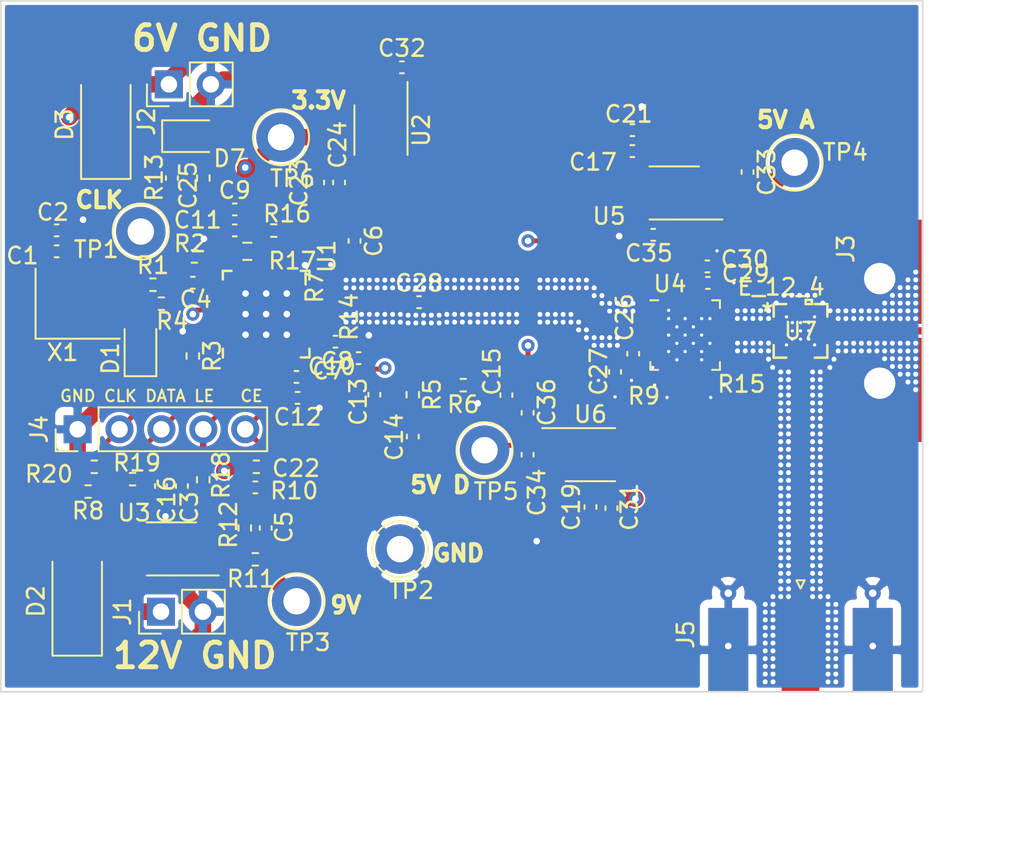
<source format=kicad_pcb>
(kicad_pcb (version 20171130) (host pcbnew "(5.1.8)-1")
  (layers (0 F.Cu signal) (1 In1.Cu signal hide) (2 In2.Cu signal hide) (31 B.Cu power hide) (34 B.Paste user) (35 F.Paste user) (36 B.SilkS user) (37 F.SilkS user) (38 B.Mask user) (39 F.Mask user hide) (44 Edge.Cuts user))
  (net 0 "")
  (net 1 +3V3)
  (net 2 "Net-(C4-Pad1)")
  (net 3 "Net-(C6-Pad2)")
  (net 4 +9V)
  (net 5 "Net-(C13-Pad2)")
  (net 6 "Net-(C14-Pad2)")
  (net 7 CPout)
  (net 8 +12V)
  (net 9 0)
  (net 10 +5VD)
  (net 11 "Net-(D1-Pad2)")
  (net 12 "Net-(R1-Pad1)")
  (net 13 "Net-(R3-Pad1)")
  (net 14 "Net-(R4-Pad2)")
  (net 15 DIV16)
  (net 16 +5VA)
  (net 17 "Net-(C28-Pad2)")
  (net 18 "Net-(D7-Pad2)")
  (net 19 "Net-(R15-Pad1)")
  (net 20 "Net-(J4-Pad2)")
  (net 21 "Net-(J4-Pad3)")
  (net 22 "Net-(J4-Pad4)")
  (net 23 "Net-(J4-Pad5)")
  (net 24 "Net-(R16-Pad2)")
  (net 25 "Net-(C5-Pad1)")
  (net 26 +6V)
  (net 27 "Net-(C32-Pad1)")
  (net 28 "Net-(C33-Pad1)")
  (net 29 "Net-(C34-Pad1)")
  (net 30 "Net-(C16-Pad2)")
  (net 31 "Net-(C4-Pad2)")
  (net 32 "Net-(U4-Pad16)")
  (net 33 "Net-(J3-Pad1)")
  (net 34 "Net-(J5-Pad1)")
  (module Microwave_LO_Generator:R_0201_0603_HandSolder_mod (layer F.Cu) (at 112.32 99.11 270)
    (fp_text reference R14 (at 0 -1.05 90) (layer F.SilkS))
    (fp_text value 100r)
    (pad 2 smd roundrect (at 0.4175 0 270) (size 0.635 0.4) (layers F.Cu F.Mask) (net 9 0))
    (pad 1 smd roundrect (at -0.4175 0 270) (size 0.635 0.4) (layers F.Cu F.Mask) (net 15 DIV16))
  )
  (module Microwave_LO_Generator:R_0201_0603_HandSolder_mod (layer F.Cu) (at 112.32 97.31 90)
    (fp_text reference R7 (at 0 -1.05 90) (layer F.SilkS))
    (fp_text value 100r)
    (pad 2 smd roundrect (at 0.4175 0 90) (size 0.635 0.4) (layers F.Cu F.Mask) (net 9 0))
    (pad 1 smd roundrect (at -0.4175 0 90) (size 0.635 0.4) (layers F.Cu F.Mask) (net 15 DIV16))
  )
  (module Microwave_LO_Generator:QFN-24-1EP_4x4mm_P0.5mm_EP2.7x2.7mm_ThermalVias_mod (layer F.Cu) (at 133.735 100.215)
    (fp_text reference U4 (at -0.92 -3.105) (layer F.SilkS))
    (fp_text value HMC739LP4E)
    (pad 11 thru_hole circle (at 1 1.5) (size 0.5 0.5) (drill 0.2) (layers *.Cu *.Mask) (net 9 0))
    (pad 11 thru_hole circle (at -0.5 1.5) (size 0.5 0.5) (drill 0.2) (layers *.Cu *.Mask) (net 9 0))
    (pad 11 thru_hole circle (at -1 1) (size 0.5 0.5) (drill 0.2) (layers *.Cu *.Mask) (net 9 0))
    (pad 11 thru_hole circle (at 0 1) (size 0.5 0.5) (drill 0.2) (layers *.Cu *.Mask) (net 9 0))
    (pad 11 thru_hole circle (at 1 1) (size 0.5 0.5) (drill 0.2) (layers *.Cu *.Mask) (net 9 0))
    (pad 11 thru_hole circle (at 1.5 0.5) (size 0.5 0.5) (drill 0.2) (layers *.Cu *.Mask) (net 9 0))
    (pad 11 thru_hole circle (at 0.5 0.5) (size 0.5 0.5) (drill 0.2) (layers *.Cu *.Mask) (net 9 0))
    (pad 11 thru_hole circle (at -0.5 0.5) (size 0.5 0.5) (drill 0.2) (layers *.Cu *.Mask) (net 9 0))
    (pad 11 thru_hole circle (at -1 0) (size 0.5 0.5) (drill 0.2) (layers *.Cu *.Mask) (net 9 0))
    (pad 11 thru_hole circle (at 0 0) (size 0.5 0.5) (drill 0.2) (layers *.Cu *.Mask) (net 9 0))
    (pad 11 thru_hole circle (at 1 0) (size 0.5 0.5) (drill 0.2) (layers *.Cu *.Mask) (net 9 0))
    (pad 11 thru_hole circle (at 0.5 -0.5) (size 0.5 0.5) (drill 0.2) (layers *.Cu *.Mask) (net 9 0))
    (pad 11 thru_hole circle (at -0.5 -0.5) (size 0.5 0.5) (drill 0.2) (layers *.Cu *.Mask) (net 9 0))
    (pad 11 thru_hole circle (at 1 -1) (size 0.5 0.5) (drill 0.2) (layers *.Cu *.Mask) (net 9 0))
    (pad 11 thru_hole circle (at 1.5 -1) (size 0.5 0.5) (drill 0.2) (layers *.Cu *.Mask) (net 9 0))
    (pad 11 thru_hole circle (at 0 -1) (size 0.5 0.5) (drill 0.2) (layers *.Cu *.Mask) (net 9 0))
    (pad 11 thru_hole circle (at -1 -1) (size 0.5 0.5) (drill 0.2) (layers *.Cu *.Mask) (net 9 0))
    (pad 11 thru_hole circle (at -1 -1.5) (size 0.5 0.5) (drill 0.2) (layers *.Cu *.Mask) (net 9 0))
    (pad 11 smd rect (at 0 0) (size 2.7 2.7) (layers B.Cu) (net 9 0))
    (pad 11 smd rect (at 0 0) (size 2.7 2.7) (layers F.Cu F.Mask) (net 9 0))
    (pad 24 smd roundrect (at -1.25 -1.9625) (size 0.25 0.825) (layers F.Cu F.Paste F.Mask) (net 9 0))
    (pad 23 smd roundrect (at -0.75 -1.9625) (size 0.25 0.825) (layers F.Cu F.Paste F.Mask) (net 9 0))
    (pad 22 smd roundrect (at -0.25 -1.9625) (size 0.25 0.825) (layers F.Cu F.Paste F.Mask) (net 7 CPout))
    (pad 21 smd roundrect (at 0.25 -1.9625) (size 0.25 0.825) (layers F.Cu F.Paste F.Mask) (net 9 0))
    (pad 20 smd roundrect (at 0.75 -1.9625) (size 0.25 0.825) (layers F.Cu F.Paste F.Mask) (net 16 +5VA))
    (pad 19 smd roundrect (at 1.25 -1.9625) (size 0.25 0.825) (layers F.Cu F.Paste F.Mask) (net 9 0))
    (pad 18 smd roundrect (at 1.9625 -1.25) (size 0.825 0.25) (layers F.Cu F.Paste F.Mask) (net 9 0))
    (pad 17 smd roundrect (at 1.9625 -0.75) (size 0.825 0.25) (layers F.Cu F.Paste F.Mask) (net 9 0))
    (pad 16 smd roundrect (at 1.9625 -0.25) (size 0.825 0.25) (layers F.Cu F.Paste F.Mask) (net 32 "Net-(U4-Pad16)"))
    (pad 15 smd roundrect (at 1.9625 0.25) (size 0.825 0.25) (layers F.Cu F.Paste F.Mask) (net 9 0))
    (pad 14 smd roundrect (at 1.9625 0.75) (size 0.825 0.25) (layers F.Cu F.Paste F.Mask) (net 9 0))
    (pad 13 smd roundrect (at 1.9625 1.25) (size 0.825 0.25) (layers F.Cu F.Paste F.Mask) (net 9 0))
    (pad 12 smd roundrect (at 1.25 1.9625) (size 0.25 0.825) (layers F.Cu F.Paste F.Mask) (net 9 0))
    (pad 11 smd roundrect (at 0.75 1.9625) (size 0.25 0.825) (layers F.Cu F.Paste F.Mask) (net 9 0))
    (pad 10 smd roundrect (at 0.25 1.9625) (size 0.25 0.825) (layers F.Cu F.Paste F.Mask) (net 19 "Net-(R15-Pad1)"))
    (pad 9 smd roundrect (at -0.25 1.9625) (size 0.25 0.825) (layers F.Cu F.Paste F.Mask) (net 9 0))
    (pad 8 smd roundrect (at -0.75 1.9625) (size 0.25 0.825) (layers F.Cu F.Paste F.Mask) (net 9 0))
    (pad 7 smd roundrect (at -1.25 1.9625) (size 0.25 0.825) (layers F.Cu F.Paste F.Mask) (net 9 0))
    (pad 6 smd roundrect (at -1.9625 1.25) (size 0.825 0.25) (layers F.Cu F.Paste F.Mask) (net 9 0))
    (pad 5 smd roundrect (at -1.9625 0.75) (size 0.825 0.25) (layers F.Cu F.Paste F.Mask) (net 9 0))
    (pad 4 smd roundrect (at -1.9625 0.25) (size 0.825 0.25) (layers F.Cu F.Paste F.Mask) (net 10 +5VD))
    (pad 3 smd roundrect (at -1.9625 -0.25) (size 0.825 0.25) (layers F.Cu F.Paste F.Mask) (net 9 0))
    (pad 2 smd roundrect (at -1.9625 -0.75) (size 0.825 0.25) (layers F.Cu F.Paste F.Mask) (net 17 "Net-(C28-Pad2)"))
    (pad 1 smd roundrect (at -1.9625 -1.25) (size 0.825 0.25) (layers F.Cu F.Paste F.Mask) (net 9 0))
  )
  (module TestPoint:TestPoint_Loop_D2.60mm_Drill1.6mm_Beaded (layer F.Cu) (at 116.45 113.2)
    (fp_text reference TP2 (at 0.7 2.5) (layer F.SilkS))
    (fp_text value TestPoint)
    (pad 1 thru_hole circle (at 0 0) (size 3 3) (drill 1.6) (layers *.Cu *.Mask) (net 9 0))
  )
  (module Connector_Coaxial:SMA_Molex_73251-1153_EdgeMount_Horizontal (layer F.Cu) (at 140.72844 117.59042 90)
    (fp_text reference J5 (at -0.78994 -6.95706 90) (layer F.SilkS))
    (fp_text value SMA_END-frequencySintesizer)
    (pad 2 smd rect (at 1.27 4.38 90) (size 0.95 0.46) (layers B.Cu) (net 9 0))
    (pad 2 smd rect (at 1.27 -4.38 90) (size 0.95 0.46) (layers B.Cu) (net 9 0))
    (pad 2 smd rect (at 1.27 4.38 90) (size 0.95 0.46) (layers F.Cu) (net 9 0))
    (pad 2 smd rect (at 1.27 -4.38 90) (size 0.95 0.46) (layers F.Cu) (net 9 0))
    (pad 2 thru_hole circle (at 1.72 4.38 90) (size 0.97 0.97) (drill 0.46) (layers *.Cu) (net 9 0))
    (pad 2 thru_hole circle (at 1.72 -4.38 90) (size 0.97 0.97) (drill 0.46) (layers *.Cu) (net 9 0))
    (pad 2 smd rect (at -1.72 4.38 90) (size 5.08 2.42) (layers B.Cu B.Paste B.Mask) (net 9 0))
    (pad 2 smd rect (at -1.72 -4.38 90) (size 5.08 2.42) (layers B.Cu B.Paste B.Mask) (net 9 0))
    (pad 2 smd rect (at -1.72 4.38 90) (size 5.08 2.42) (layers F.Cu F.Paste F.Mask) (net 9 0))
    (pad 2 smd rect (at -1.72 -4.38 90) (size 5.08 2.42) (layers F.Cu F.Paste F.Mask) (net 9 0))
    (pad 1 smd rect (at -1.72 0 90) (size 5.08 2.29) (layers F.Cu F.Paste F.Mask) (net 34 "Net-(J5-Pad1)"))
  )
  (module LED_SMD:LED_0805_2012Metric_Pad1.15x1.40mm_HandSolder (layer F.Cu) (at 100.715 100.85 90)
    (fp_text reference D1 (at -0.79 -1.82 90) (layer F.SilkS))
    (fp_text value LED)
    (pad 2 smd roundrect (at 1.025 0 90) (size 1.15 1.4) (layers F.Cu F.Paste F.Mask) (roundrect_rratio 0.217391) (net 11 "Net-(D1-Pad2)"))
    (pad 1 smd roundrect (at -1.025 0 90) (size 1.15 1.4) (layers F.Cu F.Paste F.Mask) (roundrect_rratio 0.217391) (net 9 0))
  )
  (module Microwave_LO_Generator:Connettore (layer F.Cu) (at 145.97 99.870001 90)
    (fp_text reference J3 (at 4.885 -2.49 90) (layer F.SilkS))
    (fp_text value Connector_Conn_01x02_Male)
    (pad 2 thru_hole circle (at -0.84 -2.49 90) (size 0.5 0.5) (drill 0.3) (layers *.Cu *.Mask) (net 9 0))
    (pad 2 thru_hole circle (at -1.31 -2.49 90) (size 0.5 0.5) (drill 0.3) (layers *.Cu *.Mask) (net 9 0))
    (pad 2 thru_hole circle (at -1.31 -2.02 90) (size 0.5 0.5) (drill 0.3) (layers *.Cu *.Mask) (net 9 0))
    (pad 2 thru_hole circle (at -0.84 -2.02 90) (size 0.5 0.5) (drill 0.3) (layers *.Cu *.Mask) (net 9 0))
    (pad 2 thru_hole circle (at -1.31 -1.55 90) (size 0.5 0.5) (drill 0.3) (layers *.Cu *.Mask) (net 9 0))
    (pad 2 thru_hole circle (at -0.84 -1.55 90) (size 0.5 0.5) (drill 0.3) (layers *.Cu *.Mask) (net 9 0))
    (pad 2 thru_hole circle (at -0.84 -1.08 90) (size 0.5 0.5) (drill 0.3) (layers *.Cu *.Mask) (net 9 0))
    (pad 2 thru_hole circle (at -1.31 -1.08 90) (size 0.5 0.5) (drill 0.3) (layers *.Cu *.Mask) (net 9 0))
    (pad 2 thru_hole circle (at -0.84 -0.61 90) (size 0.5 0.5) (drill 0.3) (layers *.Cu *.Mask) (net 9 0))
    (pad 2 thru_hole circle (at -1.31 -0.61 90) (size 0.5 0.5) (drill 0.3) (layers *.Cu *.Mask) (net 9 0))
    (pad 2 thru_hole circle (at -0.84 -0.14 90) (size 0.5 0.5) (drill 0.3) (layers *.Cu *.Mask) (net 9 0))
    (pad 2 thru_hole circle (at -1.31 -0.14 90) (size 0.5 0.5) (drill 0.3) (layers *.Cu *.Mask) (net 9 0))
    (pad 2 thru_hole circle (at -1.78 -0.14 90) (size 0.5 0.5) (drill 0.3) (layers *.Cu *.Mask) (net 9 0))
    (pad 2 thru_hole circle (at -0.84 0.33 90) (size 0.5 0.5) (drill 0.3) (layers *.Cu *.Mask) (net 9 0))
    (pad 2 thru_hole circle (at -1.31 0.33 90) (size 0.5 0.5) (drill 0.3) (layers *.Cu *.Mask) (net 9 0))
    (pad 2 thru_hole circle (at -1.78 0.33 90) (size 0.5 0.5) (drill 0.3) (layers *.Cu *.Mask) (net 9 0))
    (pad 2 thru_hole circle (at -2.25 0.33 90) (size 0.5 0.5) (drill 0.3) (layers *.Cu *.Mask) (net 9 0))
    (pad 2 thru_hole circle (at -2.72 0.8 90) (size 0.5 0.5) (drill 0.3) (layers *.Cu *.Mask) (net 9 0))
    (pad 2 thru_hole circle (at -2.25 0.8 90) (size 0.5 0.5) (drill 0.3) (layers *.Cu *.Mask) (net 9 0))
    (pad 2 thru_hole circle (at -1.78 0.8 90) (size 0.5 0.5) (drill 0.3) (layers *.Cu *.Mask) (net 9 0))
    (pad 2 thru_hole circle (at -1.31 0.8 90) (size 0.5 0.5) (drill 0.3) (layers *.Cu *.Mask) (net 9 0))
    (pad 2 thru_hole circle (at -0.84 0.8 90) (size 0.5 0.5) (drill 0.3) (layers *.Cu *.Mask) (net 9 0))
    (pad 2 thru_hole circle (at -0.84 1.27 90) (size 0.5 0.5) (drill 0.3) (layers *.Cu *.Mask) (net 9 0))
    (pad 2 thru_hole circle (at -1.31 1.27 90) (size 0.5 0.5) (drill 0.3) (layers *.Cu *.Mask) (net 9 0))
    (pad 2 thru_hole circle (at -1.78 1.27 90) (size 0.5 0.5) (drill 0.3) (layers *.Cu *.Mask) (net 9 0))
    (pad 2 thru_hole circle (at -2.25 1.27 90) (size 0.5 0.5) (drill 0.3) (layers *.Cu *.Mask) (net 9 0))
    (pad 2 thru_hole circle (at -2.72 1.27 90) (size 0.5 0.5) (drill 0.3) (layers *.Cu *.Mask) (net 9 0))
    (pad 2 thru_hole circle (at -3.19 1.27 90) (size 0.5 0.5) (drill 0.3) (layers *.Cu *.Mask) (net 9 0))
    (pad 2 thru_hole circle (at -1.31 1.74 90) (size 0.5 0.5) (drill 0.3) (layers *.Cu *.Mask) (net 9 0))
    (pad 2 thru_hole circle (at -1.78 1.74 90) (size 0.5 0.5) (drill 0.3) (layers *.Cu *.Mask) (net 9 0))
    (pad 2 thru_hole circle (at -2.25 1.74 90) (size 0.5 0.5) (drill 0.3) (layers *.Cu *.Mask) (net 9 0))
    (pad 2 thru_hole circle (at -2.72 1.74 90) (size 0.5 0.5) (drill 0.3) (layers *.Cu *.Mask) (net 9 0))
    (pad 2 thru_hole circle (at -3.19 1.74 90) (size 0.5 0.5) (drill 0.3) (layers *.Cu *.Mask) (net 9 0))
    (pad 2 thru_hole circle (at -3.66 1.74 90) (size 0.5 0.5) (drill 0.3) (layers *.Cu *.Mask) (net 9 0))
    (pad 2 thru_hole circle (at -0.84 1.74 90) (size 0.5 0.5) (drill 0.3) (layers *.Cu *.Mask) (net 9 0))
    (pad 2 thru_hole circle (at 1.595 -0.14 90) (size 0.5 0.5) (drill 0.3) (layers *.Cu *.Mask) (net 9 0))
    (pad 2 thru_hole circle (at 2.065 0.33 90) (size 0.5 0.5) (drill 0.3) (layers *.Cu *.Mask) (net 9 0))
    (pad 2 thru_hole circle (at 2.535 0.8 90) (size 0.5 0.5) (drill 0.3) (layers *.Cu *.Mask) (net 9 0))
    (pad 2 thru_hole circle (at 3.005 1.27 90) (size 0.5 0.5) (drill 0.3) (layers *.Cu *.Mask) (net 9 0))
    (pad 2 thru_hole circle (at 2.535 1.27 90) (size 0.5 0.5) (drill 0.3) (layers *.Cu *.Mask) (net 9 0))
    (pad 2 thru_hole circle (at 2.065 1.27 90) (size 0.5 0.5) (drill 0.3) (layers *.Cu *.Mask) (net 9 0))
    (pad 2 thru_hole circle (at 1.595 1.27 90) (size 0.5 0.5) (drill 0.3) (layers *.Cu *.Mask) (net 9 0))
    (pad 2 thru_hole circle (at 1.125 1.27 90) (size 0.5 0.5) (drill 0.3) (layers *.Cu *.Mask) (net 9 0))
    (pad 2 thru_hole circle (at 2.065 0.8 90) (size 0.5 0.5) (drill 0.3) (layers *.Cu *.Mask) (net 9 0))
    (pad 2 thru_hole circle (at 1.595 0.8 90) (size 0.5 0.5) (drill 0.3) (layers *.Cu *.Mask) (net 9 0))
    (pad 2 thru_hole circle (at 1.125 0.8 90) (size 0.5 0.5) (drill 0.3) (layers *.Cu *.Mask) (net 9 0))
    (pad 2 thru_hole circle (at 1.595 0.33 90) (size 0.5 0.5) (drill 0.3) (layers *.Cu *.Mask) (net 9 0))
    (pad 2 thru_hole circle (at 1.125 0.33 90) (size 0.5 0.5) (drill 0.3) (layers *.Cu *.Mask) (net 9 0))
    (pad 2 thru_hole circle (at 1.125 -0.14 90) (size 0.5 0.5) (drill 0.3) (layers *.Cu *.Mask) (net 9 0))
    (pad 2 thru_hole circle (at 3.005 1.74 90) (size 0.5 0.5) (drill 0.3) (layers *.Cu *.Mask) (net 9 0))
    (pad 2 thru_hole circle (at 3.475 1.74 90) (size 0.5 0.5) (drill 0.3) (layers *.Cu *.Mask) (net 9 0))
    (pad 2 thru_hole circle (at 2.535 1.74 90) (size 0.5 0.5) (drill 0.3) (layers *.Cu *.Mask) (net 9 0))
    (pad 2 thru_hole circle (at 2.065 1.74 90) (size 0.5 0.5) (drill 0.3) (layers *.Cu *.Mask) (net 9 0))
    (pad 2 thru_hole circle (at 1.595 1.74 90) (size 0.5 0.5) (drill 0.3) (layers *.Cu *.Mask) (net 9 0))
    (pad 2 thru_hole circle (at 1.125 1.74 90) (size 0.5 0.5) (drill 0.3) (layers *.Cu *.Mask) (net 9 0))
    (pad 2 thru_hole circle (at 0.655 1.74 90) (size 0.5 0.5) (drill 0.3) (layers *.Cu *.Mask) (net 9 0))
    (pad 2 thru_hole circle (at 0.655 1.27 90) (size 0.5 0.5) (drill 0.3) (layers *.Cu *.Mask) (net 9 0))
    (pad 2 thru_hole circle (at 0.655 0.8 90) (size 0.5 0.5) (drill 0.3) (layers *.Cu *.Mask) (net 9 0))
    (pad 2 thru_hole circle (at 0.655 0.33 90) (size 0.5 0.5) (drill 0.3) (layers *.Cu *.Mask) (net 9 0))
    (pad 2 thru_hole circle (at 0.655 -0.14 90) (size 0.5 0.5) (drill 0.3) (layers *.Cu *.Mask) (net 9 0))
    (pad 2 thru_hole circle (at 0.655 -0.61 90) (size 0.5 0.5) (drill 0.3) (layers *.Cu *.Mask) (net 9 0))
    (pad 2 thru_hole circle (at 1.125 -0.61 90) (size 0.5 0.5) (drill 0.3) (layers *.Cu *.Mask) (net 9 0))
    (pad 2 thru_hole circle (at 1.125 -1.08 90) (size 0.5 0.5) (drill 0.3) (layers *.Cu *.Mask) (net 9 0))
    (pad 2 thru_hole circle (at 0.655 -1.08 90) (size 0.5 0.5) (drill 0.3) (layers *.Cu *.Mask) (net 9 0))
    (pad 2 thru_hole circle (at 0.655 -1.55 90) (size 0.5 0.5) (drill 0.3) (layers *.Cu *.Mask) (net 9 0))
    (pad 2 thru_hole circle (at 1.125 -1.55 90) (size 0.5 0.5) (drill 0.3) (layers *.Cu *.Mask) (net 9 0))
    (pad 2 thru_hole circle (at 1.125 -2.02 90) (size 0.5 0.5) (drill 0.3) (layers *.Cu *.Mask) (net 9 0))
    (pad 2 thru_hole circle (at 0.655 -2.02 90) (size 0.5 0.5) (drill 0.3) (layers *.Cu *.Mask) (net 9 0))
    (pad 2 thru_hole circle (at 1.125 -2.49 90) (size 0.5 0.5) (drill 0.3) (layers *.Cu *.Mask) (net 9 0))
    (pad 2 thru_hole circle (at 0.655 -2.49 90) (size 0.5 0.5) (drill 0.3) (layers *.Cu *.Mask) (net 9 0))
    (pad 2 thru_hole circle (at -1.31 -2.96 90) (size 0.5 0.5) (drill 0.3) (layers *.Cu *.Mask) (net 9 0))
    (pad 2 thru_hole circle (at -0.84 -2.96 90) (size 0.5 0.5) (drill 0.3) (layers *.Cu *.Mask) (net 9 0))
    (pad 2 thru_hole circle (at 1.125 -2.96 90) (size 0.5 0.5) (drill 0.3) (layers *.Cu *.Mask) (net 9 0))
    (pad 2 thru_hole circle (at 0.655 -2.96 90) (size 0.5 0.5) (drill 0.3) (layers *.Cu *.Mask) (net 9 0))
    (pad 2 thru_hole circle (at 3.08 -0.44 90) (size 2.2 2.2) (drill 1.9) (layers *.Cu *.Mask) (net 9 0))
    (pad 2 thru_hole circle (at -3.265 -0.44 90) (size 2.2 2.2) (drill 1.9) (layers *.Cu *.Mask) (net 9 0))
    (pad 2 connect rect (at -3.675 -0.65 90) (size 6.3218 5.5) (layers F.Cu F.Mask) (net 9 0))
    (pad 2 connect rect (at 3.495001 -0.65 90) (size 6.3218 5.5) (layers F.Cu F.Mask) (net 9 0))
    (pad 1 connect rect (at -0.089999 -0.65 90) (size 0.448177 5.5) (layers F.Cu F.Mask) (net 33 "Net-(J3-Pad1)"))
  )
  (module Microwave_LO_Generator:HMC292ALC3B (layer F.Cu) (at 140.73 99.96)
    (fp_text reference U7 (at 0 0) (layer F.SilkS))
    (fp_text value E_12_4 (at -1.18 -2.66) (layer F.SilkS))
    (fp_text user * (at -2.005 -1.131) (layer F.SilkS))
    (fp_text user * (at -2.005 -1.131) (layer F.SilkS))
    (pad 13 thru_hole circle (at 0.5 -0.5) (size 0.5 0.5) (drill 0.2) (layers *.Cu *.Mask) (net 9 0))
    (pad 13 thru_hole circle (at 0.5 0.5) (size 0.5 0.5) (drill 0.2) (layers *.Cu *.Mask) (net 9 0))
    (pad 13 thru_hole circle (at -0.5 0.5) (size 0.5 0.5) (drill 0.2) (layers *.Cu *.Mask) (net 9 0))
    (pad 13 thru_hole circle (at -0.5 -0.5) (size 0.5 0.5) (drill 0.2) (layers *.Cu *.Mask) (net 9 0))
    (pad 13 thru_hole circle (at 0.85 -0.85) (size 0.5 0.5) (drill 0.2) (layers *.Cu *.Mask) (net 9 0))
    (pad 13 thru_hole circle (at 0.85 0.85) (size 0.5 0.5) (drill 0.2) (layers *.Cu *.Mask) (net 9 0))
    (pad 13 thru_hole circle (at -0.85 0.85) (size 0.5 0.5) (drill 0.2) (layers *.Cu *.Mask) (net 9 0))
    (pad 13 thru_hole circle (at -0.85 -0.85) (size 0.5 0.5) (drill 0.2) (layers *.Cu *.Mask) (net 9 0))
    (pad 13 thru_hole circle (at 0.5 0) (size 0.5 0.5) (drill 0.2) (layers *.Cu *.Mask) (net 9 0))
    (pad 13 thru_hole circle (at 0 0.5) (size 0.5 0.5) (drill 0.2) (layers *.Cu *.Mask) (net 9 0))
    (pad 13 thru_hole circle (at 0 -0.5) (size 0.5 0.5) (drill 0.2) (layers *.Cu *.Mask) (net 9 0))
    (pad 13 thru_hole circle (at -0.5 0) (size 0.5 0.5) (drill 0.2) (layers *.Cu *.Mask) (net 9 0))
    (pad 13 thru_hole circle (at 0 0) (size 0.5 0.5) (drill 0.2) (layers *.Cu *.Mask) (net 9 0))
    (pad 13 smd rect (at 0 0) (size 1.5 1.5) (layers F.Cu F.Paste F.Mask) (net 9 0))
    (pad 12 smd rect (at -0.499999 -1.21) (size 0.3048 0.32) (layers F.Cu F.Paste F.Mask) (net 9 0))
    (pad 11 smd rect (at 0 -1.21) (size 0.3048 0.32) (layers F.Cu F.Paste F.Mask) (net 9 0))
    (pad 10 smd rect (at 0.499999 -1.21) (size 0.3048 0.32) (layers F.Cu F.Paste F.Mask) (net 9 0))
    (pad 9 smd rect (at 1.21 -0.505 90) (size 0.3048 0.32) (layers F.Cu F.Paste F.Mask) (net 9 0))
    (pad 8 smd rect (at 1.21 0 90) (size 0.3048 0.32) (layers F.Cu F.Paste F.Mask) (net 33 "Net-(J3-Pad1)"))
    (pad 7 smd rect (at 1.21 0.505 90) (size 0.3048 0.32) (layers F.Cu F.Paste F.Mask) (net 9 0))
    (pad 6 smd rect (at 0.505 1.21) (size 0.3048 0.32) (layers F.Cu F.Paste F.Mask) (net 9 0))
    (pad 5 smd rect (at 0 1.21) (size 0.3048 0.32) (layers F.Cu F.Paste F.Mask) (net 34 "Net-(J5-Pad1)"))
    (pad 4 smd rect (at -0.505 1.21) (size 0.3048 0.32) (layers F.Cu F.Paste F.Mask) (net 9 0))
    (pad 3 smd rect (at -1.21 0.505 90) (size 0.3048 0.32) (layers F.Cu F.Paste F.Mask) (net 9 0))
    (pad 2 smd rect (at -1.21 0 90) (size 0.3048 0.32) (layers F.Cu F.Paste F.Mask) (net 32 "Net-(U4-Pad16)"))
    (pad 1 smd rect (at -1.21 -0.505 90) (size 0.3048 0.32) (layers F.Cu F.Paste F.Mask) (net 9 0))
  )
  (module Diode_SMD:D_MELF (layer F.Cu) (at 98.6155 87.444 90)
    (fp_text reference D3 (at 0 -2.5 90) (layer F.SilkS))
    (fp_text value DIODE)
    (pad 2 smd rect (at 2.4 0 90) (size 1.5 2.7) (layers F.Cu F.Paste F.Mask) (net 26 +6V))
    (pad 1 smd rect (at -2.4 0 90) (size 1.5 2.7) (layers F.Cu F.Paste F.Mask) (net 9 0))
  )
  (module Microwave_LO_Generator:R_0201_0603_HandSolder_mod (layer F.Cu) (at 134.885 103.25)
    (fp_text reference R15 (at 2.2583 -0.06) (layer F.SilkS))
    (fp_text value 100r)
    (pad 2 smd roundrect (at 0.4175 0) (size 0.635 0.4) (layers F.Cu F.Mask) (net 9 0))
    (pad 1 smd roundrect (at -0.4175 0) (size 0.635 0.4) (layers F.Cu F.Mask) (net 19 "Net-(R15-Pad1)"))
  )
  (module Microwave_LO_Generator:R_0201_0603_HandSolder_mod (layer F.Cu) (at 133.085 103.25 180)
    (fp_text reference R9 (at 1.8483 -0.66) (layer F.SilkS))
    (fp_text value 100r)
    (pad 2 smd roundrect (at 0.4175 0 180) (size 0.635 0.4) (layers F.Cu F.Mask) (net 9 0))
    (pad 1 smd roundrect (at -0.4175 0 180) (size 0.635 0.4) (layers F.Cu F.Mask) (net 19 "Net-(R15-Pad1)"))
  )
  (module Microwave_LO_Generator:LFCSP-32-1EP_5x5mm_P0.5mm_mod (layer F.Cu) (at 108.335 98.945 90)
    (fp_text reference U1 (at 3.505 3.68 90) (layer F.SilkS))
    (fp_text value ADF4150HV)
    (pad 1 thru_hole circle (at -1.25 1.25 90) (size 0.8 0.8) (drill 0.4) (layers *.Cu *.Mask) (net 9 0))
    (pad 1 thru_hole circle (at 1.25 1.25 90) (size 0.8 0.8) (drill 0.4) (layers *.Cu *.Mask) (net 9 0))
    (pad 1 thru_hole circle (at 1.25 -1.25 90) (size 0.8 0.8) (drill 0.4) (layers *.Cu *.Mask) (net 9 0))
    (pad 1 thru_hole circle (at -1.25 -1.25 90) (size 0.8 0.8) (drill 0.4) (layers *.Cu *.Mask) (net 9 0))
    (pad 1 thru_hole circle (at 0 -1.25 90) (size 0.8 0.8) (drill 0.4) (layers *.Cu *.Mask) (net 9 0))
    (pad 1 thru_hole circle (at 1.25 0 90) (size 0.8 0.8) (drill 0.4) (layers *.Cu *.Mask) (net 9 0))
    (pad 1 thru_hole circle (at 0 1.25 90) (size 0.8 0.8) (drill 0.4) (layers *.Cu *.Mask) (net 9 0))
    (pad 1 thru_hole circle (at -1.25 0 90) (size 0.8 0.8) (drill 0.4) (layers *.Cu *.Mask) (net 9 0))
    (pad 1 thru_hole circle (at 0 0 90) (size 0.8 0.8) (drill 0.4) (layers *.Cu *.Mask) (net 9 0))
    (pad 1 smd rect (at 0 0 90) (size 3.25 3.25) (layers F.Cu F.Mask) (net 9 0))
    (pad 32 smd rect (at -1.75 -2.4 180) (size 0.8 0.3) (layers F.Cu F.Paste F.Mask) (net 9 0))
    (pad 31 smd rect (at -1.25 -2.4 180) (size 0.8 0.3) (layers F.Cu F.Paste F.Mask) (net 13 "Net-(R3-Pad1)"))
    (pad 30 smd rect (at -0.75 -2.4 180) (size 0.8 0.3) (layers F.Cu F.Paste F.Mask) (net 9 0))
    (pad 29 smd rect (at -0.25 -2.4 180) (size 0.8 0.3) (layers F.Cu F.Paste F.Mask) (net 9 0))
    (pad 28 smd rect (at 0.25 -2.4 180) (size 0.8 0.3) (layers F.Cu F.Paste F.Mask) (net 1 +3V3))
    (pad 27 smd rect (at 0.75 -2.4 180) (size 0.8 0.3) (layers F.Cu F.Paste F.Mask))
    (pad 26 smd rect (at 1.25 -2.4 180) (size 0.8 0.3) (layers F.Cu F.Paste F.Mask) (net 14 "Net-(R4-Pad2)"))
    (pad 25 smd rect (at 1.75 -2.425 180) (size 0.75 0.3) (layers F.Cu F.Paste F.Mask) (net 2 "Net-(C4-Pad1)"))
    (pad 24 smd rect (at 2.425 -1.75 90) (size 0.75 0.3) (layers F.Cu F.Paste F.Mask) (net 9 0))
    (pad 23 smd rect (at 2.4 -1.25 90) (size 0.8 0.3) (layers F.Cu F.Paste F.Mask) (net 9 0))
    (pad 22 smd rect (at 2.4 -0.75 90) (size 0.8 0.3) (layers F.Cu F.Paste F.Mask) (net 1 +3V3))
    (pad 21 smd rect (at 2.4 -0.25 90) (size 0.8 0.3) (layers F.Cu F.Paste F.Mask) (net 24 "Net-(R16-Pad2)"))
    (pad 20 smd rect (at 2.4 0.25 90) (size 0.8 0.3) (layers F.Cu F.Paste F.Mask) (net 1 +3V3))
    (pad 19 smd rect (at 2.4 0.75 90) (size 0.8 0.3) (layers F.Cu F.Paste F.Mask))
    (pad 18 smd rect (at 2.4 1.25 90) (size 0.8 0.3) (layers F.Cu F.Paste F.Mask))
    (pad 17 smd rect (at 2.4 1.75 90) (size 0.8 0.3) (layers F.Cu F.Paste F.Mask) (net 9 0))
    (pad 16 smd rect (at 1.75 2.4 180) (size 0.8 0.3) (layers F.Cu F.Paste F.Mask) (net 9 0))
    (pad 15 smd rect (at 1.25 2.4 180) (size 0.8 0.3) (layers F.Cu F.Paste F.Mask) (net 3 "Net-(C6-Pad2)"))
    (pad 14 smd rect (at 0.75 2.4 180) (size 0.8 0.3) (layers F.Cu F.Paste F.Mask) (net 15 DIV16))
    (pad 13 smd rect (at 0.25 2.4 180) (size 0.8 0.3) (layers F.Cu F.Paste F.Mask) (net 1 +3V3))
    (pad 12 smd rect (at -0.25 2.4 180) (size 0.8 0.3) (layers F.Cu F.Paste F.Mask) (net 9 0))
    (pad 11 smd rect (at -0.75 2.4 180) (size 0.8 0.3) (layers F.Cu F.Paste F.Mask) (net 1 +3V3))
    (pad 10 smd rect (at -1.25 2.4 180) (size 0.8 0.3) (layers F.Cu F.Paste F.Mask) (net 9 0))
    (pad 9 smd rect (at -1.75 2.425 180) (size 0.75 0.3) (layers F.Cu F.Paste F.Mask) (net 5 "Net-(C13-Pad2)"))
    (pad 8 smd rect (at -2.425 1.75 90) (size 0.75 0.3) (layers F.Cu F.Paste F.Mask) (net 9 0))
    (pad 7 smd rect (at -2.4 1.25 90) (size 0.8 0.3) (layers F.Cu F.Paste F.Mask) (net 9 0))
    (pad 6 smd rect (at -2.4 0.75 90) (size 0.8 0.3) (layers F.Cu F.Paste F.Mask) (net 4 +9V))
    (pad 5 smd rect (at -2.4 0.25 90) (size 0.8 0.3) (layers F.Cu F.Paste F.Mask) (net 23 "Net-(J4-Pad5)"))
    (pad 4 smd rect (at -2.4 -0.25 90) (size 0.8 0.3) (layers F.Cu F.Paste F.Mask) (net 22 "Net-(J4-Pad4)"))
    (pad 3 smd rect (at -2.4 -0.75 90) (size 0.8 0.3) (layers F.Cu F.Paste F.Mask) (net 21 "Net-(J4-Pad3)"))
    (pad 2 smd rect (at -2.4 -1.25 90) (size 0.8 0.3) (layers F.Cu F.Paste F.Mask) (net 20 "Net-(J4-Pad2)"))
    (pad 1 smd rect (at -2.4 -1.75 90) (size 0.8 0.3) (layers F.Cu F.Paste F.Mask) (net 9 0))
  )
  (module TestPoint:TestPoint_Loop_D2.60mm_Drill1.6mm_Beaded (layer F.Cu) (at 109.235 88.215)
    (fp_text reference TP6 (at 0.7 2.5) (layer F.SilkS))
    (fp_text value TestPoint)
    (pad 1 thru_hole circle (at 0 0) (size 3 3) (drill 1.6) (layers *.Cu *.Mask) (net 1 +3V3))
  )
  (module TestPoint:TestPoint_Loop_D2.60mm_Drill1.6mm_Beaded (layer F.Cu) (at 121.57456 107.19908)
    (fp_text reference TP5 (at 0.7 2.5) (layer F.SilkS))
    (fp_text value TestPoint)
    (pad 1 thru_hole circle (at 0 0) (size 3 3) (drill 1.6) (layers *.Cu *.Mask) (net 10 +5VD))
  )
  (module TestPoint:TestPoint_Loop_D2.60mm_Drill1.6mm_Beaded (layer F.Cu) (at 140.37 89.76)
    (fp_text reference TP4 (at 3.07836 -0.63852) (layer F.SilkS))
    (fp_text value TestPoint)
    (pad 1 thru_hole circle (at 0 0) (size 3 3) (drill 1.6) (layers *.Cu *.Mask) (net 16 +5VA))
  )
  (module TestPoint:TestPoint_Loop_D2.60mm_Drill1.6mm_Beaded (layer F.Cu) (at 110.18012 116.3634)
    (fp_text reference TP3 (at 0.7 2.5) (layer F.SilkS))
    (fp_text value TestPoint)
    (pad 1 thru_hole circle (at 0 0) (size 3 3) (drill 1.6) (layers *.Cu *.Mask) (net 4 +9V))
  )
  (module TestPoint:TestPoint_Loop_D2.60mm_Drill1.6mm_Beaded (layer F.Cu) (at 100.7364 93.9352)
    (fp_text reference TP1 (at -2.69774 1.08478) (layer F.SilkS))
    (fp_text value TestPoint)
    (pad 1 thru_hole circle (at 0 0) (size 3 3) (drill 1.6) (layers *.Cu *.Mask) (net 12 "Net-(R1-Pad1)"))
  )
  (module Capacitor_SMD:C_0402_1005Metric_Pad0.74x0.62mm_HandSolder (layer F.Cu) (at 95.635 95.135 180)
    (fp_text reference C1 (at 2.08 -0.265) (layer F.SilkS))
    (fp_text value 10p)
    (pad 2 smd roundrect (at 0.5675 0 180) (size 0.735 0.62) (layers F.Cu F.Paste F.Mask) (net 1 +3V3))
    (pad 1 smd roundrect (at -0.5675 0 180) (size 0.735 0.62) (layers F.Cu F.Paste F.Mask) (net 9 0))
  )
  (module Capacitor_SMD:C_0402_1005Metric_Pad0.74x0.62mm_HandSolder (layer F.Cu) (at 95.635 93.865 180)
    (fp_text reference C2 (at 0.23 1.105) (layer F.SilkS))
    (fp_text value 0.1u)
    (pad 2 smd roundrect (at 0.5675 0 180) (size 0.735 0.62) (layers F.Cu F.Paste F.Mask) (net 1 +3V3))
    (pad 1 smd roundrect (at -0.5675 0 180) (size 0.735 0.62) (layers F.Cu F.Paste F.Mask) (net 9 0))
  )
  (module Capacitor_SMD:C_0402_1005Metric_Pad0.74x0.62mm_HandSolder (layer F.Cu) (at 103.89 97.04 180)
    (fp_text reference C4 (at -0.175 -1.01) (layer F.SilkS))
    (fp_text value 1n)
    (pad 2 smd roundrect (at 0.5675 0 180) (size 0.735 0.62) (layers F.Cu F.Paste F.Mask) (net 31 "Net-(C4-Pad2)"))
    (pad 1 smd roundrect (at -0.5675 0 180) (size 0.735 0.62) (layers F.Cu F.Paste F.Mask) (net 2 "Net-(C4-Pad1)"))
  )
  (module Capacitor_SMD:C_0402_1005Metric_Pad0.74x0.62mm_HandSolder (layer F.Cu) (at 113.695226 94.5 270)
    (fp_text reference C6 (at 0 -1.16 90) (layer F.SilkS))
    (fp_text value 100p)
    (pad 2 smd roundrect (at 0.5675 0 270) (size 0.735 0.62) (layers F.Cu F.Paste F.Mask) (net 3 "Net-(C6-Pad2)"))
    (pad 1 smd roundrect (at -0.5675 0 270) (size 0.735 0.62) (layers F.Cu F.Paste F.Mask) (net 9 0))
  )
  (module Capacitor_SMD:C_0402_1005Metric_Pad0.74x0.62mm_HandSolder (layer F.Cu) (at 113.935 101.615 180)
    (fp_text reference C7 (at 1.825 -0.775) (layer F.SilkS))
    (fp_text value 0.1u)
    (pad 2 smd roundrect (at 0.5675 0 180) (size 0.735 0.62) (layers F.Cu F.Paste F.Mask) (net 1 +3V3))
    (pad 1 smd roundrect (at -0.5675 0 180) (size 0.735 0.62) (layers F.Cu F.Paste F.Mask) (net 9 0))
  )
  (module Capacitor_SMD:C_0402_1005Metric_Pad0.74x0.62mm_HandSolder (layer F.Cu) (at 106.43 92.595)
    (fp_text reference C9 (at 0 -1.16) (layer F.SilkS))
    (fp_text value 0.1u)
    (pad 2 smd roundrect (at 0.5675 0) (size 0.735 0.62) (layers F.Cu F.Paste F.Mask) (net 1 +3V3))
    (pad 1 smd roundrect (at -0.5675 0) (size 0.735 0.62) (layers F.Cu F.Paste F.Mask) (net 9 0))
  )
  (module Capacitor_SMD:C_0402_1005Metric_Pad0.74x0.62mm_HandSolder (layer F.Cu) (at 110.1725 102.755 180)
    (fp_text reference C10 (at -2.1425 0.635) (layer F.SilkS))
    (fp_text value 1u)
    (pad 2 smd roundrect (at 0.5675 0 180) (size 0.735 0.62) (layers F.Cu F.Paste F.Mask) (net 4 +9V))
    (pad 1 smd roundrect (at -0.5675 0 180) (size 0.735 0.62) (layers F.Cu F.Paste F.Mask) (net 9 0))
  )
  (module Capacitor_SMD:C_0402_1005Metric_Pad0.74x0.62mm_HandSolder (layer F.Cu) (at 106.43 93.865)
    (fp_text reference C11 (at -2.245 -0.63) (layer F.SilkS))
    (fp_text value 10p)
    (pad 2 smd roundrect (at 0.5675 0) (size 0.735 0.62) (layers F.Cu F.Paste F.Mask) (net 1 +3V3))
    (pad 1 smd roundrect (at -0.5675 0) (size 0.735 0.62) (layers F.Cu F.Paste F.Mask) (net 9 0))
  )
  (module Capacitor_SMD:C_0402_1005Metric_Pad0.74x0.62mm_HandSolder (layer F.Cu) (at 110.24 104.025 180)
    (fp_text reference C12 (at 0 -1.16) (layer F.SilkS))
    (fp_text value 10p)
    (pad 2 smd roundrect (at 0.5675 0 180) (size 0.735 0.62) (layers F.Cu F.Paste F.Mask) (net 4 +9V))
    (pad 1 smd roundrect (at -0.5675 0 180) (size 0.735 0.62) (layers F.Cu F.Paste F.Mask) (net 9 0))
  )
  (module Capacitor_SMD:C_0402_1005Metric_Pad0.74x0.62mm_HandSolder (layer F.Cu) (at 114.894168 103.830817 90)
    (fp_text reference C13 (at -0.429183 -0.979168 90) (layer F.SilkS))
    (fp_text value 330p)
    (pad 2 smd roundrect (at 0.5675 0 90) (size 0.735 0.62) (layers F.Cu F.Paste F.Mask) (net 5 "Net-(C13-Pad2)"))
    (pad 1 smd roundrect (at -0.5675 0 90) (size 0.735 0.62) (layers F.Cu F.Paste F.Mask) (net 9 0))
  )
  (module Capacitor_SMD:C_0402_1005Metric_Pad0.74x0.62mm_HandSolder (layer F.Cu) (at 117.225 106.370817 90)
    (fp_text reference C14 (at -0.029183 -1.12 90) (layer F.SilkS))
    (fp_text value 5.60n)
    (pad 2 smd roundrect (at 0.5675 0 90) (size 0.735 0.62) (layers F.Cu F.Paste F.Mask) (net 6 "Net-(C14-Pad2)"))
    (pad 1 smd roundrect (at -0.5675 0 90) (size 0.735 0.62) (layers F.Cu F.Paste F.Mask) (net 9 0))
  )
  (module Capacitor_SMD:C_0402_1005Metric_Pad0.74x0.62mm_HandSolder (layer F.Cu) (at 122.899337 103.857731 90)
    (fp_text reference C15 (at 1.427731 -0.874337 90) (layer F.SilkS))
    (fp_text value 120p)
    (pad 2 smd roundrect (at 0.5675 0 90) (size 0.735 0.62) (layers F.Cu F.Paste F.Mask) (net 7 CPout))
    (pad 1 smd roundrect (at -0.5675 0 90) (size 0.735 0.62) (layers F.Cu F.Paste F.Mask) (net 9 0))
  )
  (module Capacitor_SMD:C_0402_1005Metric_Pad0.74x0.62mm_HandSolder (layer F.Cu) (at 111.485 90.96 90)
    (fp_text reference C23 (at 0 -1.16 90) (layer F.SilkS))
    (fp_text value 4.7u)
    (pad 2 smd roundrect (at 0.5675 0 90) (size 0.735 0.62) (layers F.Cu F.Paste F.Mask) (net 26 +6V))
    (pad 1 smd roundrect (at -0.5675 0 90) (size 0.735 0.62) (layers F.Cu F.Paste F.Mask) (net 9 0))
  )
  (module Capacitor_SMD:C_0402_1005Metric_Pad0.74x0.62mm_HandSolder (layer F.Cu) (at 112.755 90.96 90)
    (fp_text reference C24 (at 2.29 -0.08 90) (layer F.SilkS))
    (fp_text value 100p)
    (pad 2 smd roundrect (at 0.5675 0 90) (size 0.735 0.62) (layers F.Cu F.Paste F.Mask) (net 26 +6V))
    (pad 1 smd roundrect (at -0.5675 0 90) (size 0.735 0.62) (layers F.Cu F.Paste F.Mask) (net 9 0))
  )
  (module Capacitor_SMD:C_0402_1005Metric_Pad0.74x0.62mm_HandSolder (layer F.Cu) (at 102.62 90.69 270)
    (fp_text reference C25 (at 0.44 -0.985 90) (layer F.SilkS))
    (fp_text value 3.3u)
    (pad 2 smd roundrect (at 0.5675 0 270) (size 0.735 0.62) (layers F.Cu F.Paste F.Mask) (net 1 +3V3))
    (pad 1 smd roundrect (at -0.5675 0 270) (size 0.735 0.62) (layers F.Cu F.Paste F.Mask) (net 9 0))
  )
  (module Resistor_SMD:R_0402_1005Metric_Pad0.72x0.64mm_HandSolder (layer F.Cu) (at 101.473 97.161)
    (fp_text reference R1 (at 0 -1.17) (layer F.SilkS))
    (fp_text value 0)
    (pad 2 smd roundrect (at 0.5975 0) (size 0.715 0.64) (layers F.Cu F.Paste F.Mask) (net 31 "Net-(C4-Pad2)"))
    (pad 1 smd roundrect (at -0.5975 0) (size 0.715 0.64) (layers F.Cu F.Paste F.Mask) (net 12 "Net-(R1-Pad1)"))
  )
  (module Resistor_SMD:R_0402_1005Metric_Pad0.72x0.64mm_HandSolder (layer F.Cu) (at 103.9876 95.44396)
    (fp_text reference R2 (at -0.2726 -0.77396) (layer F.SilkS))
    (fp_text value DNI)
    (pad 2 smd roundrect (at 0.5975 0) (size 0.715 0.64) (layers F.Cu F.Paste F.Mask) (net 9 0))
    (pad 1 smd roundrect (at -0.5975 0) (size 0.715 0.64) (layers F.Cu F.Paste F.Mask) (net 2 "Net-(C4-Pad1)"))
  )
  (module Resistor_SMD:R_0402_1005Metric_Pad0.72x0.64mm_HandSolder (layer F.Cu) (at 103.89 101.485 270)
    (fp_text reference R3 (at 0 -1.17 90) (layer F.SilkS))
    (fp_text value 4.64k)
    (pad 2 smd roundrect (at 0.5975 0 270) (size 0.715 0.64) (layers F.Cu F.Paste F.Mask) (net 9 0))
    (pad 1 smd roundrect (at -0.5975 0 270) (size 0.715 0.64) (layers F.Cu F.Paste F.Mask) (net 13 "Net-(R3-Pad1)"))
  )
  (module Resistor_SMD:R_0402_1005Metric_Pad0.72x0.64mm_HandSolder (layer F.Cu) (at 101.985 98.31)
    (fp_text reference R4 (at 0.66 1.07) (layer F.SilkS))
    (fp_text value 1k)
    (pad 2 smd roundrect (at 0.5975 0) (size 0.715 0.64) (layers F.Cu F.Paste F.Mask) (net 14 "Net-(R4-Pad2)"))
    (pad 1 smd roundrect (at -0.5975 0) (size 0.715 0.64) (layers F.Cu F.Paste F.Mask) (net 11 "Net-(D1-Pad2)"))
  )
  (module Resistor_SMD:R_0402_1005Metric_Pad0.72x0.64mm_HandSolder (layer F.Cu) (at 117.225 103.830817 270)
    (fp_text reference R5 (at 0 -1.17 90) (layer F.SilkS))
    (fp_text value 2.61k)
    (pad 2 smd roundrect (at 0.5975 0 270) (size 0.715 0.64) (layers F.Cu F.Paste F.Mask) (net 6 "Net-(C14-Pad2)"))
    (pad 1 smd roundrect (at -0.5975 0 270) (size 0.715 0.64) (layers F.Cu F.Paste F.Mask) (net 5 "Net-(C13-Pad2)"))
  )
  (module Resistor_SMD:R_0402_1005Metric_Pad0.72x0.64mm_HandSolder (layer F.Cu) (at 120.284071 103.253785 180)
    (fp_text reference R6 (at 0 -1.17) (layer F.SilkS))
    (fp_text value 7.5k)
    (pad 2 smd roundrect (at 0.5975 0 180) (size 0.715 0.64) (layers F.Cu F.Paste F.Mask) (net 5 "Net-(C13-Pad2)"))
    (pad 1 smd roundrect (at -0.5975 0 180) (size 0.715 0.64) (layers F.Cu F.Paste F.Mask) (net 7 CPout))
  )
  (module Oscillator:Oscillator_SMD_Abracon_ASE-4Pin_3.2x2.5mm_HandSoldering (layer F.Cu) (at 96.905 98.31)
    (fp_text reference X1 (at -0.91 2.96) (layer F.SilkS))
    (fp_text value IQXT-220-1)
    (pad 4 smd rect (at -1.375 -1.1) (size 1.95 1.65) (layers F.Cu F.Paste F.Mask) (net 1 +3V3))
    (pad 3 smd rect (at 1.375 -1.1) (size 1.95 1.65) (layers F.Cu F.Paste F.Mask) (net 12 "Net-(R1-Pad1)"))
    (pad 2 smd rect (at 1.375 1.1) (size 1.95 1.65) (layers F.Cu F.Paste F.Mask) (net 9 0))
    (pad 1 smd rect (at -1.375 1.1) (size 1.95 1.65) (layers F.Cu F.Paste F.Mask))
  )
  (module Capacitor_SMD:C_0402_1005Metric_Pad0.74x0.62mm_HandSolder (layer F.Cu) (at 130.585 101.35 270)
    (fp_text reference C26 (at -2.215 0.515 90) (layer F.SilkS))
    (fp_text value 100p)
    (pad 2 smd roundrect (at 0.5675 0 270) (size 0.735 0.62) (layers F.Cu F.Paste F.Mask) (net 9 0))
    (pad 1 smd roundrect (at -0.5675 0 270) (size 0.735 0.62) (layers F.Cu F.Paste F.Mask) (net 10 +5VD))
  )
  (module Capacitor_SMD:C_0402_1005Metric_Pad0.74x0.62mm_HandSolder (layer F.Cu) (at 129.485 102.45 270)
    (fp_text reference C27 (at -0.015 0.995 90) (layer F.SilkS))
    (fp_text value 4.7u)
    (pad 2 smd roundrect (at 0.5675 0 270) (size 0.735 0.62) (layers F.Cu F.Paste F.Mask) (net 9 0))
    (pad 1 smd roundrect (at -0.5675 0 270) (size 0.735 0.62) (layers F.Cu F.Paste F.Mask) (net 10 +5VD))
  )
  (module Capacitor_SMD:C_0402_1005Metric_Pad0.74x0.62mm_HandSolder (layer F.Cu) (at 135.115 97.05)
    (fp_text reference C29 (at 2.285 -0.555) (layer F.SilkS))
    (fp_text value 100p)
    (pad 2 smd roundrect (at 0.5675 0) (size 0.735 0.62) (layers F.Cu F.Paste F.Mask) (net 9 0))
    (pad 1 smd roundrect (at -0.5675 0) (size 0.735 0.62) (layers F.Cu F.Paste F.Mask) (net 16 +5VA))
  )
  (module Capacitor_SMD:C_0402_1005Metric_Pad0.74x0.62mm_HandSolder (layer F.Cu) (at 135.085 96.05)
    (fp_text reference C30 (at 2.26 -0.43) (layer F.SilkS))
    (fp_text value 4.7u)
    (pad 2 smd roundrect (at 0.5675 0) (size 0.735 0.62) (layers F.Cu F.Paste F.Mask) (net 9 0))
    (pad 1 smd roundrect (at -0.5675 0) (size 0.735 0.62) (layers F.Cu F.Paste F.Mask) (net 16 +5VA))
  )
  (module Resistor_SMD:R_0402_1005Metric_Pad0.72x0.64mm_HandSolder (layer F.Cu) (at 97.54 109.705 180)
    (fp_text reference R8 (at 0 -1.17) (layer F.SilkS))
    (fp_text value 10r)
    (pad 2 smd roundrect (at 0.5975 0 180) (size 0.715 0.64) (layers F.Cu F.Paste F.Mask) (net 8 +12V))
    (pad 1 smd roundrect (at -0.5975 0 180) (size 0.715 0.64) (layers F.Cu F.Paste F.Mask) (net 30 "Net-(C16-Pad2)"))
  )
  (module Capacitor_SMD:C_0402_1005Metric_Pad0.74x0.62mm_HandSolder (layer F.Cu) (at 117.6067 98.220923)
    (fp_text reference C28 (at 0 -1.16) (layer F.SilkS))
    (fp_text value 1000p)
    (pad 2 smd roundrect (at 0.5675 0) (size 0.735 0.62) (layers F.Cu F.Paste F.Mask) (net 17 "Net-(C28-Pad2)"))
    (pad 1 smd roundrect (at -0.5675 0) (size 0.735 0.62) (layers F.Cu F.Paste F.Mask) (net 15 DIV16))
  )
  (module Capacitor_SMD:C_0402_1005Metric_Pad0.74x0.62mm_HandSolder (layer F.Cu) (at 112.535 100.615 180)
    (fp_text reference C8 (at -0.095 -1.175) (layer F.SilkS))
    (fp_text value 10p)
    (pad 2 smd roundrect (at 0.5675 0 180) (size 0.735 0.62) (layers F.Cu F.Paste F.Mask) (net 1 +3V3))
    (pad 1 smd roundrect (at -0.5675 0 180) (size 0.735 0.62) (layers F.Cu F.Paste F.Mask) (net 9 0))
  )
  (module Resistor_SMD:R_0402_1005Metric_Pad0.72x0.64mm_HandSolder (layer F.Cu) (at 104.525 90.69 90)
    (fp_text reference R13 (at 0.03 -2.98 90) (layer F.SilkS))
    (fp_text value 1K)
    (pad 2 smd roundrect (at 0.5975 0 90) (size 0.715 0.64) (layers F.Cu F.Paste F.Mask) (net 18 "Net-(D7-Pad2)"))
    (pad 1 smd roundrect (at -0.5975 0 90) (size 0.715 0.64) (layers F.Cu F.Paste F.Mask) (net 1 +3V3))
  )
  (module LED_SMD:LED_0805_2012Metric_Pad1.15x1.40mm_HandSolder (layer F.Cu) (at 103.89 88.15)
    (fp_text reference D7 (at 2.225 1.35) (layer F.SilkS))
    (fp_text value LED)
    (pad 2 smd roundrect (at 1.025 0) (size 1.15 1.4) (layers F.Cu F.Paste F.Mask) (roundrect_rratio 0.217391) (net 18 "Net-(D7-Pad2)"))
    (pad 1 smd roundrect (at -1.025 0) (size 1.15 1.4) (layers F.Cu F.Paste F.Mask) (roundrect_rratio 0.217391) (net 9 0))
  )
  (module Resistor_SMD:R_0402_1005Metric_Pad0.72x0.64mm_HandSolder (layer F.Cu) (at 108.79474 93.87516 180)
    (fp_text reference R16 (at -0.81026 1.01516) (layer F.SilkS))
    (fp_text value 0)
    (pad 2 smd roundrect (at 0.5975 0 180) (size 0.715 0.64) (layers F.Cu F.Paste F.Mask) (net 24 "Net-(R16-Pad2)"))
    (pad 1 smd roundrect (at -0.5975 0 180) (size 0.715 0.64) (layers F.Cu F.Paste F.Mask) (net 1 +3V3))
  )
  (module Resistor_SMD:R_0603_1608Metric_Pad0.98x0.95mm_HandSolder (layer F.Cu) (at 107.192 95.135 180)
    (fp_text reference R17 (at -2.733 -0.58) (layer F.SilkS))
    (fp_text value DNI)
    (pad 2 smd roundrect (at 0.9125 0 180) (size 0.975 0.95) (layers F.Cu F.Paste F.Mask) (net 9 0))
    (pad 1 smd roundrect (at -0.9125 0 180) (size 0.975 0.95) (layers F.Cu F.Paste F.Mask) (net 24 "Net-(R16-Pad2)"))
  )
  (module Capacitor_SMD:C_0402_1005Metric_Pad0.74x0.62mm_HandSolder (layer F.Cu) (at 130.535 89.055 180)
    (fp_text reference C17 (at 2.39 -0.665) (layer F.SilkS))
    (fp_text value 4.7u)
    (pad 2 smd roundrect (at 0.5675 0 180) (size 0.735 0.62) (layers F.Cu F.Paste F.Mask) (net 26 +6V))
    (pad 1 smd roundrect (at -0.5675 0 180) (size 0.735 0.62) (layers F.Cu F.Paste F.Mask) (net 9 0))
  )
  (module Capacitor_SMD:C_0402_1005Metric_Pad0.74x0.62mm_HandSolder (layer F.Cu) (at 127.995 110.645 90)
    (fp_text reference C19 (at 0 -1.16 90) (layer F.SilkS))
    (fp_text value 4.7u)
    (pad 2 smd roundrect (at 0.5675 0 90) (size 0.735 0.62) (layers F.Cu F.Paste F.Mask) (net 26 +6V))
    (pad 1 smd roundrect (at -0.5675 0 90) (size 0.735 0.62) (layers F.Cu F.Paste F.Mask) (net 9 0))
  )
  (module Capacitor_SMD:C_0402_1005Metric_Pad0.74x0.62mm_HandSolder (layer F.Cu) (at 130.535 87.785 180)
    (fp_text reference C21 (at 0.22 0.975) (layer F.SilkS))
    (fp_text value 100p)
    (pad 2 smd roundrect (at 0.5675 0 180) (size 0.735 0.62) (layers F.Cu F.Paste F.Mask) (net 26 +6V))
    (pad 1 smd roundrect (at -0.5675 0 180) (size 0.735 0.62) (layers F.Cu F.Paste F.Mask) (net 9 0))
  )
  (module Capacitor_SMD:C_0402_1005Metric_Pad0.74x0.62mm_HandSolder (layer F.Cu) (at 129.265 110.7125 90)
    (fp_text reference C31 (at 0.0725 1.09 90) (layer F.SilkS))
    (fp_text value 100p)
    (pad 2 smd roundrect (at 0.5675 0 90) (size 0.735 0.62) (layers F.Cu F.Paste F.Mask) (net 26 +6V))
    (pad 1 smd roundrect (at -0.5675 0 90) (size 0.735 0.62) (layers F.Cu F.Paste F.Mask) (net 9 0))
  )
  (module Capacitor_SMD:C_0402_1005Metric_Pad0.74x0.62mm_HandSolder (layer F.Cu) (at 116.565 83.975)
    (fp_text reference C32 (at 0 -1.16) (layer F.SilkS))
    (fp_text value 10n)
    (pad 2 smd roundrect (at 0.5675 0) (size 0.735 0.62) (layers F.Cu F.Paste F.Mask) (net 1 +3V3))
    (pad 1 smd roundrect (at -0.5675 0) (size 0.735 0.62) (layers F.Cu F.Paste F.Mask) (net 27 "Net-(C32-Pad1)"))
  )
  (module Capacitor_SMD:C_0402_1005Metric_Pad0.74x0.62mm_HandSolder (layer F.Cu) (at 137.52 90.325 270)
    (fp_text reference C33 (at 0 -1.16 90) (layer F.SilkS))
    (fp_text value 10n)
    (pad 2 smd roundrect (at 0.5675 0 270) (size 0.735 0.62) (layers F.Cu F.Paste F.Mask) (net 16 +5VA))
    (pad 1 smd roundrect (at -0.5675 0 270) (size 0.735 0.62) (layers F.Cu F.Paste F.Mask) (net 28 "Net-(C33-Pad1)"))
  )
  (module Capacitor_SMD:C_0402_1005Metric_Pad0.74x0.62mm_HandSolder (layer F.Cu) (at 124.185 107.47 90)
    (fp_text reference C34 (at -2.29 0.56 90) (layer F.SilkS))
    (fp_text value 10n)
    (pad 2 smd roundrect (at 0.5675 0 90) (size 0.735 0.62) (layers F.Cu F.Paste F.Mask) (net 10 +5VD))
    (pad 1 smd roundrect (at -0.5675 0 90) (size 0.735 0.62) (layers F.Cu F.Paste F.Mask) (net 29 "Net-(C34-Pad1)"))
  )
  (module Capacitor_SMD:C_0402_1005Metric_Pad0.74x0.62mm_HandSolder (layer F.Cu) (at 131.805 94.135)
    (fp_text reference C35 (at -0.27 1.115) (layer F.SilkS))
    (fp_text value 3.3u)
    (pad 2 smd roundrect (at 0.5675 0) (size 0.735 0.62) (layers F.Cu F.Paste F.Mask) (net 16 +5VA))
    (pad 1 smd roundrect (at -0.5675 0) (size 0.735 0.62) (layers F.Cu F.Paste F.Mask) (net 9 0))
  )
  (module Capacitor_SMD:C_0402_1005Metric_Pad0.74x0.62mm_HandSolder (layer F.Cu) (at 124.185 104.93 270)
    (fp_text reference C36 (at -0.64 -1.16 90) (layer F.SilkS))
    (fp_text value 3.3u)
    (pad 2 smd roundrect (at 0.5675 0 270) (size 0.735 0.62) (layers F.Cu F.Paste F.Mask) (net 10 +5VD))
    (pad 1 smd roundrect (at -0.5675 0 270) (size 0.735 0.62) (layers F.Cu F.Paste F.Mask) (net 9 0))
  )
  (module Package_SO:MSOP-8_3x3mm_P0.65mm (layer F.Cu) (at 115.295 87.785 270)
    (fp_text reference U2 (at 0 -2.45 90) (layer F.SilkS))
    (fp_text value LT1962-3.3)
    (pad 8 smd roundrect (at 2.1125 -0.975 270) (size 1.625 0.4) (layers F.Cu F.Paste F.Mask) (net 26 +6V))
    (pad 7 smd roundrect (at 2.1125 -0.325 270) (size 1.625 0.4) (layers F.Cu F.Paste F.Mask))
    (pad 6 smd roundrect (at 2.1125 0.325 270) (size 1.625 0.4) (layers F.Cu F.Paste F.Mask))
    (pad 5 smd roundrect (at 2.1125 0.975 270) (size 1.625 0.4) (layers F.Cu F.Paste F.Mask) (net 26 +6V))
    (pad 4 smd roundrect (at -2.1125 0.975 270) (size 1.625 0.4) (layers F.Cu F.Paste F.Mask) (net 9 0))
    (pad 3 smd roundrect (at -2.1125 0.325 270) (size 1.625 0.4) (layers F.Cu F.Paste F.Mask) (net 27 "Net-(C32-Pad1)"))
    (pad 2 smd roundrect (at -2.1125 -0.325 270) (size 1.625 0.4) (layers F.Cu F.Paste F.Mask) (net 1 +3V3))
    (pad 1 smd roundrect (at -2.1125 -0.975 270) (size 1.625 0.4) (layers F.Cu F.Paste F.Mask) (net 1 +3V3))
  )
  (module Package_SO:MSOP-8_3x3mm_P0.65mm (layer F.Cu) (at 133.075 91.595 180)
    (fp_text reference U5 (at 3.95 -1.405) (layer F.SilkS))
    (fp_text value LT1962-5)
    (pad 8 smd roundrect (at 2.1125 -0.975 180) (size 1.625 0.4) (layers F.Cu F.Paste F.Mask) (net 26 +6V))
    (pad 7 smd roundrect (at 2.1125 -0.325 180) (size 1.625 0.4) (layers F.Cu F.Paste F.Mask))
    (pad 6 smd roundrect (at 2.1125 0.325 180) (size 1.625 0.4) (layers F.Cu F.Paste F.Mask))
    (pad 5 smd roundrect (at 2.1125 0.975 180) (size 1.625 0.4) (layers F.Cu F.Paste F.Mask) (net 26 +6V))
    (pad 4 smd roundrect (at -2.1125 0.975 180) (size 1.625 0.4) (layers F.Cu F.Paste F.Mask) (net 9 0))
    (pad 3 smd roundrect (at -2.1125 0.325 180) (size 1.625 0.4) (layers F.Cu F.Paste F.Mask) (net 28 "Net-(C33-Pad1)"))
    (pad 2 smd roundrect (at -2.1125 -0.325 180) (size 1.625 0.4) (layers F.Cu F.Paste F.Mask) (net 16 +5VA))
    (pad 1 smd roundrect (at -2.1125 -0.975 180) (size 1.625 0.4) (layers F.Cu F.Paste F.Mask) (net 16 +5VA))
  )
  (module Package_SO:MSOP-8_3x3mm_P0.65mm (layer F.Cu) (at 127.995 107.47)
    (fp_text reference U6 (at 0 -2.45) (layer F.SilkS))
    (fp_text value LT1962-5)
    (pad 8 smd roundrect (at 2.1125 -0.975) (size 1.625 0.4) (layers F.Cu F.Paste F.Mask) (net 26 +6V))
    (pad 7 smd roundrect (at 2.1125 -0.325) (size 1.625 0.4) (layers F.Cu F.Paste F.Mask))
    (pad 6 smd roundrect (at 2.1125 0.325) (size 1.625 0.4) (layers F.Cu F.Paste F.Mask))
    (pad 5 smd roundrect (at 2.1125 0.975) (size 1.625 0.4) (layers F.Cu F.Paste F.Mask) (net 26 +6V))
    (pad 4 smd roundrect (at -2.1125 0.975) (size 1.625 0.4) (layers F.Cu F.Paste F.Mask) (net 9 0))
    (pad 3 smd roundrect (at -2.1125 0.325) (size 1.625 0.4) (layers F.Cu F.Paste F.Mask) (net 29 "Net-(C34-Pad1)"))
    (pad 2 smd roundrect (at -2.1125 -0.325) (size 1.625 0.4) (layers F.Cu F.Paste F.Mask) (net 10 +5VD))
    (pad 1 smd roundrect (at -2.1125 -0.975) (size 1.625 0.4) (layers F.Cu F.Paste F.Mask) (net 10 +5VD))
  )
  (module Capacitor_SMD:C_0402_1005Metric_Pad0.74x0.62mm_HandSolder (layer F.Cu) (at 103.23 109.375 270)
    (fp_text reference C3 (at 1.295 -0.455 90) (layer F.SilkS))
    (fp_text value 100p)
    (pad 2 smd roundrect (at 0.5675 0 270) (size 0.735 0.62) (layers F.Cu F.Paste F.Mask) (net 30 "Net-(C16-Pad2)"))
    (pad 1 smd roundrect (at -0.5675 0 270) (size 0.735 0.62) (layers F.Cu F.Paste F.Mask) (net 9 0))
  )
  (module Capacitor_SMD:C_0402_1005Metric_Pad0.74x0.62mm_HandSolder (layer F.Cu) (at 108.31 111.915 90)
    (fp_text reference C5 (at 0.055 1.105 90) (layer F.SilkS))
    (fp_text value 100p)
    (pad 2 smd roundrect (at 0.5675 0 90) (size 0.735 0.62) (layers F.Cu F.Paste F.Mask) (net 4 +9V))
    (pad 1 smd roundrect (at -0.5675 0 90) (size 0.735 0.62) (layers F.Cu F.Paste F.Mask) (net 25 "Net-(C5-Pad1)"))
  )
  (module Capacitor_SMD:C_0402_1005Metric_Pad0.74x0.62mm_HandSolder (layer F.Cu) (at 101.96 109.375 270)
    (fp_text reference C16 (at 0.835 -0.345 90) (layer F.SilkS))
    (fp_text value 1u)
    (pad 2 smd roundrect (at 0.5675 0 270) (size 0.735 0.62) (layers F.Cu F.Paste F.Mask) (net 30 "Net-(C16-Pad2)"))
    (pad 1 smd roundrect (at -0.5675 0 270) (size 0.735 0.62) (layers F.Cu F.Paste F.Mask) (net 9 0))
  )
  (module Capacitor_SMD:C_0402_1005Metric_Pad0.74x0.62mm_HandSolder (layer F.Cu) (at 107.675 109.455)
    (fp_text reference C22 (at 2.47 -1.16) (layer F.SilkS))
    (fp_text value 1u)
    (pad 2 smd roundrect (at 0.5675 0) (size 0.735 0.62) (layers F.Cu F.Paste F.Mask) (net 4 +9V))
    (pad 1 smd roundrect (at -0.5675 0) (size 0.735 0.62) (layers F.Cu F.Paste F.Mask) (net 9 0))
  )
  (module Diode_SMD:D_MELF (layer F.Cu) (at 96.88 116.36 90)
    (fp_text reference D2 (at 0 -2.5 90) (layer F.SilkS))
    (fp_text value DIODE)
    (pad 2 smd rect (at 2.4 0 90) (size 1.5 2.7) (layers F.Cu F.Paste F.Mask) (net 8 +12V))
    (pad 1 smd rect (at -2.4 0 90) (size 1.5 2.7) (layers F.Cu F.Paste F.Mask) (net 9 0))
  )
  (module Resistor_SMD:R_0402_1005Metric_Pad0.72x0.64mm_HandSolder (layer F.Cu) (at 107.675 113.82 180)
    (fp_text reference R11 (at 0.27 -1.18) (layer F.SilkS))
    (fp_text value 1K8)
    (pad 2 smd roundrect (at 0.5975 0 180) (size 0.715 0.64) (layers F.Cu F.Paste F.Mask) (net 25 "Net-(C5-Pad1)"))
    (pad 1 smd roundrect (at -0.5975 0 180) (size 0.715 0.64) (layers F.Cu F.Paste F.Mask) (net 4 +9V))
  )
  (module Resistor_SMD:R_0402_1005Metric_Pad0.72x0.64mm_HandSolder (layer F.Cu) (at 107.04 111.915 90)
    (fp_text reference R12 (at 0.195 -0.985 90) (layer F.SilkS))
    (fp_text value 300r)
    (pad 2 smd roundrect (at 0.5975 0 90) (size 0.715 0.64) (layers F.Cu F.Paste F.Mask) (net 9 0))
    (pad 1 smd roundrect (at -0.5975 0 90) (size 0.715 0.64) (layers F.Cu F.Paste F.Mask) (net 25 "Net-(C5-Pad1)"))
  )
  (module Package_SO:MSOP-8-1EP_3x3mm_P0.65mm_EP1.68x1.88mm (layer F.Cu) (at 102.595 113.185 180)
    (fp_text reference U3 (at 2.26 2.185) (layer F.SilkS))
    (fp_text value LT3010)
    (pad 9 smd rect (at 0 0 180) (size 1.68 1.88) (layers F.Cu F.Mask) (net 9 0))
    (pad 8 smd roundrect (at 2.15 -0.975 180) (size 1.45 0.4) (layers F.Cu F.Paste F.Mask) (net 30 "Net-(C16-Pad2)"))
    (pad 7 smd roundrect (at 2.15 -0.325 180) (size 1.45 0.4) (layers F.Cu F.Paste F.Mask))
    (pad 6 smd roundrect (at 2.15 0.325 180) (size 1.45 0.4) (layers F.Cu F.Paste F.Mask))
    (pad 5 smd roundrect (at 2.15 0.975 180) (size 1.45 0.4) (layers F.Cu F.Paste F.Mask) (net 30 "Net-(C16-Pad2)"))
    (pad 4 smd roundrect (at -2.15 0.975 180) (size 1.45 0.4) (layers F.Cu F.Paste F.Mask) (net 9 0))
    (pad 3 smd roundrect (at -2.15 0.325 180) (size 1.45 0.4) (layers F.Cu F.Paste F.Mask))
    (pad 2 smd roundrect (at -2.15 -0.325 180) (size 1.45 0.4) (layers F.Cu F.Paste F.Mask) (net 25 "Net-(C5-Pad1)"))
    (pad 1 smd roundrect (at -2.15 -0.975 180) (size 1.45 0.4) (layers F.Cu F.Paste F.Mask) (net 4 +9V))
  )
  (module Connector_PinHeader_2.54mm:PinHeader_1x05_P2.54mm_Vertical (layer F.Cu) (at 96.905 105.93 90)
    (fp_text reference J4 (at 0 -2.33 90) (layer F.SilkS))
    (fp_text value Conn_01x05_Male)
    (pad 5 thru_hole oval (at 0 10.16 90) (size 1.7 1.7) (drill 1) (layers *.Cu *.Mask) (net 23 "Net-(J4-Pad5)"))
    (pad 4 thru_hole oval (at 0 7.62 90) (size 1.7 1.7) (drill 1) (layers *.Cu *.Mask) (net 22 "Net-(J4-Pad4)"))
    (pad 3 thru_hole oval (at 0 5.08 90) (size 1.7 1.7) (drill 1) (layers *.Cu *.Mask) (net 21 "Net-(J4-Pad3)"))
    (pad 2 thru_hole oval (at 0 2.54 90) (size 1.7 1.7) (drill 1) (layers *.Cu *.Mask) (net 20 "Net-(J4-Pad2)"))
    (pad 1 thru_hole rect (at 0 0 90) (size 1.7 1.7) (drill 1) (layers *.Cu *.Mask) (net 9 0))
  )
  (module Connector_PinHeader_2.54mm:PinHeader_1x02_P2.54mm_Vertical (layer F.Cu) (at 101.96 116.995 90)
    (fp_text reference J1 (at 0 -2.33 90) (layer F.SilkS))
    (fp_text value Conn_01x02_Male)
    (pad 2 thru_hole oval (at 0 2.54 90) (size 1.7 1.7) (drill 1) (layers *.Cu *.Mask) (net 9 0))
    (pad 1 thru_hole rect (at 0 0 90) (size 1.7 1.7) (drill 1) (layers *.Cu *.Mask) (net 8 +12V))
  )
  (module Connector_PinHeader_2.54mm:PinHeader_1x02_P2.54mm_Vertical (layer F.Cu) (at 102.4382 85.0056 90)
    (fp_text reference J2 (at -2.2544 -1.3532 90) (layer F.SilkS))
    (fp_text value Conn_01x02_Male)
    (pad 2 thru_hole oval (at 0 2.54 90) (size 1.7 1.7) (drill 1) (layers *.Cu *.Mask) (net 9 0))
    (pad 1 thru_hole rect (at 0 0 90) (size 1.7 1.7) (drill 1) (layers *.Cu *.Mask) (net 26 +6V))
  )
  (module Resistor_SMD:R_0402_1005Metric_Pad0.72x0.64mm_HandSolder (layer F.Cu) (at 107.735 108.205 180)
    (fp_text reference R10 (at -2.3 -1.455) (layer F.SilkS))
    (fp_text value 10k)
    (pad 2 smd roundrect (at 0.5975 0 180) (size 0.715 0.64) (layers F.Cu F.Paste F.Mask) (net 1 +3V3))
    (pad 1 smd roundrect (at -0.5975 0 180) (size 0.715 0.64) (layers F.Cu F.Paste F.Mask) (net 23 "Net-(J4-Pad5)"))
  )
  (module Resistor_SMD:R_0402_1005Metric_Pad0.72x0.64mm_HandSolder (layer F.Cu) (at 104.521 108.989 270)
    (fp_text reference R18 (at -0.279 -1.084 90) (layer F.SilkS))
    (fp_text value 10k)
    (pad 2 smd roundrect (at 0.5975 0 270) (size 0.715 0.64) (layers F.Cu F.Paste F.Mask) (net 9 0))
    (pad 1 smd roundrect (at -0.5975 0 270) (size 0.715 0.64) (layers F.Cu F.Paste F.Mask) (net 22 "Net-(J4-Pad4)"))
  )
  (module Resistor_SMD:R_0402_1005Metric_Pad0.72x0.64mm_HandSolder (layer F.Cu) (at 100.235 108.955)
    (fp_text reference R19 (at 0.27 -0.985) (layer F.SilkS))
    (fp_text value 10k)
    (pad 2 smd roundrect (at 0.5975 0) (size 0.715 0.64) (layers F.Cu F.Paste F.Mask) (net 9 0))
    (pad 1 smd roundrect (at -0.5975 0) (size 0.715 0.64) (layers F.Cu F.Paste F.Mask) (net 21 "Net-(J4-Pad3)"))
  )
  (module Resistor_SMD:R_0402_1005Metric_Pad0.72x0.64mm_HandSolder (layer F.Cu) (at 97.917 108.205 180)
    (fp_text reference R20 (at 2.752 -0.445) (layer F.SilkS))
    (fp_text value 10k)
    (pad 2 smd roundrect (at 0.5975 0 180) (size 0.715 0.64) (layers F.Cu F.Paste F.Mask) (net 9 0))
    (pad 1 smd roundrect (at -0.5975 0 180) (size 0.715 0.64) (layers F.Cu F.Paste F.Mask) (net 20 "Net-(J4-Pad2)"))
  )
  (gr_text GND (at 120 113.45) (layer F.SilkS) (effects (font (size 1 1) (thickness 0.25))))
  (gr_text CLK (at 98.21646 92.0177) (layer F.SilkS) (effects (font (size 1 1) (thickness 0.25))))
  (gr_text "5V A" (at 139.835 87.155) (layer F.SilkS) (effects (font (size 1 1) (thickness 0.25))))
  (gr_text 3.3V (at 111.51 85.980001) (layer F.SilkS) (effects (font (size 1 1) (thickness 0.25))))
  (gr_text "5V D" (at 118.8946 109.3024) (layer F.SilkS) (effects (font (size 1 1) (thickness 0.25))))
  (gr_text 9V (at 113.1669 116.59728) (layer F.SilkS) (effects (font (size 1 1) (thickness 0.25))))
  (gr_poly (pts (xy 148.13 121.85) (xy 92.25 121.85) (xy 92.25 79.94) (xy 148.13 79.94)) (layer Edge.Cuts) (width 0.1))
  (gr_text "6V GND" (at 104.4448 82.2116) (layer F.SilkS) (effects (font (size 1.5 1.5) (thickness 0.3))))
  (gr_text "GND CLK DATA LE   CE" (at 101.981 103.909) (layer F.SilkS) (effects (font (size 0.7 0.7) (thickness 0.125))))
  (gr_text "12V GND" (at 104.013 119.657) (layer F.SilkS) (effects (font (size 1.5 1.5) (thickness 0.3))))
  (via (at 142.76 101.680001) (size 0.5) (drill 0.3) (layers F.Cu B.Cu) (net 9))
  (via (at 140.67 97.8) (size 0.5) (drill 0.3) (layers F.Cu B.Cu) (net 9))
  (via (at 141.14 97.8) (size 0.5) (drill 0.3) (layers F.Cu B.Cu) (net 9))
  (via (at 145.10844 119.08) (size 0.8) (drill 0.4) (layers F.Cu B.Cu) (net 9))
  (via (at 136.34844 119.08) (size 0.8) (drill 0.4) (layers F.Cu B.Cu) (net 9))
  (via (at 138.79 100.705001) (size 0.5) (drill 0.3) (layers F.Cu B.Cu) (net 9))
  (via (at 138.79 99.21) (size 0.5) (drill 0.3) (layers F.Cu B.Cu) (net 9))
  (segment (start 106.9975 92.595) (end 106.9975 93.865) (width 0.25) (layer F.Cu) (net 1))
  (segment (start 95.0675 96.7475) (end 95.53 97.21) (width 0.25) (layer F.Cu) (net 1))
  (via (at 115.535 102.215) (size 0.8) (drill 0.4) (layers F.Cu B.Cu) (net 1))
  (segment (start 107.065 90.055) (end 107.065 90.055) (width 0.3) (layer F.Cu) (net 1))
  (via (at 107.065 90.055) (size 0.8) (drill 0.4) (layers F.Cu B.Cu) (net 1))
  (via (at 103.89 98.945) (size 0.8) (drill 0.4) (layers F.Cu B.Cu) (net 1))
  (segment (start 106.9975 90.1225) (end 107.065 90.055) (width 0.3) (layer F.Cu) (net 1))
  (segment (start 106.3925 91.2875) (end 106.9975 91.8925) (width 0.3) (layer F.Cu) (net 1))
  (segment (start 104.525 91.2875) (end 106.3925 91.2875) (width 0.3) (layer F.Cu) (net 1))
  (segment (start 106.9975 91.8925) (end 106.9975 90.1225) (width 0.3) (layer F.Cu) (net 1))
  (segment (start 106.9975 92.595) (end 106.9975 91.8925) (width 0.3) (layer F.Cu) (net 1))
  (segment (start 109.39224 94.865024) (end 109.39224 93.87516) (width 0.3) (layer F.Cu) (net 1))
  (segment (start 109.39224 95.165626) (end 109.39224 94.865024) (width 0.3) (layer F.Cu) (net 1))
  (segment (start 108.585 95.972866) (end 109.39224 95.165626) (width 0.3) (layer F.Cu) (net 1))
  (segment (start 108.585 96.545) (end 108.585 95.972866) (width 0.3) (layer F.Cu) (net 1))
  (segment (start 107.11701 93.98451) (end 106.9975 93.865) (width 0.3) (layer F.Cu) (net 1))
  (segment (start 107.11701 95.465876) (end 107.11701 93.98451) (width 0.3) (layer F.Cu) (net 1))
  (segment (start 107.585 95.933866) (end 107.11701 95.465876) (width 0.3) (layer F.Cu) (net 1))
  (segment (start 107.585 96.545) (end 107.585 95.933866) (width 0.3) (layer F.Cu) (net 1))
  (segment (start 116.27 85.6725) (end 115.62 85.6725) (width 0.44) (layer F.Cu) (net 1))
  (segment (start 117.1325 84.81) (end 116.27 85.6725) (width 0.44) (layer F.Cu) (net 1))
  (segment (start 117.1325 83.975) (end 117.1325 84.81) (width 0.44) (layer F.Cu) (net 1))
  (via (at 105.795 108.455) (size 0.8) (drill 0.4) (layers F.Cu B.Cu) (net 1))
  (segment (start 106.321 108.205) (end 107.1375 108.205) (width 0.9) (layer F.Cu) (net 1))
  (segment (start 106.045 108.205) (end 107.1375 108.205) (width 1) (layer F.Cu) (net 1))
  (segment (start 105.795 108.455) (end 106.045 108.205) (width 1) (layer F.Cu) (net 1))
  (segment (start 107.395 90.055) (end 109.235 88.215) (width 1) (layer F.Cu) (net 1))
  (segment (start 107.065 90.055) (end 107.395 90.055) (width 1) (layer F.Cu) (net 1))
  (segment (start 109.235 88.215) (end 114.735 88.215) (width 1) (layer F.Cu) (net 1))
  (segment (start 114.735 88.215) (end 115.235 87.715) (width 1) (layer F.Cu) (net 1))
  (segment (start 115.62 87.33) (end 115.235 87.715) (width 0.4) (layer F.Cu) (net 1))
  (segment (start 115.62 85.6725) (end 115.62 87.33) (width 0.4) (layer F.Cu) (net 1))
  (segment (start 114.735 88.215) (end 116.235 86.715) (width 1) (layer F.Cu) (net 1))
  (segment (start 95.00249 95.63206) (end 95.00249 95.135) (width 1) (layer F.Cu) (net 1))
  (segment (start 95.53 96.15957) (end 95.00249 95.63206) (width 1) (layer F.Cu) (net 1))
  (segment (start 95.53 97.21) (end 95.53 96.15957) (width 1) (layer F.Cu) (net 1))
  (segment (start 95.00249 95.63206) (end 95.00249 93.865) (width 1) (layer F.Cu) (net 1))
  (segment (start 102.583499 91.294001) (end 102.62 91.2575) (width 1) (layer F.Cu) (net 1))
  (segment (start 97.143523 91.294001) (end 102.583499 91.294001) (width 1) (layer F.Cu) (net 1))
  (segment (start 95.002491 93.435033) (end 97.143523 91.294001) (width 1) (layer F.Cu) (net 1))
  (segment (start 95.002491 96.682491) (end 95.002491 93.435033) (width 1) (layer F.Cu) (net 1))
  (segment (start 95.53 97.21) (end 95.002491 96.682491) (width 1) (layer F.Cu) (net 1))
  (segment (start 104.495 91.2575) (end 104.525 91.2875) (width 1) (layer F.Cu) (net 1))
  (segment (start 102.62 91.2575) (end 104.495 91.2575) (width 1) (layer F.Cu) (net 1))
  (segment (start 106.25207 91.2875) (end 107.06251 92.09794) (width 1) (layer F.Cu) (net 1))
  (segment (start 107.06251 92.09794) (end 107.06251 92.595) (width 1) (layer F.Cu) (net 1))
  (segment (start 104.525 91.2875) (end 106.25207 91.2875) (width 1) (layer F.Cu) (net 1))
  (segment (start 107.065 92.59251) (end 107.06251 92.595) (width 1) (layer F.Cu) (net 1))
  (segment (start 107.065 90.055) (end 107.065 92.59251) (width 1) (layer F.Cu) (net 1))
  (segment (start 109.39224 92.38224) (end 109.39224 93.87516) (width 1) (layer F.Cu) (net 1))
  (segment (start 107.065 90.055) (end 109.39224 92.38224) (width 1) (layer F.Cu) (net 1))
  (segment (start 104.14 98.695) (end 103.89 98.945) (width 0.3) (layer F.Cu) (net 1))
  (segment (start 105.935 98.695) (end 104.14 98.695) (width 0.3) (layer F.Cu) (net 1))
  (segment (start 111.79499 100.44249) (end 111.9675 100.615) (width 0.25) (layer F.Cu) (net 1))
  (segment (start 111.271822 98.695) (end 111.79499 99.218168) (width 0.25) (layer F.Cu) (net 1))
  (segment (start 111.79499 99.218168) (end 111.79499 100.44249) (width 0.25) (layer F.Cu) (net 1))
  (segment (start 110.735 98.695) (end 111.271822 98.695) (width 0.25) (layer F.Cu) (net 1))
  (segment (start 111.9675 100.128914) (end 111.9675 100.615) (width 0.3) (layer F.Cu) (net 1))
  (segment (start 111.533586 99.695) (end 111.9675 100.128914) (width 0.3) (layer F.Cu) (net 1))
  (segment (start 110.735 99.695) (end 111.533586 99.695) (width 0.3) (layer F.Cu) (net 1))
  (segment (start 111.9675 100.925) (end 112.46 101.4175) (width 0.3) (layer F.Cu) (net 1))
  (segment (start 111.9675 100.615) (end 111.9675 100.925) (width 0.3) (layer F.Cu) (net 1))
  (segment (start 113.17 101.4175) (end 113.3675 101.615) (width 0.3) (layer F.Cu) (net 1))
  (segment (start 112.46 101.4175) (end 113.17 101.4175) (width 0.3) (layer F.Cu) (net 1))
  (segment (start 115.47499 102.27501) (end 115.535 102.215) (width 0.3) (layer F.Cu) (net 1))
  (segment (start 114.02751 102.27501) (end 115.47499 102.27501) (width 0.3) (layer F.Cu) (net 1))
  (segment (start 113.3675 101.615) (end 114.02751 102.27501) (width 0.3) (layer F.Cu) (net 1))
  (segment (start 104.5625 96.935) (end 104.4575 97.04) (width 0.25) (layer F.Cu) (net 2))
  (segment (start 104.4575 96.51136) (end 103.3901 95.44396) (width 0.3) (layer F.Cu) (net 2))
  (segment (start 104.4575 97.04) (end 104.4575 96.51136) (width 0.3) (layer F.Cu) (net 2))
  (segment (start 104.6125 97.195) (end 104.4575 97.04) (width 0.3) (layer F.Cu) (net 2))
  (segment (start 105.91 97.195) (end 104.6125 97.195) (width 0.3) (layer F.Cu) (net 2))
  (segment (start 110.735 97.695) (end 111.307026 97.695) (width 0.25) (layer F.Cu) (net 3))
  (segment (start 111.307026 97.695) (end 111.51 97.492026) (width 0.25) (layer F.Cu) (net 3))
  (segment (start 111.51 97.04) (end 111.51 97.492026) (width 0.3) (layer F.Cu) (net 3))
  (segment (start 111.51 95.77) (end 111.51 97.04) (width 0.3) (layer F.Cu) (net 3))
  (segment (start 112.2125 95.0675) (end 111.51 95.77) (width 0.3) (layer F.Cu) (net 3))
  (segment (start 113.695226 95.0675) (end 112.2125 95.0675) (width 0.3) (layer F.Cu) (net 3))
  (segment (start 109.085 102.235) (end 109.605 102.755) (width 0.3) (layer F.Cu) (net 4))
  (segment (start 109.085 101.345) (end 109.085 102.235) (width 0.3) (layer F.Cu) (net 4))
  (segment (start 104.745 114.16) (end 105.475 114.16) (width 0.44) (layer F.Cu) (net 4))
  (segment (start 108.2725 114.4175) (end 108.2725 113.82) (width 0.44) (layer F.Cu) (net 4))
  (segment (start 108.31 114.455) (end 108.2725 114.4175) (width 0.44) (layer F.Cu) (net 4))
  (segment (start 108.945 113.82) (end 108.2725 113.82) (width 1) (layer F.Cu) (net 4))
  (segment (start 109.6725 113.0925) (end 108.945 113.82) (width 1) (layer F.Cu) (net 4))
  (segment (start 108.31 110.83) (end 109.6725 109.4675) (width 0.9) (layer F.Cu) (net 4))
  (segment (start 108.31 111.3475) (end 108.31 110.83) (width 0.9) (layer F.Cu) (net 4))
  (segment (start 109.6725 109.4675) (end 109.6725 113.0925) (width 1) (layer F.Cu) (net 4))
  (segment (start 109.6725 108.0125) (end 109.6725 109.4675) (width 1) (layer F.Cu) (net 4))
  (segment (start 109.6725 108.43874) (end 109.6725 106.5175) (width 1) (layer F.Cu) (net 4))
  (segment (start 108.65624 109.455) (end 109.6725 108.43874) (width 1) (layer F.Cu) (net 4))
  (segment (start 108.2425 109.455) (end 108.65624 109.455) (width 1) (layer F.Cu) (net 4))
  (segment (start 109.6725 106.5175) (end 109.6725 108.0125) (width 1) (layer F.Cu) (net 4))
  (segment (start 108.2725 114.45578) (end 110.18012 116.3634) (width 1) (layer F.Cu) (net 4))
  (segment (start 108.2725 113.82) (end 108.2725 114.45578) (width 1) (layer F.Cu) (net 4))
  (segment (start 108.2725 113.82) (end 108.2725 114.19874) (width 1) (layer F.Cu) (net 4))
  (segment (start 105.01501 114.43001) (end 104.745 114.43001) (width 1) (layer F.Cu) (net 4))
  (segment (start 105.42501 114.84001) (end 105.01501 114.43001) (width 1) (layer F.Cu) (net 4))
  (segment (start 107.63123 114.84001) (end 105.42501 114.84001) (width 1) (layer F.Cu) (net 4))
  (segment (start 108.2725 114.19874) (end 107.63123 114.84001) (width 1) (layer F.Cu) (net 4))
  (segment (start 109.605 103.99001) (end 109.63999 104.025) (width 0.9) (layer F.Cu) (net 4))
  (segment (start 109.605 102.755) (end 109.605 103.99001) (width 0.9) (layer F.Cu) (net 4))
  (segment (start 109.63999 104.413139) (end 109.63999 104.025) (width 0.9) (layer F.Cu) (net 4))
  (segment (start 109.6725 104.445649) (end 109.63999 104.413139) (width 0.9) (layer F.Cu) (net 4))
  (segment (start 109.6725 106.5175) (end 109.6725 104.445649) (width 0.9) (layer F.Cu) (net 4))
  (segment (start 114.864168 103.263317) (end 114.894168 103.233317) (width 0.25) (layer F.Cu) (net 5))
  (segment (start 114.865851 103.235) (end 114.894168 103.263317) (width 0.25) (layer F.Cu) (net 5))
  (segment (start 119.666103 103.233317) (end 119.686571 103.253785) (width 0.25) (layer F.Cu) (net 5))
  (segment (start 114.767485 103.39) (end 114.894168 103.263317) (width 0.25) (layer F.Cu) (net 5))
  (segment (start 117.195 103.263317) (end 117.225 103.233317) (width 0.3) (layer F.Cu) (net 5))
  (segment (start 114.894168 103.263317) (end 117.195 103.263317) (width 0.3) (layer F.Cu) (net 5))
  (segment (start 117.245468 103.253785) (end 117.225 103.233317) (width 0.3) (layer F.Cu) (net 5))
  (segment (start 119.686571 103.253785) (end 117.245468 103.253785) (width 0.3) (layer F.Cu) (net 5))
  (segment (start 112.033317 101.993317) (end 112.033317 102.008317) (width 0.3) (layer F.Cu) (net 5))
  (segment (start 113.288317 103.263317) (end 114.894168 103.263317) (width 0.3) (layer F.Cu) (net 5))
  (segment (start 112.033317 102.008317) (end 113.288317 103.263317) (width 0.3) (layer F.Cu) (net 5))
  (segment (start 112.033317 101.968317) (end 110.76 100.695) (width 0.3) (layer F.Cu) (net 5))
  (segment (start 112.033317 102.008317) (end 112.033317 101.968317) (width 0.3) (layer F.Cu) (net 5))
  (segment (start 117.225 105.803317) (end 117.225 104.428317) (width 0.3) (layer F.Cu) (net 6))
  (segment (start 133.485 97.425) (end 133.485 98.265799) (width 0.25) (layer F.Cu) (net 7))
  (segment (start 122.862891 103.253785) (end 122.899337 103.290231) (width 0.3) (layer F.Cu) (net 7))
  (segment (start 120.881571 103.253785) (end 122.862891 103.253785) (width 0.3) (layer F.Cu) (net 7))
  (via (at 124.21 100.85) (size 0.8) (drill 0.4) (layers F.Cu B.Cu) (net 7))
  (segment (start 124.21 101.485) (end 124.21 100.85) (width 0.3) (layer F.Cu) (net 7))
  (segment (start 122.899337 103.290231) (end 123.039769 103.290231) (width 0.3) (layer F.Cu) (net 7))
  (segment (start 133.485 96.155) (end 132.465 95.135) (width 0.3) (layer F.Cu) (net 7))
  (segment (start 133.485 97.425) (end 133.485 96.155) (width 0.3) (layer F.Cu) (net 7))
  (segment (start 132.465 95.135) (end 125.48 95.135) (width 0.3) (layer F.Cu) (net 7))
  (segment (start 125.48 95.135) (end 124.845 94.5) (width 0.3) (layer F.Cu) (net 7))
  (segment (start 124.845 94.5) (end 124.845 94.5) (width 0.3) (layer F.Cu) (net 7))
  (via (at 124.21 94.5) (size 0.8) (drill 0.4) (layers F.Cu B.Cu) (net 7))
  (segment (start 124.21 102.12) (end 124.21 100.85) (width 0.3) (layer F.Cu) (net 7))
  (segment (start 123.039769 103.290231) (end 124.21 102.12) (width 0.3) (layer F.Cu) (net 7))
  (segment (start 124.845 94.5) (end 124.21 94.5) (width 0.3) (layer F.Cu) (net 7))
  (segment (start 101.96 116.995) (end 100.55 116.995) (width 1) (layer F.Cu) (net 8))
  (segment (start 96.9425 113.8975) (end 96.88 113.96) (width 1) (layer F.Cu) (net 8))
  (segment (start 99.915 116.995) (end 101.96 116.995) (width 1) (layer F.Cu) (net 8))
  (segment (start 96.88 113.96) (end 99.915 116.995) (width 1) (layer F.Cu) (net 8))
  (segment (start 96.88 113.96) (end 96.88 109.81) (width 1) (layer F.Cu) (net 8))
  (via (at 130.1 98.76) (size 0.5) (drill 0.3) (layers F.Cu B.Cu) (net 9))
  (via (at 129.63 98.76) (size 0.5) (drill 0.3) (layers F.Cu B.Cu) (net 9))
  (via (at 129.16 98.76) (size 0.5) (drill 0.3) (layers F.Cu B.Cu) (net 9))
  (via (at 136.085 103.25) (size 0.5) (drill 0.2) (layers F.Cu B.Cu) (net 9))
  (via (at 135.285 104) (size 0.5) (drill 0.2) (layers F.Cu B.Cu) (net 9))
  (via (at 136.9 99.21) (size 0.5) (drill 0.3) (layers F.Cu B.Cu) (net 9))
  (via (at 136.91 100.705001) (size 0.5) (drill 0.3) (layers F.Cu B.Cu) (net 9))
  (via (at 137.38 100.705001) (size 0.5) (drill 0.3) (layers F.Cu B.Cu) (net 9))
  (segment (start 110.085 96.545) (end 110.085 97.195) (width 0.3) (layer F.Cu) (net 9))
  (segment (start 106.585 101.345) (end 106.585 100.695) (width 0.3) (layer F.Cu) (net 9))
  (segment (start 102.62 88.395) (end 102.865 88.15) (width 0.3) (layer F.Cu) (net 9))
  (segment (start 102.62 90.1225) (end 102.62 88.395) (width 0.3) (layer F.Cu) (net 9))
  (segment (start 109.585 101.345) (end 110.085 101.345) (width 0.3) (layer F.Cu) (net 9))
  (segment (start 105.3975 102.0825) (end 103.89 102.0825) (width 0.3) (layer F.Cu) (net 9))
  (segment (start 106.135 101.345) (end 105.3975 102.0825) (width 0.3) (layer F.Cu) (net 9))
  (segment (start 106.585 101.345) (end 106.135 101.345) (width 0.3) (layer F.Cu) (net 9))
  (segment (start 103.89 102.0825) (end 104.1725 102.0825) (width 0.3) (layer F.Cu) (net 9))
  (segment (start 106.585 96.545) (end 107.085 96.545) (width 0.3) (layer F.Cu) (net 9))
  (segment (start 107.085 96.545) (end 107.085 97.695) (width 0.3) (layer F.Cu) (net 9))
  (segment (start 110.74 102) (end 110.74 102.755) (width 0.44) (layer F.Cu) (net 9))
  (via (at 136.91 101.175001) (size 0.5) (drill 0.3) (layers F.Cu B.Cu) (net 9))
  (via (at 137.38 101.175001) (size 0.5) (drill 0.3) (layers F.Cu B.Cu) (net 9))
  (via (at 137.85 101.175001) (size 0.5) (drill 0.3) (layers F.Cu B.Cu) (net 9))
  (via (at 137.85 100.705001) (size 0.5) (drill 0.3) (layers F.Cu B.Cu) (net 9))
  (via (at 137.84 99.21) (size 0.5) (drill 0.3) (layers F.Cu B.Cu) (net 9))
  (via (at 137.37 99.21) (size 0.5) (drill 0.3) (layers F.Cu B.Cu) (net 9))
  (segment (start 136.847239 99.215) (end 136.847239 99.215) (width 0.25) (layer F.Cu) (net 9))
  (via (at 137.84 98.74) (size 0.5) (drill 0.3) (layers F.Cu B.Cu) (net 9))
  (via (at 137.37 98.74) (size 0.5) (drill 0.3) (layers F.Cu B.Cu) (net 9))
  (via (at 136.9 98.74) (size 0.5) (drill 0.3) (layers F.Cu B.Cu) (net 9))
  (via (at 138.32 101.175001) (size 0.5) (drill 0.3) (layers F.Cu B.Cu) (net 9))
  (via (at 138.32 100.705001) (size 0.5) (drill 0.3) (layers F.Cu B.Cu) (net 9))
  (via (at 138.31 99.21) (size 0.5) (drill 0.3) (layers F.Cu B.Cu) (net 9))
  (via (at 138.31 98.74) (size 0.5) (drill 0.3) (layers F.Cu B.Cu) (net 9))
  (segment (start 106.585 95.6945) (end 106.0509 95.1604) (width 0.3) (layer F.Cu) (net 9))
  (segment (start 106.585 96.545) (end 106.585 95.6945) (width 0.3) (layer F.Cu) (net 9))
  (segment (start 105.935 99.695) (end 107.585 99.695) (width 0.3) (layer F.Cu) (net 9))
  (segment (start 105.935 100.695) (end 106.585 100.695) (width 0.3) (layer F.Cu) (net 9))
  (segment (start 105.935 99.195) (end 108.085 99.195) (width 0.3) (layer F.Cu) (net 9))
  (segment (start 104.1725 102.0825) (end 105.56 100.695) (width 0.3) (layer F.Cu) (net 9))
  (segment (start 105.56 100.695) (end 105.935 100.695) (width 0.3) (layer F.Cu) (net 9))
  (segment (start 110.735 100.195) (end 109.585 100.195) (width 0.3) (layer F.Cu) (net 9))
  (segment (start 110.735 97.195) (end 110.085 97.195) (width 0.3) (layer F.Cu) (net 9))
  (segment (start 108.335 98.509998) (end 108.335 98.945) (width 0.25) (layer F.Cu) (net 9))
  (segment (start 107.585 99.695) (end 108.335 98.945) (width 0.3) (layer F.Cu) (net 9))
  (segment (start 108.585 99.195) (end 108.335 98.945) (width 0.3) (layer F.Cu) (net 9))
  (segment (start 108.335 98.545) (end 108.335 98.945) (width 0.3) (layer F.Cu) (net 9))
  (segment (start 107.085 97.695) (end 108.335 98.945) (width 0.3) (layer F.Cu) (net 9))
  (segment (start 108.085 99.195) (end 108.335 98.945) (width 0.3) (layer F.Cu) (net 9))
  (segment (start 106.585 100.695) (end 108.335 98.945) (width 0.3) (layer F.Cu) (net 9))
  (segment (start 110.735 99.195) (end 108.585 99.195) (width 0.3) (layer F.Cu) (net 9))
  (segment (start 97.139501 108.025001) (end 97.3195 108.025001) (width 1) (layer F.Cu) (net 9))
  (segment (start 96.905 107.7905) (end 97.139501 108.025001) (width 1) (layer F.Cu) (net 9))
  (segment (start 96.905 105.93) (end 96.905 107.7905) (width 1) (layer F.Cu) (net 9))
  (segment (start 103.742 108.8075) (end 104.521 109.5865) (width 0.4) (layer F.Cu) (net 9))
  (segment (start 103.23 108.8075) (end 103.742 108.8075) (width 0.4) (layer F.Cu) (net 9))
  (segment (start 101.96 108.8075) (end 101.657 108.8075) (width 0.44) (layer F.Cu) (net 9))
  (segment (start 100.86749 108.8075) (end 100.8325 108.84249) (width 0.9) (layer F.Cu) (net 9))
  (segment (start 101.96 108.8075) (end 100.86749 108.8075) (width 0.9) (layer F.Cu) (net 9))
  (segment (start 134.836002 100.465) (end 135.6975 100.465) (width 0.25) (layer F.Cu) (net 9))
  (segment (start 134.485 100.113998) (end 134.836002 100.465) (width 0.25) (layer F.Cu) (net 9))
  (segment (start 134.485 102.1775) (end 134.485 100.113998) (width 0.25) (layer F.Cu) (net 9))
  (segment (start 134.160501 99.789499) (end 134.036002 99.665) (width 0.25) (layer F.Cu) (net 9))
  (segment (start 134.485 99.465) (end 134.160501 99.789499) (width 0.25) (layer F.Cu) (net 9))
  (segment (start 108.335 98.495) (end 108.335 98.945) (width 0.3) (layer F.Cu) (net 9))
  (segment (start 106.585 96.745) (end 108.335 98.495) (width 0.3) (layer F.Cu) (net 9))
  (segment (start 106.585 96.52) (end 106.585 96.745) (width 0.3) (layer F.Cu) (net 9))
  (segment (start 110.085 97.225002) (end 110.085 96.545) (width 0.3) (layer F.Cu) (net 9))
  (segment (start 108.365002 98.945) (end 110.085 97.225002) (width 0.3) (layer F.Cu) (net 9))
  (segment (start 108.335 98.945) (end 108.365002 98.945) (width 0.3) (layer F.Cu) (net 9))
  (segment (start 110.715 102) (end 110.085 101.37) (width 0.3) (layer F.Cu) (net 9))
  (segment (start 110.74 102) (end 110.715 102) (width 0.3) (layer F.Cu) (net 9))
  (segment (start 110.085 101.145) (end 108.335 99.395) (width 0.3) (layer F.Cu) (net 9))
  (segment (start 108.335 99.395) (end 108.335 98.945) (width 0.3) (layer F.Cu) (net 9))
  (segment (start 110.085 101.37) (end 110.085 101.145) (width 0.3) (layer F.Cu) (net 9))
  (segment (start 109.585 100.195) (end 108.335 98.945) (width 0.3) (layer F.Cu) (net 9))
  (segment (start 109.585 101.345) (end 109.585 100.195) (width 0.3) (layer F.Cu) (net 9))
  (via (at 138.79 101.175001) (size 0.5) (drill 0.3) (layers F.Cu B.Cu) (net 9))
  (via (at 138.79 98.74) (size 0.5) (drill 0.3) (layers F.Cu B.Cu) (net 9))
  (segment (start 139.52 99.460001) (end 140.230001 99.460001) (width 0.25) (layer F.Cu) (net 9))
  (segment (start 140.230001 99.460001) (end 140.73 99.96) (width 0.25) (layer F.Cu) (net 9))
  (segment (start 140.230001 98.75) (end 140.230001 99.460001) (width 0.25) (layer F.Cu) (net 9))
  (segment (start 141.229999 98.75) (end 141.229999 99.460001) (width 0.25) (layer F.Cu) (net 9))
  (segment (start 140.73 98.75) (end 140.73 99.96) (width 0.25) (layer F.Cu) (net 9))
  (segment (start 141.229999 99.460001) (end 140.73 99.96) (width 0.25) (layer F.Cu) (net 9))
  (segment (start 141.94 99.460001) (end 141.229999 99.460001) (width 0.25) (layer F.Cu) (net 9))
  (segment (start 141.94 100.459999) (end 141.229999 100.459999) (width 0.25) (layer F.Cu) (net 9))
  (segment (start 141.229999 100.459999) (end 140.73 99.96) (width 0.25) (layer F.Cu) (net 9))
  (segment (start 141.229999 101.17) (end 141.229999 100.459999) (width 0.25) (layer F.Cu) (net 9))
  (segment (start 140.230001 100.459999) (end 140.73 99.96) (width 0.25) (layer F.Cu) (net 9))
  (segment (start 140.230001 101.17) (end 140.230001 100.459999) (width 0.25) (layer F.Cu) (net 9))
  (segment (start 140.230001 98.75) (end 140.230001 98.300001) (width 0.25) (layer F.Cu) (net 9))
  (segment (start 140.230001 98.300001) (end 140.2 98.27) (width 0.25) (layer F.Cu) (net 9))
  (segment (start 140.73 98.75) (end 140.73 97.86) (width 0.25) (layer F.Cu) (net 9))
  (segment (start 141.229999 98.75) (end 141.229999 97.889999) (width 0.25) (layer F.Cu) (net 9))
  (segment (start 139.52 100.459999) (end 140.230001 100.459999) (width 0.25) (layer F.Cu) (net 9))
  (segment (start 135.746596 100.514096) (end 135.6975 100.465) (width 0.25) (layer F.Cu) (net 9))
  (segment (start 140.005001 99.547599) (end 140.005001 100.372401) (width 0.25) (layer F.Cu) (net 9))
  (segment (start 139.868304 99.410902) (end 140.005001 99.547599) (width 0.25) (layer F.Cu) (net 9))
  (segment (start 140.005001 100.372401) (end 139.863306 100.514096) (width 0.25) (layer F.Cu) (net 9))
  (segment (start 136.208012 99.41501) (end 136.21212 99.410902) (width 0.25) (layer F.Cu) (net 9))
  (segment (start 136.04499 99.41501) (end 136.208012 99.41501) (width 0.25) (layer F.Cu) (net 9))
  (segment (start 135.995 99.465) (end 136.04499 99.41501) (width 0.25) (layer F.Cu) (net 9))
  (segment (start 135.6975 99.465) (end 135.995 99.465) (width 0.25) (layer F.Cu) (net 9))
  (segment (start 141.94 99.460001) (end 141.98909 99.410911) (width 0.25) (layer F.Cu) (net 9))
  (segment (start 141.98909 99.410911) (end 142.309999 99.410911) (width 0.25) (layer F.Cu) (net 9))
  (segment (start 142.309999 99.410911) (end 143.32 99.410911) (width 0.25) (layer F.Cu) (net 9))
  (segment (start 141.94 100.459999) (end 141.989091 100.50909) (width 0.25) (layer F.Cu) (net 9))
  (segment (start 141.989091 100.50909) (end 142.309999 100.50909) (width 0.25) (layer F.Cu) (net 9))
  (segment (start 142.309999 100.50909) (end 143.32 100.50909) (width 0.25) (layer F.Cu) (net 9))
  (segment (start 139.863306 100.514096) (end 135.746596 100.514096) (width 0.25) (layer F.Cu) (net 9))
  (segment (start 136.21212 99.410902) (end 139.868304 99.410902) (width 0.25) (layer F.Cu) (net 9))
  (segment (start 140.230001 101.275401) (end 140.180902 101.3245) (width 0.25) (layer F.Cu) (net 9))
  (segment (start 140.230001 101.17) (end 140.230001 101.275401) (width 0.25) (layer F.Cu) (net 9))
  (segment (start 140.180902 101.3245) (end 140.180902 101.518321) (width 0.25) (layer F.Cu) (net 9))
  (segment (start 140.180902 101.518321) (end 140.180902 102.1142) (width 0.25) (layer F.Cu) (net 9))
  (segment (start 141.229999 101.469222) (end 141.279098 101.518321) (width 0.25) (layer F.Cu) (net 9))
  (segment (start 141.229999 101.17) (end 141.229999 101.469222) (width 0.25) (layer F.Cu) (net 9))
  (segment (start 141.279098 101.518321) (end 141.279098 102.0634) (width 0.25) (layer F.Cu) (net 9))
  (segment (start 136.34844 115.87042) (end 135.52906 115.05104) (width 0.44) (layer F.Cu) (net 9))
  (segment (start 136.34844 115.87042) (end 137.1191 115.09976) (width 0.44) (layer F.Cu) (net 9))
  (segment (start 145.10844 115.87042) (end 144.37588 115.13786) (width 0.44) (layer F.Cu) (net 9))
  (segment (start 145.10844 115.87042) (end 145.8313 115.14756) (width 0.44) (layer F.Cu) (net 9))
  (segment (start 145.10844 115.87042) (end 144.39112 115.1531) (width 0.44) (layer B.Cu) (net 9))
  (segment (start 145.10844 115.87042) (end 145.85416 115.1247) (width 0.44) (layer B.Cu) (net 9))
  (segment (start 136.34844 115.87042) (end 135.6332 115.15518) (width 0.44) (layer B.Cu) (net 9))
  (segment (start 136.34844 115.87042) (end 137.05306 115.1658) (width 0.44) (layer B.Cu) (net 9))
  (via (at 140 102.45) (size 0.5) (drill 0.3) (layers F.Cu B.Cu) (net 9))
  (via (at 140 102.92) (size 0.5) (drill 0.3) (layers F.Cu B.Cu) (net 9))
  (via (at 140 103.39) (size 0.5) (drill 0.3) (layers F.Cu B.Cu) (net 9))
  (via (at 140 103.86) (size 0.5) (drill 0.3) (layers F.Cu B.Cu) (net 9))
  (via (at 140 104.33) (size 0.5) (drill 0.3) (layers F.Cu B.Cu) (net 9))
  (via (at 140 104.8) (size 0.5) (drill 0.3) (layers F.Cu B.Cu) (net 9))
  (via (at 140 105.27) (size 0.5) (drill 0.3) (layers F.Cu B.Cu) (net 9))
  (via (at 140 105.74) (size 0.5) (drill 0.3) (layers F.Cu B.Cu) (net 9))
  (via (at 140 106.21) (size 0.5) (drill 0.3) (layers F.Cu B.Cu) (net 9))
  (via (at 140 106.68) (size 0.5) (drill 0.3) (layers F.Cu B.Cu) (net 9))
  (via (at 140 107.62) (size 0.5) (drill 0.3) (layers F.Cu B.Cu) (net 9))
  (via (at 140 106.68) (size 0.5) (drill 0.3) (layers F.Cu B.Cu) (net 9))
  (via (at 140 107.15) (size 0.5) (drill 0.3) (layers F.Cu B.Cu) (net 9))
  (via (at 140 108.09) (size 0.5) (drill 0.3) (layers F.Cu B.Cu) (net 9))
  (via (at 140 109.03) (size 0.5) (drill 0.3) (layers F.Cu B.Cu) (net 9))
  (via (at 140 108.56) (size 0.5) (drill 0.3) (layers F.Cu B.Cu) (net 9))
  (via (at 140 109.5) (size 0.5) (drill 0.3) (layers F.Cu B.Cu) (net 9))
  (via (at 140 109.97) (size 0.5) (drill 0.3) (layers F.Cu B.Cu) (net 9))
  (via (at 140 110.44) (size 0.5) (drill 0.3) (layers F.Cu B.Cu) (net 9))
  (via (at 140 110.91) (size 0.5) (drill 0.3) (layers F.Cu B.Cu) (net 9))
  (via (at 140 111.38) (size 0.5) (drill 0.3) (layers F.Cu B.Cu) (net 9))
  (via (at 140 111.85) (size 0.5) (drill 0.3) (layers F.Cu B.Cu) (net 9))
  (via (at 140 112.32) (size 0.5) (drill 0.3) (layers F.Cu B.Cu) (net 9))
  (via (at 140 112.79) (size 0.5) (drill 0.3) (layers F.Cu B.Cu) (net 9))
  (via (at 140 113.26) (size 0.5) (drill 0.3) (layers F.Cu B.Cu) (net 9))
  (via (at 140 113.73) (size 0.5) (drill 0.3) (layers F.Cu B.Cu) (net 9))
  (via (at 140 114.2) (size 0.5) (drill 0.3) (layers F.Cu B.Cu) (net 9))
  (via (at 140 114.67) (size 0.5) (drill 0.3) (layers F.Cu B.Cu) (net 9))
  (via (at 140 115.61) (size 0.5) (drill 0.3) (layers F.Cu B.Cu) (net 9))
  (via (at 140 115.14) (size 0.5) (drill 0.3) (layers F.Cu B.Cu) (net 9))
  (via (at 140 116.08) (size 0.5) (drill 0.3) (layers F.Cu B.Cu) (net 9))
  (via (at 139.53 116.08) (size 0.5) (drill 0.3) (layers F.Cu B.Cu) (net 9))
  (via (at 139.53 115.61) (size 0.5) (drill 0.3) (layers F.Cu B.Cu) (net 9))
  (via (at 139.53 115.14) (size 0.5) (drill 0.3) (layers F.Cu B.Cu) (net 9))
  (via (at 139.53 114.67) (size 0.5) (drill 0.3) (layers F.Cu B.Cu) (net 9))
  (via (at 139.53 114.2) (size 0.5) (drill 0.3) (layers F.Cu B.Cu) (net 9))
  (via (at 139.53 113.26) (size 0.5) (drill 0.3) (layers F.Cu B.Cu) (net 9))
  (via (at 139.53 113.73) (size 0.5) (drill 0.3) (layers F.Cu B.Cu) (net 9))
  (via (at 139.53 112.79) (size 0.5) (drill 0.3) (layers F.Cu B.Cu) (net 9))
  (via (at 139.53 112.32) (size 0.5) (drill 0.3) (layers F.Cu B.Cu) (net 9))
  (via (at 139.53 111.85) (size 0.5) (drill 0.3) (layers F.Cu B.Cu) (net 9))
  (via (at 139.53 111.38) (size 0.5) (drill 0.3) (layers F.Cu B.Cu) (net 9))
  (via (at 139.53 110.91) (size 0.5) (drill 0.3) (layers F.Cu B.Cu) (net 9))
  (via (at 139.53 110.44) (size 0.5) (drill 0.3) (layers F.Cu B.Cu) (net 9))
  (via (at 139.53 109.5) (size 0.5) (drill 0.3) (layers F.Cu B.Cu) (net 9))
  (via (at 139.53 109.97) (size 0.5) (drill 0.3) (layers F.Cu B.Cu) (net 9))
  (via (at 139.53 109.03) (size 0.5) (drill 0.3) (layers F.Cu B.Cu) (net 9))
  (via (at 139.53 108.56) (size 0.5) (drill 0.3) (layers F.Cu B.Cu) (net 9))
  (via (at 139.53 108.09) (size 0.5) (drill 0.3) (layers F.Cu B.Cu) (net 9))
  (via (at 139.53 107.62) (size 0.5) (drill 0.3) (layers F.Cu B.Cu) (net 9))
  (via (at 139.53 107.15) (size 0.5) (drill 0.3) (layers F.Cu B.Cu) (net 9))
  (via (at 139.53 106.68) (size 0.5) (drill 0.3) (layers F.Cu B.Cu) (net 9))
  (via (at 139.53 106.21) (size 0.5) (drill 0.3) (layers F.Cu B.Cu) (net 9))
  (via (at 139.53 105.74) (size 0.5) (drill 0.3) (layers F.Cu B.Cu) (net 9))
  (via (at 139.53 105.27) (size 0.5) (drill 0.3) (layers F.Cu B.Cu) (net 9))
  (via (at 139.53 104.8) (size 0.5) (drill 0.3) (layers F.Cu B.Cu) (net 9))
  (via (at 139.53 103.86) (size 0.5) (drill 0.3) (layers F.Cu B.Cu) (net 9))
  (via (at 139.53 104.33) (size 0.5) (drill 0.3) (layers F.Cu B.Cu) (net 9))
  (via (at 139.53 103.39) (size 0.5) (drill 0.3) (layers F.Cu B.Cu) (net 9))
  (via (at 139.53 102.92) (size 0.5) (drill 0.3) (layers F.Cu B.Cu) (net 9))
  (via (at 139.53 102.45) (size 0.5) (drill 0.3) (layers F.Cu B.Cu) (net 9))
  (via (at 141.46 102.45) (size 0.5) (drill 0.3) (layers F.Cu B.Cu) (net 9))
  (via (at 141.93 102.45) (size 0.5) (drill 0.3) (layers F.Cu B.Cu) (net 9))
  (via (at 141.46 102.92) (size 0.5) (drill 0.3) (layers F.Cu B.Cu) (net 9))
  (via (at 141.46 103.39) (size 0.5) (drill 0.3) (layers F.Cu B.Cu) (net 9))
  (via (at 141.46 103.86) (size 0.5) (drill 0.3) (layers F.Cu B.Cu) (net 9))
  (via (at 141.46 104.33) (size 0.5) (drill 0.3) (layers F.Cu B.Cu) (net 9))
  (via (at 141.46 116.08) (size 0.5) (drill 0.3) (layers F.Cu B.Cu) (net 9))
  (via (at 141.93 116.08) (size 0.5) (drill 0.3) (layers F.Cu B.Cu) (net 9))
  (via (at 141.46 115.61) (size 0.5) (drill 0.3) (layers F.Cu B.Cu) (net 9))
  (via (at 141.46 115.14) (size 0.5) (drill 0.3) (layers F.Cu B.Cu) (net 9))
  (via (at 141.46 114.67) (size 0.5) (drill 0.3) (layers F.Cu B.Cu) (net 9))
  (via (at 141.46 114.2) (size 0.5) (drill 0.3) (layers F.Cu B.Cu) (net 9))
  (via (at 141.46 113.73) (size 0.5) (drill 0.3) (layers F.Cu B.Cu) (net 9))
  (via (at 141.46 113.26) (size 0.5) (drill 0.3) (layers F.Cu B.Cu) (net 9))
  (via (at 141.46 112.79) (size 0.5) (drill 0.3) (layers F.Cu B.Cu) (net 9))
  (via (at 141.46 111.85) (size 0.5) (drill 0.3) (layers F.Cu B.Cu) (net 9))
  (via (at 141.46 112.32) (size 0.5) (drill 0.3) (layers F.Cu B.Cu) (net 9))
  (via (at 141.46 111.38) (size 0.5) (drill 0.3) (layers F.Cu B.Cu) (net 9))
  (via (at 141.46 110.44) (size 0.5) (drill 0.3) (layers F.Cu B.Cu) (net 9))
  (via (at 141.46 110.91) (size 0.5) (drill 0.3) (layers F.Cu B.Cu) (net 9))
  (via (at 141.46 109.97) (size 0.5) (drill 0.3) (layers F.Cu B.Cu) (net 9))
  (via (at 141.46 109.5) (size 0.5) (drill 0.3) (layers F.Cu B.Cu) (net 9))
  (via (at 141.46 109.03) (size 0.5) (drill 0.3) (layers F.Cu B.Cu) (net 9))
  (via (at 141.46 108.56) (size 0.5) (drill 0.3) (layers F.Cu B.Cu) (net 9))
  (via (at 141.46 107.62) (size 0.5) (drill 0.3) (layers F.Cu B.Cu) (net 9))
  (via (at 141.46 108.09) (size 0.5) (drill 0.3) (layers F.Cu B.Cu) (net 9))
  (via (at 141.46 106.68) (size 0.5) (drill 0.3) (layers F.Cu B.Cu) (net 9))
  (via (at 141.46 107.15) (size 0.5) (drill 0.3) (layers F.Cu B.Cu) (net 9))
  (via (at 141.46 106.21) (size 0.5) (drill 0.3) (layers F.Cu B.Cu) (net 9))
  (via (at 141.46 105.74) (size 0.5) (drill 0.3) (layers F.Cu B.Cu) (net 9))
  (via (at 141.46 105.27) (size 0.5) (drill 0.3) (layers F.Cu B.Cu) (net 9))
  (via (at 141.46 104.8) (size 0.5) (drill 0.3) (layers F.Cu B.Cu) (net 9))
  (via (at 141.93 102.92) (size 0.5) (drill 0.3) (layers F.Cu B.Cu) (net 9))
  (via (at 141.93 103.39) (size 0.5) (drill 0.3) (layers F.Cu B.Cu) (net 9))
  (via (at 141.93 103.86) (size 0.5) (drill 0.3) (layers F.Cu B.Cu) (net 9))
  (via (at 141.93 104.33) (size 0.5) (drill 0.3) (layers F.Cu B.Cu) (net 9))
  (via (at 141.93 104.8) (size 0.5) (drill 0.3) (layers F.Cu B.Cu) (net 9))
  (via (at 141.93 105.27) (size 0.5) (drill 0.3) (layers F.Cu B.Cu) (net 9))
  (via (at 141.93 105.74) (size 0.5) (drill 0.3) (layers F.Cu B.Cu) (net 9))
  (via (at 141.93 106.21) (size 0.5) (drill 0.3) (layers F.Cu B.Cu) (net 9))
  (via (at 141.93 106.68) (size 0.5) (drill 0.3) (layers F.Cu B.Cu) (net 9))
  (via (at 141.93 107.15) (size 0.5) (drill 0.3) (layers F.Cu B.Cu) (net 9))
  (via (at 141.93 108.09) (size 0.5) (drill 0.3) (layers F.Cu B.Cu) (net 9))
  (via (at 141.93 107.62) (size 0.5) (drill 0.3) (layers F.Cu B.Cu) (net 9))
  (via (at 141.93 108.56) (size 0.5) (drill 0.3) (layers F.Cu B.Cu) (net 9))
  (via (at 141.93 109.03) (size 0.5) (drill 0.3) (layers F.Cu B.Cu) (net 9))
  (via (at 141.93 109.5) (size 0.5) (drill 0.3) (layers F.Cu B.Cu) (net 9))
  (via (at 141.93 109.97) (size 0.5) (drill 0.3) (layers F.Cu B.Cu) (net 9))
  (via (at 141.93 110.44) (size 0.5) (drill 0.3) (layers F.Cu B.Cu) (net 9))
  (via (at 141.93 110.91) (size 0.5) (drill 0.3) (layers F.Cu B.Cu) (net 9))
  (via (at 141.93 111.38) (size 0.5) (drill 0.3) (layers F.Cu B.Cu) (net 9))
  (via (at 141.93 112.32) (size 0.5) (drill 0.3) (layers F.Cu B.Cu) (net 9))
  (via (at 141.93 111.85) (size 0.5) (drill 0.3) (layers F.Cu B.Cu) (net 9))
  (via (at 141.93 112.79) (size 0.5) (drill 0.3) (layers F.Cu B.Cu) (net 9))
  (via (at 141.93 113.26) (size 0.5) (drill 0.3) (layers F.Cu B.Cu) (net 9))
  (via (at 141.93 113.73) (size 0.5) (drill 0.3) (layers F.Cu B.Cu) (net 9))
  (via (at 141.93 114.2) (size 0.5) (drill 0.3) (layers F.Cu B.Cu) (net 9))
  (via (at 141.93 114.67) (size 0.5) (drill 0.3) (layers F.Cu B.Cu) (net 9))
  (via (at 141.93 115.14) (size 0.5) (drill 0.3) (layers F.Cu B.Cu) (net 9))
  (via (at 141.93 115.61) (size 0.5) (drill 0.3) (layers F.Cu B.Cu) (net 9))
  (segment (start 131.7725 98.965) (end 132.485 98.965) (width 0.25) (layer F.Cu) (net 9))
  (segment (start 132.485 98.965) (end 133.735 100.215) (width 0.25) (layer F.Cu) (net 9))
  (segment (start 132.485 98.2525) (end 132.485 98.965) (width 0.25) (layer F.Cu) (net 9))
  (segment (start 132.985 99.465) (end 133.735 100.215) (width 0.25) (layer F.Cu) (net 9))
  (segment (start 132.985 98.2525) (end 132.985 99.465) (width 0.25) (layer F.Cu) (net 9))
  (segment (start 133.985 99.965) (end 133.735 100.215) (width 0.25) (layer F.Cu) (net 9))
  (segment (start 133.985 98.2525) (end 133.985 99.965) (width 0.25) (layer F.Cu) (net 9))
  (segment (start 134.985 98.2525) (end 134.985 98.965) (width 0.25) (layer F.Cu) (net 9))
  (segment (start 134.985 98.965) (end 133.735 100.215) (width 0.25) (layer F.Cu) (net 9))
  (segment (start 135.6975 98.965) (end 134.985 98.965) (width 0.25) (layer F.Cu) (net 9))
  (segment (start 134.485 99.465) (end 133.735 100.215) (width 0.25) (layer F.Cu) (net 9))
  (segment (start 135.6975 99.465) (end 134.485 99.465) (width 0.25) (layer F.Cu) (net 9))
  (segment (start 133.985 100.465) (end 133.735 100.215) (width 0.25) (layer F.Cu) (net 9))
  (segment (start 135.6975 100.465) (end 133.985 100.465) (width 0.25) (layer F.Cu) (net 9))
  (segment (start 135.6975 101.465) (end 134.985 101.465) (width 0.25) (layer F.Cu) (net 9))
  (segment (start 134.485 100.965) (end 133.735 100.215) (width 0.25) (layer F.Cu) (net 9))
  (segment (start 135.6975 100.965) (end 134.485 100.965) (width 0.25) (layer F.Cu) (net 9))
  (segment (start 134.985 101.465) (end 133.735 100.215) (width 0.25) (layer F.Cu) (net 9))
  (segment (start 134.985 102.1775) (end 134.985 101.465) (width 0.25) (layer F.Cu) (net 9))
  (segment (start 133.485 100.465) (end 133.735 100.215) (width 0.25) (layer F.Cu) (net 9))
  (segment (start 133.485 102.1775) (end 133.485 100.465) (width 0.25) (layer F.Cu) (net 9))
  (segment (start 132.985 102.1775) (end 132.985 100.965) (width 0.25) (layer F.Cu) (net 9))
  (segment (start 132.485 102.1775) (end 132.485 101.465) (width 0.25) (layer F.Cu) (net 9))
  (segment (start 132.485 101.465) (end 133.735 100.215) (width 0.25) (layer F.Cu) (net 9))
  (segment (start 131.7725 101.465) (end 132.485 101.465) (width 0.25) (layer F.Cu) (net 9))
  (segment (start 132.985 100.965) (end 133.735 100.215) (width 0.25) (layer F.Cu) (net 9))
  (segment (start 131.7725 100.965) (end 132.985 100.965) (width 0.25) (layer F.Cu) (net 9))
  (segment (start 132.485 102.1775) (end 132.485 103.95) (width 0.25) (layer F.Cu) (net 9))
  (segment (start 135.6975 101.465) (end 137.97 101.465) (width 0.25) (layer F.Cu) (net 9))
  (segment (start 137.169999 100.965) (end 137.38 101.175001) (width 0.25) (layer F.Cu) (net 9))
  (segment (start 135.6975 100.965) (end 137.169999 100.965) (width 0.25) (layer F.Cu) (net 9))
  (segment (start 137.145 98.965) (end 137.37 98.74) (width 0.25) (layer F.Cu) (net 9))
  (segment (start 135.6975 98.965) (end 137.145 98.965) (width 0.25) (layer F.Cu) (net 9))
  (segment (start 132.985 98.2525) (end 132.985 97.45) (width 0.25) (layer F.Cu) (net 9))
  (segment (start 132.485 98.2525) (end 132.485 96.95) (width 0.25) (layer F.Cu) (net 9))
  (segment (start 131.7725 98.965) (end 131.757129 98.949629) (width 0.25) (layer F.Cu) (net 9))
  (segment (start 131.7725 98.965) (end 131.215 98.965) (width 0.25) (layer F.Cu) (net 9))
  (segment (start 134.985 102.1775) (end 135.11001 102.30251) (width 0.25) (layer F.Cu) (net 9))
  (segment (start 135.11001 103.05751) (end 135.3025 103.25) (width 0.25) (layer F.Cu) (net 9))
  (segment (start 132.985 102.1775) (end 132.85999 102.30251) (width 0.25) (layer F.Cu) (net 9))
  (segment (start 132.85999 103.05751) (end 132.6675 103.25) (width 0.25) (layer F.Cu) (net 9))
  (segment (start 131.0375 101.465) (end 130.585 101.9175) (width 0.25) (layer F.Cu) (net 9))
  (segment (start 131.7725 101.465) (end 131.0375 101.465) (width 0.25) (layer F.Cu) (net 9))
  (segment (start 131.7725 100.965) (end 131.30501 100.965) (width 0.25) (layer F.Cu) (net 9))
  (via (at 131.885 103.25) (size 0.5) (drill 0.2) (layers F.Cu B.Cu) (net 9))
  (segment (start 132.485 103.95) (end 132.485 103.95) (width 0.25) (layer F.Cu) (net 9))
  (via (at 132.635 104) (size 0.5) (drill 0.2) (layers F.Cu B.Cu) (net 9))
  (segment (start 131.295 98.84) (end 131.185371 98.949629) (width 0.25) (layer F.Cu) (net 9))
  (segment (start 131.6475 98.84) (end 131.295 98.84) (width 0.25) (layer F.Cu) (net 9))
  (segment (start 131.7725 98.965) (end 131.6475 98.84) (width 0.25) (layer F.Cu) (net 9))
  (segment (start 131.185371 98.949629) (end 128.885 98.949629) (width 0.25) (layer F.Cu) (net 9))
  (segment (start 131.311978 99.965) (end 131.226978 100.05) (width 0.25) (layer F.Cu) (net 9))
  (segment (start 131.7725 99.965) (end 131.311978 99.965) (width 0.25) (layer F.Cu) (net 9))
  (segment (start 131.226978 100.05) (end 129.985 100.05) (width 0.25) (layer F.Cu) (net 9))
  (via (at 130.57 98.76) (size 0.5) (drill 0.3) (layers F.Cu B.Cu) (net 9))
  (via (at 130.57 98.29) (size 0.5) (drill 0.3) (layers F.Cu B.Cu) (net 9))
  (via (at 130.1 98.29) (size 0.5) (drill 0.3) (layers F.Cu B.Cu) (net 9))
  (via (at 129.63 98.29) (size 0.5) (drill 0.3) (layers F.Cu B.Cu) (net 9))
  (via (at 129.16 98.29) (size 0.5) (drill 0.3) (layers F.Cu B.Cu) (net 9))
  (via (at 128.69 98.29) (size 0.5) (drill 0.3) (layers F.Cu B.Cu) (net 9))
  (via (at 128.69 97.82) (size 0.5) (drill 0.3) (layers F.Cu B.Cu) (net 9))
  (via (at 128.22 97.82) (size 0.5) (drill 0.3) (layers F.Cu B.Cu) (net 9))
  (via (at 128.22 97.35) (size 0.5) (drill 0.3) (layers F.Cu B.Cu) (net 9))
  (via (at 127.75 97.35) (size 0.5) (drill 0.3) (layers F.Cu B.Cu) (net 9))
  (via (at 127.28 97.35) (size 0.5) (drill 0.3) (layers F.Cu B.Cu) (net 9))
  (via (at 126.81 97.35) (size 0.5) (drill 0.3) (layers F.Cu B.Cu) (net 9))
  (via (at 126.34 97.35) (size 0.5) (drill 0.3) (layers F.Cu B.Cu) (net 9))
  (via (at 125.87 97.35) (size 0.5) (drill 0.3) (layers F.Cu B.Cu) (net 9))
  (via (at 125.87 97.35) (size 0.5) (drill 0.3) (layers F.Cu B.Cu) (net 9))
  (via (at 125.4 97.35) (size 0.5) (drill 0.3) (layers F.Cu B.Cu) (net 9))
  (via (at 124.93 97.35) (size 0.5) (drill 0.3) (layers F.Cu B.Cu) (net 9))
  (via (at 124.93 96.88) (size 0.5) (drill 0.3) (layers F.Cu B.Cu) (net 9))
  (via (at 125.4 96.88) (size 0.5) (drill 0.3) (layers F.Cu B.Cu) (net 9))
  (via (at 125.87 96.88) (size 0.5) (drill 0.3) (layers F.Cu B.Cu) (net 9))
  (via (at 125.87 96.88) (size 0.5) (drill 0.3) (layers F.Cu B.Cu) (net 9))
  (via (at 126.34 96.88) (size 0.5) (drill 0.3) (layers F.Cu B.Cu) (net 9))
  (via (at 126.81 96.88) (size 0.5) (drill 0.3) (layers F.Cu B.Cu) (net 9))
  (via (at 127.28 96.88) (size 0.5) (drill 0.3) (layers F.Cu B.Cu) (net 9))
  (via (at 127.75 96.88) (size 0.5) (drill 0.3) (layers F.Cu B.Cu) (net 9))
  (via (at 123.52 97.35) (size 0.5) (drill 0.3) (layers F.Cu B.Cu) (net 9))
  (via (at 123.52 96.88) (size 0.5) (drill 0.3) (layers F.Cu B.Cu) (net 9))
  (via (at 123.05 97.35) (size 0.5) (drill 0.3) (layers F.Cu B.Cu) (net 9))
  (via (at 122.58 97.35) (size 0.5) (drill 0.3) (layers F.Cu B.Cu) (net 9))
  (via (at 122.11 97.35) (size 0.5) (drill 0.3) (layers F.Cu B.Cu) (net 9))
  (via (at 121.64 97.35) (size 0.5) (drill 0.3) (layers F.Cu B.Cu) (net 9))
  (via (at 121.64 96.88) (size 0.5) (drill 0.3) (layers F.Cu B.Cu) (net 9))
  (via (at 122.11 96.88) (size 0.5) (drill 0.3) (layers F.Cu B.Cu) (net 9))
  (via (at 122.58 96.88) (size 0.5) (drill 0.3) (layers F.Cu B.Cu) (net 9))
  (via (at 123.05 96.88) (size 0.5) (drill 0.3) (layers F.Cu B.Cu) (net 9))
  (via (at 121.17 97.35) (size 0.5) (drill 0.3) (layers F.Cu B.Cu) (net 9))
  (via (at 120.7 97.35) (size 0.5) (drill 0.3) (layers F.Cu B.Cu) (net 9))
  (via (at 121.17 96.88) (size 0.5) (drill 0.3) (layers F.Cu B.Cu) (net 9))
  (via (at 120.7 96.88) (size 0.5) (drill 0.3) (layers F.Cu B.Cu) (net 9))
  (via (at 120.23 97.35) (size 0.5) (drill 0.3) (layers F.Cu B.Cu) (net 9))
  (via (at 119.76 97.35) (size 0.5) (drill 0.3) (layers F.Cu B.Cu) (net 9))
  (via (at 120.23 96.88) (size 0.5) (drill 0.3) (layers F.Cu B.Cu) (net 9))
  (via (at 119.76 96.88) (size 0.5) (drill 0.3) (layers F.Cu B.Cu) (net 9))
  (via (at 119.29 97.35) (size 0.5) (drill 0.3) (layers F.Cu B.Cu) (net 9))
  (via (at 118.82 97.35) (size 0.5) (drill 0.3) (layers F.Cu B.Cu) (net 9))
  (via (at 118.35 97.35) (size 0.5) (drill 0.3) (layers F.Cu B.Cu) (net 9))
  (via (at 117.88 97.35) (size 0.5) (drill 0.3) (layers F.Cu B.Cu) (net 9))
  (via (at 117.41 97.35) (size 0.5) (drill 0.3) (layers F.Cu B.Cu) (net 9))
  (via (at 116.94 97.35) (size 0.5) (drill 0.3) (layers F.Cu B.Cu) (net 9))
  (via (at 116.47 97.35) (size 0.5) (drill 0.3) (layers F.Cu B.Cu) (net 9))
  (via (at 116 97.35) (size 0.5) (drill 0.3) (layers F.Cu B.Cu) (net 9))
  (via (at 116 96.88) (size 0.5) (drill 0.3) (layers F.Cu B.Cu) (net 9))
  (via (at 116.47 96.88) (size 0.5) (drill 0.3) (layers F.Cu B.Cu) (net 9))
  (via (at 116.94 96.88) (size 0.5) (drill 0.3) (layers F.Cu B.Cu) (net 9))
  (via (at 117.41 96.88) (size 0.5) (drill 0.3) (layers F.Cu B.Cu) (net 9))
  (via (at 117.88 96.88) (size 0.5) (drill 0.3) (layers F.Cu B.Cu) (net 9))
  (via (at 118.35 96.88) (size 0.5) (drill 0.3) (layers F.Cu B.Cu) (net 9))
  (via (at 118.82 96.88) (size 0.5) (drill 0.3) (layers F.Cu B.Cu) (net 9))
  (via (at 119.29 96.88) (size 0.5) (drill 0.3) (layers F.Cu B.Cu) (net 9))
  (via (at 115.53 97.35) (size 0.5) (drill 0.3) (layers F.Cu B.Cu) (net 9))
  (via (at 115.06 97.35) (size 0.5) (drill 0.3) (layers F.Cu B.Cu) (net 9))
  (via (at 114.59 97.35) (size 0.5) (drill 0.3) (layers F.Cu B.Cu) (net 9))
  (via (at 114.12 97.35) (size 0.5) (drill 0.3) (layers F.Cu B.Cu) (net 9))
  (via (at 113.65 97.35) (size 0.5) (drill 0.3) (layers F.Cu B.Cu) (net 9))
  (via (at 113.18 97.35) (size 0.5) (drill 0.3) (layers F.Cu B.Cu) (net 9))
  (via (at 113.18 96.88) (size 0.5) (drill 0.3) (layers F.Cu B.Cu) (net 9))
  (via (at 113.65 96.88) (size 0.5) (drill 0.3) (layers F.Cu B.Cu) (net 9))
  (via (at 114.12 96.88) (size 0.5) (drill 0.3) (layers F.Cu B.Cu) (net 9))
  (via (at 114.59 96.88) (size 0.5) (drill 0.3) (layers F.Cu B.Cu) (net 9))
  (via (at 115.06 96.88) (size 0.5) (drill 0.3) (layers F.Cu B.Cu) (net 9))
  (via (at 115.53 96.88) (size 0.5) (drill 0.3) (layers F.Cu B.Cu) (net 9))
  (via (at 112.24 95.94) (size 0.5) (drill 0.3) (layers F.Cu B.Cu) (net 9))
  (via (at 126.81 98.96) (size 0.5) (drill 0.3) (layers F.Cu B.Cu) (net 9))
  (via (at 127.28 99.43) (size 0.5) (drill 0.3) (layers F.Cu B.Cu) (net 9))
  (via (at 127.75 99.9) (size 0.5) (drill 0.3) (layers F.Cu B.Cu) (net 9))
  (via (at 128.22 100.37) (size 0.5) (drill 0.3) (layers F.Cu B.Cu) (net 9))
  (via (at 128.69 100.37) (size 0.5) (drill 0.3) (layers F.Cu B.Cu) (net 9))
  (via (at 129.16 100.37) (size 0.5) (drill 0.3) (layers F.Cu B.Cu) (net 9))
  (via (at 129.63 100.37) (size 0.5) (drill 0.3) (layers F.Cu B.Cu) (net 9))
  (via (at 129.63 100.84) (size 0.5) (drill 0.3) (layers F.Cu B.Cu) (net 9))
  (via (at 129.16 100.84) (size 0.5) (drill 0.3) (layers F.Cu B.Cu) (net 9))
  (via (at 128.69 100.84) (size 0.5) (drill 0.3) (layers F.Cu B.Cu) (net 9))
  (via (at 128.22 100.84) (size 0.5) (drill 0.3) (layers F.Cu B.Cu) (net 9))
  (via (at 127.75 100.37) (size 0.5) (drill 0.3) (layers F.Cu B.Cu) (net 9))
  (via (at 127.28 99.9) (size 0.5) (drill 0.3) (layers F.Cu B.Cu) (net 9))
  (via (at 126.81 99.43) (size 0.5) (drill 0.3) (layers F.Cu B.Cu) (net 9))
  (via (at 126.34 98.96) (size 0.5) (drill 0.3) (layers F.Cu B.Cu) (net 9))
  (via (at 126.34 99.43) (size 0.5) (drill 0.3) (layers F.Cu B.Cu) (net 9))
  (via (at 124.93 98.96) (size 0.5) (drill 0.3) (layers F.Cu B.Cu) (net 9))
  (via (at 124.93 99.43) (size 0.5) (drill 0.3) (layers F.Cu B.Cu) (net 9))
  (via (at 125.4 99.43) (size 0.5) (drill 0.3) (layers F.Cu B.Cu) (net 9))
  (via (at 125.4 98.96) (size 0.5) (drill 0.3) (layers F.Cu B.Cu) (net 9))
  (via (at 125.87 98.96) (size 0.5) (drill 0.3) (layers F.Cu B.Cu) (net 9))
  (via (at 125.87 99.43) (size 0.5) (drill 0.3) (layers F.Cu B.Cu) (net 9))
  (via (at 123.52 98.96) (size 0.5) (drill 0.3) (layers F.Cu B.Cu) (net 9))
  (via (at 123.05 98.96) (size 0.5) (drill 0.3) (layers F.Cu B.Cu) (net 9))
  (via (at 122.58 98.96) (size 0.5) (drill 0.3) (layers F.Cu B.Cu) (net 9))
  (via (at 122.11 98.96) (size 0.5) (drill 0.3) (layers F.Cu B.Cu) (net 9))
  (via (at 121.64 98.96) (size 0.5) (drill 0.3) (layers F.Cu B.Cu) (net 9))
  (via (at 121.17 98.96) (size 0.5) (drill 0.3) (layers F.Cu B.Cu) (net 9))
  (via (at 120.7 98.96) (size 0.5) (drill 0.3) (layers F.Cu B.Cu) (net 9))
  (via (at 120.23 98.96) (size 0.5) (drill 0.3) (layers F.Cu B.Cu) (net 9))
  (via (at 119.76 98.96) (size 0.5) (drill 0.3) (layers F.Cu B.Cu) (net 9))
  (via (at 119.29 98.96) (size 0.5) (drill 0.3) (layers F.Cu B.Cu) (net 9))
  (via (at 118.82 99.01) (size 0.5) (drill 0.3) (layers F.Cu B.Cu) (net 9))
  (via (at 118.35 99.01) (size 0.5) (drill 0.3) (layers F.Cu B.Cu) (net 9))
  (via (at 117.88 99.01) (size 0.5) (drill 0.3) (layers F.Cu B.Cu) (net 9))
  (via (at 117.41 99.01) (size 0.5) (drill 0.3) (layers F.Cu B.Cu) (net 9))
  (via (at 116.94 99.01) (size 0.5) (drill 0.3) (layers F.Cu B.Cu) (net 9))
  (via (at 116.47 98.96) (size 0.5) (drill 0.3) (layers F.Cu B.Cu) (net 9))
  (via (at 116 98.96) (size 0.5) (drill 0.3) (layers F.Cu B.Cu) (net 9))
  (via (at 113.18 98.96) (size 0.5) (drill 0.3) (layers F.Cu B.Cu) (net 9))
  (via (at 113.65 98.96) (size 0.5) (drill 0.3) (layers F.Cu B.Cu) (net 9))
  (via (at 114.12 98.96) (size 0.5) (drill 0.3) (layers F.Cu B.Cu) (net 9))
  (via (at 114.59 98.96) (size 0.5) (drill 0.3) (layers F.Cu B.Cu) (net 9))
  (via (at 115.06 98.96) (size 0.5) (drill 0.3) (layers F.Cu B.Cu) (net 9))
  (via (at 115.53 98.96) (size 0.5) (drill 0.3) (layers F.Cu B.Cu) (net 9))
  (via (at 113.18 99.43) (size 0.5) (drill 0.3) (layers F.Cu B.Cu) (net 9))
  (via (at 113.65 99.43) (size 0.5) (drill 0.3) (layers F.Cu B.Cu) (net 9))
  (via (at 114.12 99.43) (size 0.5) (drill 0.3) (layers F.Cu B.Cu) (net 9))
  (via (at 114.59 99.43) (size 0.5) (drill 0.3) (layers F.Cu B.Cu) (net 9))
  (via (at 115.06 99.43) (size 0.5) (drill 0.3) (layers F.Cu B.Cu) (net 9))
  (via (at 115.53 99.43) (size 0.5) (drill 0.3) (layers F.Cu B.Cu) (net 9))
  (via (at 116 99.43) (size 0.5) (drill 0.3) (layers F.Cu B.Cu) (net 9))
  (via (at 116.47 99.43) (size 0.5) (drill 0.3) (layers F.Cu B.Cu) (net 9))
  (via (at 116.94 99.48) (size 0.5) (drill 0.3) (layers F.Cu B.Cu) (net 9))
  (via (at 117.41 99.48) (size 0.5) (drill 0.3) (layers F.Cu B.Cu) (net 9))
  (via (at 117.88 99.48) (size 0.5) (drill 0.3) (layers F.Cu B.Cu) (net 9))
  (via (at 118.35 99.48) (size 0.5) (drill 0.3) (layers F.Cu B.Cu) (net 9))
  (via (at 118.82 99.48) (size 0.5) (drill 0.3) (layers F.Cu B.Cu) (net 9))
  (via (at 119.29 99.43) (size 0.5) (drill 0.3) (layers F.Cu B.Cu) (net 9))
  (via (at 120.23 99.43) (size 0.5) (drill 0.3) (layers F.Cu B.Cu) (net 9))
  (via (at 119.76 99.43) (size 0.5) (drill 0.3) (layers F.Cu B.Cu) (net 9))
  (via (at 120.7 99.43) (size 0.5) (drill 0.3) (layers F.Cu B.Cu) (net 9))
  (via (at 121.17 99.43) (size 0.5) (drill 0.3) (layers F.Cu B.Cu) (net 9))
  (via (at 121.64 99.43) (size 0.5) (drill 0.3) (layers F.Cu B.Cu) (net 9))
  (via (at 122.11 99.43) (size 0.5) (drill 0.3) (layers F.Cu B.Cu) (net 9))
  (via (at 122.58 99.43) (size 0.5) (drill 0.3) (layers F.Cu B.Cu) (net 9))
  (via (at 123.05 99.43) (size 0.5) (drill 0.3) (layers F.Cu B.Cu) (net 9))
  (via (at 123.52 99.43) (size 0.5) (drill 0.3) (layers F.Cu B.Cu) (net 9))
  (segment (start 135.11001 102.30251) (end 135.11001 103.05751) (width 0.25) (layer F.Cu) (net 9))
  (segment (start 132.85999 102.30251) (end 132.85999 103.05751) (width 0.25) (layer F.Cu) (net 9))
  (segment (start 133.485 102.1775) (end 132.985 102.1775) (width 0.25) (layer F.Cu) (net 9))
  (segment (start 134.485 102.1775) (end 134.985 102.1775) (width 0.25) (layer F.Cu) (net 9))
  (segment (start 104.5 118.197081) (end 104.5 116.995) (width 1) (layer F.Cu) (net 9))
  (segment (start 103.937081 118.76) (end 104.5 118.197081) (width 1) (layer F.Cu) (net 9))
  (segment (start 96.88 118.76) (end 103.937081 118.76) (width 1) (layer F.Cu) (net 9))
  (segment (start 102.595 113.866388) (end 102.595 113.185) (width 1) (layer F.Cu) (net 9))
  (segment (start 103.54499 114.816378) (end 102.595 113.866388) (width 1) (layer F.Cu) (net 9))
  (segment (start 103.54499 116.03999) (end 103.54499 114.816378) (width 1) (layer F.Cu) (net 9))
  (segment (start 104.5 116.995) (end 103.54499 116.03999) (width 1) (layer F.Cu) (net 9))
  (segment (start 102.595 113.153612) (end 104.431112 111.3175) (width 1) (layer F.Cu) (net 9))
  (segment (start 104.431112 111.3175) (end 107.04 111.3175) (width 1) (layer F.Cu) (net 9))
  (segment (start 102.595 113.153612) (end 102.595 113.185) (width 1) (layer F.Cu) (net 9))
  (segment (start 104.521 111.227612) (end 102.595 113.153612) (width 1) (layer F.Cu) (net 9))
  (segment (start 104.521 109.5865) (end 104.521 111.227612) (width 1) (layer F.Cu) (net 9))
  (segment (start 107.04 109.45749) (end 107.04249 109.455) (width 1) (layer F.Cu) (net 9))
  (segment (start 107.04 111.3175) (end 107.04 109.45749) (width 1) (layer F.Cu) (net 9))
  (segment (start 101.96 108.8075) (end 103.23 108.8075) (width 0.9) (layer F.Cu) (net 9))
  (segment (start 103.57 112.21) (end 102.595 113.185) (width 0.3) (layer F.Cu) (net 9))
  (segment (start 104.745 112.21) (end 103.57 112.21) (width 0.3) (layer F.Cu) (net 9))
  (segment (start 98.28 104.555) (end 98.28 99.41) (width 1) (layer F.Cu) (net 9))
  (segment (start 96.905 105.93) (end 98.28 104.555) (width 1) (layer F.Cu) (net 9))
  (segment (start 102.865 87.538802) (end 102.865 88.15) (width 1) (layer F.Cu) (net 9))
  (segment (start 104.9782 85.425602) (end 102.865 87.538802) (width 1) (layer F.Cu) (net 9))
  (segment (start 104.9782 85.0056) (end 104.9782 85.425602) (width 1) (layer F.Cu) (net 9))
  (segment (start 101.171 89.844) (end 102.865 88.15) (width 1) (layer F.Cu) (net 9))
  (segment (start 98.6155 89.844) (end 101.171 89.844) (width 1) (layer F.Cu) (net 9))
  (segment (start 112.755 92.992274) (end 113.695226 93.9325) (width 1) (layer F.Cu) (net 9))
  (segment (start 112.755 91.5275) (end 112.755 92.992274) (width 1) (layer F.Cu) (net 9))
  (segment (start 111.485 91.5275) (end 111.485 91.722274) (width 1) (layer F.Cu) (net 9))
  (segment (start 96.855001 99.260001) (end 96.855001 95.787501) (width 0.3) (layer F.Cu) (net 9))
  (segment (start 97.005 99.41) (end 96.855001 99.260001) (width 0.3) (layer F.Cu) (net 9))
  (segment (start 96.855001 95.787501) (end 96.2025 95.135) (width 0.3) (layer F.Cu) (net 9))
  (segment (start 98.28 99.41) (end 97.005 99.41) (width 0.3) (layer F.Cu) (net 9))
  (segment (start 96.2025 95.135) (end 96.2025 93.865) (width 0.3) (layer F.Cu) (net 9))
  (segment (start 131.2375 93.814624) (end 131.2375 94.135) (width 0.4) (layer F.Cu) (net 9))
  (segment (start 135.1875 90.62) (end 134.21 90.62) (width 0.4) (layer F.Cu) (net 9))
  (segment (start 131.1025 87.785) (end 131.1025 89.055) (width 0.9) (layer F.Cu) (net 9))
  (segment (start 131.47 89.055) (end 132.83499 90.41999) (width 0.9) (layer F.Cu) (net 9))
  (segment (start 131.1025 89.055) (end 131.47 89.055) (width 0.9) (layer F.Cu) (net 9))
  (segment (start 105.97054 95.44396) (end 106.2795 95.135) (width 0.9) (layer F.Cu) (net 9))
  (segment (start 104.5851 95.44396) (end 105.97054 95.44396) (width 0.9) (layer F.Cu) (net 9))
  (segment (start 128.0625 111.28) (end 129.265 111.28) (width 0.9) (layer F.Cu) (net 9))
  (segment (start 127.995 111.2125) (end 128.0625 111.28) (width 0.9) (layer F.Cu) (net 9))
  (segment (start 118.131795 106.938317) (end 117.225 106.938317) (width 0.9) (layer F.Cu) (net 9))
  (segment (start 122.405978 111.2125) (end 118.131795 106.938317) (width 0.9) (layer F.Cu) (net 9))
  (segment (start 127.995 111.2125) (end 122.405978 111.2125) (width 0.9) (layer F.Cu) (net 9))
  (segment (start 120.292559 109.099081) (end 118.131795 106.938317) (width 0.4) (layer F.Cu) (net 9))
  (segment (start 125.228419 109.099081) (end 120.292559 109.099081) (width 0.4) (layer F.Cu) (net 9))
  (segment (start 125.8825 108.445) (end 125.228419 109.099081) (width 0.4) (layer F.Cu) (net 9))
  (segment (start 116.783332 106.938317) (end 117.225 106.938317) (width 1) (layer F.Cu) (net 9))
  (segment (start 114.894168 105.049153) (end 116.783332 106.938317) (width 1) (layer F.Cu) (net 9))
  (segment (start 114.894168 104.398317) (end 114.894168 105.049153) (width 1) (layer F.Cu) (net 9))
  (segment (start 122.831847 104.357741) (end 122.899337 104.425231) (width 1) (layer F.Cu) (net 9))
  (segment (start 121.159897 104.357741) (end 122.831847 104.357741) (width 1) (layer F.Cu) (net 9))
  (segment (start 118.579321 106.938317) (end 121.159897 104.357741) (width 1) (layer F.Cu) (net 9))
  (segment (start 117.225 106.938317) (end 118.579321 106.938317) (width 1) (layer F.Cu) (net 9))
  (segment (start 105.8625 93.865) (end 105.8625 92.595) (width 1) (layer F.Cu) (net 9))
  (segment (start 104.003736 99.695) (end 103.819368 99.879368) (width 0.3) (layer F.Cu) (net 9))
  (segment (start 105.935 99.695) (end 104.003736 99.695) (width 0.3) (layer F.Cu) (net 9))
  (segment (start 104.750002 99.195) (end 104.230002 99.715) (width 0.3) (layer F.Cu) (net 9))
  (segment (start 105.935 99.195) (end 104.750002 99.195) (width 0.3) (layer F.Cu) (net 9))
  (segment (start 98.28 104.31) (end 100.715 101.875) (width 1) (layer F.Cu) (net 9))
  (segment (start 98.28 104.555) (end 98.28 104.31) (width 1) (layer F.Cu) (net 9))
  (segment (start 103.394482 101.89501) (end 102.91999 101.420518) (width 0.9) (layer F.Cu) (net 9))
  (segment (start 102.91999 101.420518) (end 102.91999 100.354482) (width 0.9) (layer F.Cu) (net 9))
  (segment (start 100.73501 101.89501) (end 103.394482 101.89501) (width 0.9) (layer F.Cu) (net 9))
  (segment (start 100.715 101.875) (end 100.73501 101.89501) (width 0.9) (layer F.Cu) (net 9))
  (segment (start 102.91999 100.354482) (end 103.271604 100.002868) (width 0.9) (layer F.Cu) (net 9))
  (segment (start 105.8625 94.718) (end 106.2795 95.135) (width 0.9) (layer F.Cu) (net 9))
  (segment (start 105.8625 93.865) (end 105.8625 94.718) (width 0.9) (layer F.Cu) (net 9))
  (segment (start 110.74 103.9575) (end 110.8075 104.025) (width 0.9) (layer F.Cu) (net 9))
  (segment (start 110.74 102.755) (end 110.74 103.9575) (width 0.9) (layer F.Cu) (net 9))
  (segment (start 124.122269 104.425231) (end 124.185 104.3625) (width 0.9) (layer F.Cu) (net 9))
  (segment (start 122.899337 104.425231) (end 124.122269 104.425231) (width 0.9) (layer F.Cu) (net 9))
  (segment (start 134.985 97.7475) (end 135.6825 97.05) (width 0.25) (layer F.Cu) (net 9))
  (segment (start 134.985 98.2525) (end 134.985 97.7475) (width 0.25) (layer F.Cu) (net 9))
  (segment (start 135.6825 96.08) (end 135.6525 96.05) (width 0.9) (layer F.Cu) (net 9))
  (segment (start 135.6825 97.05) (end 135.6825 96.08) (width 0.9) (layer F.Cu) (net 9))
  (segment (start 112.606363 92.843637) (end 113.695226 93.9325) (width 1) (layer F.Cu) (net 9))
  (segment (start 111.485 91.722274) (end 112.606363 92.843637) (width 1) (layer F.Cu) (net 9))
  (segment (start 110.085 96.545) (end 110.085 95.662274) (width 0.3) (layer F.Cu) (net 9))
  (via (at 129.735 94.215) (size 0.8) (drill 0.4) (layers F.Cu B.Cu) (net 9))
  (segment (start 131.09249 94.215) (end 131.17249 94.135) (width 1) (layer F.Cu) (net 9))
  (segment (start 129.735 94.215) (end 131.09249 94.215) (width 1) (layer F.Cu) (net 9))
  (segment (start 121.159897 104.357741) (end 121.159897 104.357741) (width 1) (layer F.Cu) (net 9))
  (via (at 121.159897 104.357741) (size 0.8) (drill 0.4) (layers F.Cu B.Cu) (net 9))
  (segment (start 110.405 96.545) (end 110.735 96.215) (width 0.3) (layer F.Cu) (net 9))
  (segment (start 110.085 96.545) (end 110.405 96.545) (width 0.3) (layer F.Cu) (net 9))
  (segment (start 110.735 96.215) (end 110.735 94.715) (width 0.3) (layer F.Cu) (net 9))
  (segment (start 110.735 97.195) (end 110.735 96.215) (width 0.3) (layer F.Cu) (net 9))
  (segment (start 102.595 113.185) (end 102.595 111.575) (width 1) (layer F.Cu) (net 9))
  (segment (start 102.595 111.575) (end 102.235 111.215) (width 1) (layer F.Cu) (net 9))
  (segment (start 102.235 111.215) (end 102.235 111.215) (width 1) (layer F.Cu) (net 9))
  (via (at 102.235 111.215) (size 0.8) (drill 0.4) (layers F.Cu B.Cu) (net 9))
  (segment (start 105.735 84.715) (end 113.735 84.715) (width 1) (layer F.Cu) (net 9))
  (segment (start 104.9782 85.0056) (end 104.9782 84.9718) (width 1) (layer F.Cu) (net 9))
  (segment (start 114.32 85.6725) (end 114.32 84.8) (width 0.4) (layer F.Cu) (net 9))
  (segment (start 114.235 84.715) (end 113.735 84.715) (width 0.4) (layer F.Cu) (net 9))
  (segment (start 114.32 84.8) (end 114.235 84.715) (width 0.4) (layer F.Cu) (net 9))
  (segment (start 132.6675 90.62) (end 131.1025 89.055) (width 0.4) (layer F.Cu) (net 9))
  (segment (start 131.2375 93.842908) (end 132.235 92.845408) (width 0.44) (layer F.Cu) (net 9))
  (segment (start 131.2375 94.135) (end 131.2375 93.842908) (width 0.44) (layer F.Cu) (net 9))
  (segment (start 132.235 91.215) (end 132.83 90.62) (width 0.44) (layer F.Cu) (net 9))
  (segment (start 132.235 92.845408) (end 132.235 91.215) (width 0.44) (layer F.Cu) (net 9))
  (segment (start 132.83 90.62) (end 132.6675 90.62) (width 0.4) (layer F.Cu) (net 9))
  (segment (start 135.1875 90.62) (end 132.83 90.62) (width 0.4) (layer F.Cu) (net 9))
  (segment (start 131.1025 87.785) (end 131.1025 86.3475) (width 0.9) (layer F.Cu) (net 9))
  (segment (start 131.1025 86.3475) (end 131.1025 86.3475) (width 0.9) (layer F.Cu) (net 9))
  (via (at 131.1025 86.3475) (size 0.8) (drill 0.4) (layers F.Cu B.Cu) (net 9))
  (segment (start 96.2025 93.932094) (end 96.236047 93.898547) (width 1) (layer F.Cu) (net 9))
  (segment (start 96.2025 95.135) (end 96.2025 93.932094) (width 1) (layer F.Cu) (net 9))
  (segment (start 96.2025 95.135) (end 96.2025 94.2475) (width 1) (layer F.Cu) (net 9))
  (segment (start 96.2025 94.2475) (end 97.235 93.215) (width 1) (layer F.Cu) (net 9))
  (segment (start 97.235 93.215) (end 97.235 93.215) (width 1) (layer F.Cu) (net 9))
  (via (at 97.235 93.215) (size 0.8) (drill 0.4) (layers F.Cu B.Cu) (net 9))
  (segment (start 118.131795 106.938317) (end 123.908478 112.715) (width 1) (layer F.Cu) (net 9))
  (segment (start 123.908478 112.715) (end 124.735 112.715) (width 1) (layer F.Cu) (net 9))
  (segment (start 124.735 112.715) (end 124.735 112.715) (width 1) (layer F.Cu) (net 9))
  (via (at 124.735 112.715) (size 0.8) (drill 0.4) (layers F.Cu B.Cu) (net 9))
  (segment (start 131.7725 101.465) (end 131.7725 102.1775) (width 0.25) (layer F.Cu) (net 9))
  (segment (start 132.485 102.1775) (end 131.7725 102.1775) (width 0.25) (layer F.Cu) (net 9))
  (via (at 128.485 102.965) (size 0.5) (drill 0.2) (layers F.Cu B.Cu) (net 9))
  (via (at 129.485 103.965) (size 0.5) (drill 0.2) (layers F.Cu B.Cu) (net 9))
  (via (at 130.485 102.965) (size 0.5) (drill 0.2) (layers F.Cu B.Cu) (net 9))
  (segment (start 131.7725 102.1775) (end 131.7725 102.1775) (width 0.25) (layer F.Cu) (net 9))
  (via (at 131.7725 102.1775) (size 0.5) (drill 0.2) (layers F.Cu B.Cu) (net 9))
  (segment (start 131.7725 100.965) (end 131.7725 101.465) (width 0.25) (layer F.Cu) (net 9))
  (via (at 135.665 95.105) (size 0.5) (drill 0.2) (layers F.Cu B.Cu) (net 9))
  (via (at 136.645 96.025) (size 0.5) (drill 0.2) (layers F.Cu B.Cu) (net 9))
  (via (at 136.685 97.045) (size 0.5) (drill 0.2) (layers F.Cu B.Cu) (net 9))
  (segment (start 135.6975 98.965) (end 135.6975 98.3225) (width 0.25) (layer F.Cu) (net 9))
  (segment (start 110.8075 104.025) (end 110.955 104.025) (width 1) (layer F.Cu) (net 9))
  (segment (start 110.955 104.025) (end 111.565 104.635) (width 1) (layer F.Cu) (net 9))
  (segment (start 111.565 104.635) (end 111.565 104.635) (width 1) (layer F.Cu) (net 9))
  (via (at 111.565 104.635) (size 0.8) (drill 0.4) (layers F.Cu B.Cu) (net 9))
  (segment (start 103.819368 99.879368) (end 103.483736 100.215) (width 0.3) (layer F.Cu) (net 9))
  (via (at 103.275 99.985) (size 0.8) (drill 0.4) (layers F.Cu B.Cu) (net 9))
  (segment (start 110.435001 94.564999) (end 110.435001 95.914999) (width 1) (layer F.Cu) (net 9))
  (segment (start 112.156363 92.843637) (end 110.435001 94.564999) (width 1) (layer F.Cu) (net 9))
  (segment (start 112.606363 92.843637) (end 112.156363 92.843637) (width 1) (layer F.Cu) (net 9))
  (via (at 104.565 94.375) (size 0.8) (drill 0.4) (layers F.Cu B.Cu) (net 9))
  (segment (start 104.565 95.416766) (end 104.588647 95.440413) (width 1) (layer F.Cu) (net 9))
  (segment (start 104.565 94.375) (end 104.565 95.416766) (width 1) (layer F.Cu) (net 9))
  (segment (start 132.485 98.2525) (end 132.3575 98.125) (width 0.25) (layer F.Cu) (net 9))
  (segment (start 133.485 99.965) (end 133.735 100.215) (width 0.25) (layer F.Cu) (net 9))
  (segment (start 131.7725 99.965) (end 133.485 99.965) (width 0.25) (layer F.Cu) (net 9))
  (segment (start 110.435001 95.914999) (end 110.435001 95.955) (width 1) (layer F.Cu) (net 9))
  (via (at 110.69 95.975001) (size 0.8) (drill 0.4) (layers F.Cu B.Cu) (net 9))
  (segment (start 105.935 101.145) (end 106.135 101.345) (width 0.25) (layer F.Cu) (net 9))
  (segment (start 105.935 100.695) (end 105.935 101.145) (width 0.25) (layer F.Cu) (net 9))
  (segment (start 114.5025 101.615) (end 114.5025 100.8475) (width 0.44) (layer F.Cu) (net 9))
  (via (at 139.06 116.55) (size 0.5) (drill 0.3) (layers F.Cu B.Cu) (net 9))
  (via (at 139.06 117.02) (size 0.5) (drill 0.3) (layers F.Cu B.Cu) (net 9))
  (via (at 139.06 117.49) (size 0.5) (drill 0.3) (layers F.Cu B.Cu) (net 9))
  (via (at 139.06 117.96) (size 0.5) (drill 0.3) (layers F.Cu B.Cu) (net 9))
  (via (at 139.06 118.43) (size 0.5) (drill 0.3) (layers F.Cu B.Cu) (net 9))
  (via (at 139.06 118.9) (size 0.5) (drill 0.3) (layers F.Cu B.Cu) (net 9))
  (via (at 139.06 119.37) (size 0.5) (drill 0.3) (layers F.Cu B.Cu) (net 9))
  (via (at 139.06 119.84) (size 0.5) (drill 0.3) (layers F.Cu B.Cu) (net 9))
  (via (at 139.06 120.31) (size 0.5) (drill 0.3) (layers F.Cu B.Cu) (net 9))
  (via (at 139.06 120.78) (size 0.5) (drill 0.3) (layers F.Cu B.Cu) (net 9))
  (via (at 139.06 121.25) (size 0.5) (drill 0.3) (layers F.Cu B.Cu) (net 9))
  (via (at 138.59 121.25) (size 0.5) (drill 0.3) (layers F.Cu B.Cu) (net 9))
  (via (at 138.59 120.78) (size 0.5) (drill 0.3) (layers F.Cu B.Cu) (net 9))
  (via (at 138.59 120.31) (size 0.5) (drill 0.3) (layers F.Cu B.Cu) (net 9))
  (via (at 138.59 119.84) (size 0.5) (drill 0.3) (layers F.Cu B.Cu) (net 9))
  (via (at 138.59 119.37) (size 0.5) (drill 0.3) (layers F.Cu B.Cu) (net 9))
  (via (at 138.59 118.9) (size 0.5) (drill 0.3) (layers F.Cu B.Cu) (net 9))
  (via (at 138.59 118.43) (size 0.5) (drill 0.3) (layers F.Cu B.Cu) (net 9))
  (via (at 138.59 117.96) (size 0.5) (drill 0.3) (layers F.Cu B.Cu) (net 9))
  (via (at 138.59 117.49) (size 0.5) (drill 0.3) (layers F.Cu B.Cu) (net 9))
  (via (at 138.59 117.02) (size 0.5) (drill 0.3) (layers F.Cu B.Cu) (net 9))
  (via (at 138.59 116.55) (size 0.5) (drill 0.3) (layers F.Cu B.Cu) (net 9))
  (via (at 139.06 116.08) (size 0.5) (drill 0.3) (layers F.Cu B.Cu) (net 9))
  (via (at 142.4 116.08) (size 0.5) (drill 0.3) (layers F.Cu B.Cu) (net 9))
  (via (at 142.4 116.55) (size 0.5) (drill 0.3) (layers F.Cu B.Cu) (net 9))
  (via (at 142.87 116.55) (size 0.5) (drill 0.3) (layers F.Cu B.Cu) (net 9))
  (via (at 142.4 121.25) (size 0.5) (drill 0.3) (layers F.Cu B.Cu) (net 9))
  (via (at 142.4 120.78) (size 0.5) (drill 0.3) (layers F.Cu B.Cu) (net 9))
  (via (at 142.4 120.31) (size 0.5) (drill 0.3) (layers F.Cu B.Cu) (net 9))
  (via (at 142.4 119.84) (size 0.5) (drill 0.3) (layers F.Cu B.Cu) (net 9))
  (via (at 142.4 119.37) (size 0.5) (drill 0.3) (layers F.Cu B.Cu) (net 9))
  (via (at 142.4 118.9) (size 0.5) (drill 0.3) (layers F.Cu B.Cu) (net 9))
  (via (at 142.4 118.43) (size 0.5) (drill 0.3) (layers F.Cu B.Cu) (net 9))
  (via (at 142.4 117.96) (size 0.5) (drill 0.3) (layers F.Cu B.Cu) (net 9))
  (via (at 142.4 117.49) (size 0.5) (drill 0.3) (layers F.Cu B.Cu) (net 9))
  (via (at 142.4 117.02) (size 0.5) (drill 0.3) (layers F.Cu B.Cu) (net 9))
  (via (at 142.87 117.02) (size 0.5) (drill 0.3) (layers F.Cu B.Cu) (net 9))
  (via (at 142.87 117.49) (size 0.5) (drill 0.3) (layers F.Cu B.Cu) (net 9))
  (via (at 142.87 117.96) (size 0.5) (drill 0.3) (layers F.Cu B.Cu) (net 9))
  (via (at 142.87 118.43) (size 0.5) (drill 0.3) (layers F.Cu B.Cu) (net 9))
  (via (at 142.87 118.9) (size 0.5) (drill 0.3) (layers F.Cu B.Cu) (net 9))
  (via (at 142.87 119.37) (size 0.5) (drill 0.3) (layers F.Cu B.Cu) (net 9))
  (via (at 142.87 120.31) (size 0.5) (drill 0.3) (layers F.Cu B.Cu) (net 9))
  (via (at 142.87 119.84) (size 0.5) (drill 0.3) (layers F.Cu B.Cu) (net 9))
  (via (at 142.87 121.25) (size 0.5) (drill 0.3) (layers F.Cu B.Cu) (net 9))
  (via (at 142.87 120.78) (size 0.5) (drill 0.3) (layers F.Cu B.Cu) (net 9))
  (via (at 139.26 98.27) (size 0.5) (drill 0.3) (layers F.Cu B.Cu) (net 9))
  (via (at 139.73 97.8) (size 0.5) (drill 0.3) (layers F.Cu B.Cu) (net 9))
  (via (at 140.2 97.8) (size 0.5) (drill 0.3) (layers F.Cu B.Cu) (net 9))
  (via (at 141.61 97.8) (size 0.5) (drill 0.3) (layers F.Cu B.Cu) (net 9))
  (via (at 142.08 98.27) (size 0.5) (drill 0.3) (layers F.Cu B.Cu) (net 9))
  (via (at 142.52 98.74) (size 0.5) (drill 0.3) (layers F.Cu B.Cu) (net 9))
  (via (at 138.79 101.675001) (size 0.5) (drill 0.3) (layers F.Cu B.Cu) (net 9))
  (via (at 139.04 102.175001) (size 0.5) (drill 0.3) (layers F.Cu B.Cu) (net 9))
  (via (at 142.51 102.180001) (size 0.5) (drill 0.3) (layers F.Cu B.Cu) (net 9))
  (via (at 114.56 100.230001) (size 0.8) (drill 0.4) (layers F.Cu B.Cu) (net 9))
  (segment (start 125.8825 106.495) (end 125.8825 103.8675) (width 0.44) (layer F.Cu) (net 10))
  (segment (start 125.8825 107.145) (end 125.8825 106.495) (width 0.44) (layer F.Cu) (net 10))
  (segment (start 124.4275 107.145) (end 124.185 106.9025) (width 0.44) (layer F.Cu) (net 10))
  (segment (start 125.8825 107.145) (end 124.4275 107.145) (width 0.44) (layer F.Cu) (net 10))
  (segment (start 124.185 106.9025) (end 124.185 105.4975) (width 0.44) (layer F.Cu) (net 10))
  (segment (start 125.8825 103.8675) (end 127.36 102.39) (width 0.44) (layer F.Cu) (net 10))
  (segment (start 127.1525 102.5975) (end 127.36 102.39) (width 0.44) (layer F.Cu) (net 10))
  (segment (start 121.87114 106.9025) (end 121.57456 107.19908) (width 0.3) (layer F.Cu) (net 10))
  (segment (start 124.185 106.9025) (end 121.87114 106.9025) (width 0.3) (layer F.Cu) (net 10))
  (segment (start 127.8675 101.8825) (end 129.485 101.8825) (width 0.44) (layer F.Cu) (net 10))
  (segment (start 127.36 102.39) (end 127.8675 101.8825) (width 0.44) (layer F.Cu) (net 10))
  (segment (start 130.53931 100.7825) (end 130.585 100.7825) (width 0.44) (layer F.Cu) (net 10))
  (segment (start 129.485 101.8825) (end 129.485 101.83681) (width 0.44) (layer F.Cu) (net 10))
  (segment (start 129.485 101.8825) (end 130.585 100.7825) (width 0.3) (layer F.Cu) (net 10))
  (segment (start 130.86749 100.50001) (end 130.585 100.7825) (width 0.25) (layer F.Cu) (net 10))
  (segment (start 131.68999 100.50001) (end 130.86749 100.50001) (width 0.25) (layer F.Cu) (net 10))
  (segment (start 131.725 100.465) (end 131.68999 100.50001) (width 0.25) (layer F.Cu) (net 10))
  (segment (start 131.7725 100.465) (end 131.725 100.465) (width 0.25) (layer F.Cu) (net 10))
  (segment (start 100.715 98.9825) (end 101.3875 98.31) (width 0.25) (layer F.Cu) (net 11))
  (segment (start 100.715 99.825) (end 100.715 98.9825) (width 0.25) (layer F.Cu) (net 11))
  (segment (start 98.329 97.161) (end 98.28 97.21) (width 0.3) (layer F.Cu) (net 12))
  (segment (start 100.8265 97.21) (end 100.8755 97.161) (width 0.3) (layer F.Cu) (net 12))
  (segment (start 98.28 97.21) (end 100.8265 97.21) (width 0.3) (layer F.Cu) (net 12))
  (segment (start 100.8755 94.0743) (end 100.7364 93.9352) (width 0.3) (layer F.Cu) (net 12))
  (segment (start 100.8755 97.161) (end 100.8755 94.0743) (width 0.3) (layer F.Cu) (net 12))
  (segment (start 105.915 100.215) (end 105.935 100.195) (width 0.25) (layer F.Cu) (net 13))
  (segment (start 103.89 100.8875) (end 104.5825 100.195) (width 0.3) (layer F.Cu) (net 13))
  (segment (start 104.5825 100.195) (end 105.935 100.195) (width 0.3) (layer F.Cu) (net 13))
  (segment (start 103.1975 97.695) (end 105.935 97.695) (width 0.25) (layer F.Cu) (net 14))
  (segment (start 102.5825 98.31) (end 103.1975 97.695) (width 0.25) (layer F.Cu) (net 14))
  (segment (start 110.76 98.195) (end 110.777602 98.212602) (width 0.25) (layer F.Cu) (net 15))
  (segment (start 110.735 98.195) (end 110.76 98.195) (width 0.25) (layer F.Cu) (net 15))
  (segment (start 110.954796 98.195) (end 110.735 98.195) (width 0.25) (layer F.Cu) (net 15))
  (segment (start 110.972398 98.212602) (end 110.954796 98.195) (width 0.25) (layer F.Cu) (net 15))
  (segment (start 112.167398 98.195) (end 112.185 98.212602) (width 0.25) (layer F.Cu) (net 15))
  (segment (start 110.735 98.195) (end 112.167398 98.195) (width 0.25) (layer F.Cu) (net 15))
  (segment (start 112.185 98.212602) (end 111.565965 98.212602) (width 0.448177) (layer F.Cu) (net 15))
  (segment (start 117.030879 98.212602) (end 117.0392 98.220923) (width 0.448177) (layer F.Cu) (net 15))
  (segment (start 112.185 98.212602) (end 117.030879 98.212602) (width 0.448177) (layer F.Cu) (net 15))
  (segment (start 112.32 97.7275) (end 112.32 98.6925) (width 0.448177) (layer F.Cu) (net 15))
  (segment (start 134.485001 96.467499) (end 134.5475 96.405) (width 0.25) (layer F.Cu) (net 16))
  (segment (start 134.485001 98.265799) (end 134.485001 96.467499) (width 0.25) (layer F.Cu) (net 16))
  (segment (start 134.5475 94.61) (end 134.4375 94.5) (width 0.9) (layer F.Cu) (net 16))
  (segment (start 134.5475 96.405) (end 134.5475 94.61) (width 0.9) (layer F.Cu) (net 16))
  (segment (start 134.0725 94.135) (end 132.3725 94.135) (width 1) (layer F.Cu) (net 16))
  (segment (start 134.4375 94.5) (end 134.0725 94.135) (width 1) (layer F.Cu) (net 16))
  (segment (start 134.70499 92.17001) (end 134.78642 92.17001) (width 1) (layer F.Cu) (net 16))
  (segment (start 132.74 94.135) (end 134.70499 92.17001) (width 1) (layer F.Cu) (net 16))
  (segment (start 132.3725 94.135) (end 132.74 94.135) (width 1) (layer F.Cu) (net 16))
  (segment (start 137.52 91.26) (end 137.52 90.8925) (width 1) (layer F.Cu) (net 16))
  (segment (start 136.58999 92.19001) (end 137.52 91.26) (width 1) (layer F.Cu) (net 16))
  (segment (start 134.72499 92.19001) (end 136.58999 92.19001) (width 1) (layer F.Cu) (net 16))
  (segment (start 134.70499 92.17001) (end 134.72499 92.19001) (width 1) (layer F.Cu) (net 16))
  (segment (start 134.72499 92.19001) (end 134.163622 92.19001) (width 1) (layer F.Cu) (net 16))
  (segment (start 139.2375 90.8925) (end 140.37 89.76) (width 1) (layer F.Cu) (net 16))
  (segment (start 137.52 90.8925) (end 139.2375 90.8925) (width 1) (layer F.Cu) (net 16))
  (segment (start 134.5475 97.05) (end 134.5475 96.405) (width 0.9) (layer F.Cu) (net 16))
  (segment (start 131.7725 99.465) (end 131.67 99.465) (width 0.25) (layer F.Cu) (net 17))
  (segment (start 131.67 99.465) (end 130.485 99.465) (width 0.25) (layer F.Cu) (net 17))
  (segment (start 128.657557 99.498727) (end 130.972186 99.498727) (width 0.448177) (layer F.Cu) (net 17))
  (segment (start 127.379753 98.220923) (end 128.657557 99.498727) (width 0.448177) (layer F.Cu) (net 17))
  (segment (start 118.1742 98.220923) (end 127.379753 98.220923) (width 0.448177) (layer F.Cu) (net 17))
  (segment (start 104.525 90.0925) (end 104.525 90.055) (width 0.3) (layer F.Cu) (net 18))
  (segment (start 104.525 88.54) (end 104.915 88.15) (width 0.3) (layer F.Cu) (net 18))
  (segment (start 104.525 90.0925) (end 104.525 88.54) (width 0.3) (layer F.Cu) (net 18))
  (segment (start 133.985 103.05) (end 133.785 103.25) (width 0.25) (layer F.Cu) (net 19))
  (segment (start 133.985 102.1775) (end 133.985 103.05) (width 0.25) (layer F.Cu) (net 19))
  (segment (start 133.785 103.25) (end 134.4675 103.25) (width 0.448177) (layer F.Cu) (net 19))
  (segment (start 133.5025 103.25) (end 133.785 103.25) (width 0.448177) (layer F.Cu) (net 19))
  (segment (start 133.985 103.085) (end 133.985 102.778156) (width 0.448177) (layer F.Cu) (net 19))
  (segment (start 134.15 103.25) (end 133.985 103.085) (width 0.448177) (layer F.Cu) (net 19))
  (segment (start 134.4675 103.25) (end 134.15 103.25) (width 0.448177) (layer F.Cu) (net 19))
  (segment (start 107.085 101.345) (end 107.085 102.1) (width 0.3) (layer F.Cu) (net 20))
  (segment (start 102.58499 102.79001) (end 99.445 105.93) (width 0.3) (layer F.Cu) (net 20))
  (segment (start 106.39499 102.79001) (end 102.58499 102.79001) (width 0.3) (layer F.Cu) (net 20))
  (segment (start 107.085 102.1) (end 106.39499 102.79001) (width 0.3) (layer F.Cu) (net 20))
  (segment (start 98.5145 106.8605) (end 99.445 105.93) (width 0.3) (layer F.Cu) (net 20))
  (segment (start 98.5145 107.973) (end 98.5145 106.8605) (width 0.3) (layer F.Cu) (net 20))
  (segment (start 107.585 101.345) (end 107.585 102.87) (width 0.3) (layer F.Cu) (net 21))
  (segment (start 107.585 102.87) (end 107.065 103.39) (width 0.3) (layer F.Cu) (net 21))
  (segment (start 104.525 103.39) (end 101.985 105.93) (width 0.3) (layer F.Cu) (net 21))
  (segment (start 107.065 103.39) (end 104.525 103.39) (width 0.3) (layer F.Cu) (net 21))
  (segment (start 99.942 107.973) (end 101.985 105.93) (width 0.3) (layer F.Cu) (net 21))
  (segment (start 99.6375 108.2775) (end 99.942 107.973) (width 0.3) (layer F.Cu) (net 21))
  (segment (start 99.6375 108.955) (end 99.6375 108.2775) (width 0.3) (layer F.Cu) (net 21))
  (segment (start 106.43 104.025) (end 104.525 105.93) (width 0.3) (layer F.Cu) (net 22))
  (segment (start 107.7 104.025) (end 106.43 104.025) (width 0.3) (layer F.Cu) (net 22))
  (segment (start 108.085 103.64) (end 107.7 104.025) (width 0.3) (layer F.Cu) (net 22))
  (segment (start 108.085 101.345) (end 108.085 103.64) (width 0.3) (layer F.Cu) (net 22))
  (segment (start 104.521 105.934) (end 104.525 105.93) (width 0.4) (layer F.Cu) (net 22))
  (segment (start 104.521 108.3915) (end 104.521 105.934) (width 0.4) (layer F.Cu) (net 22))
  (segment (start 108.585 101.345) (end 108.585 103.14) (width 0.3) (layer F.Cu) (net 23))
  (segment (start 108.585008 104.409992) (end 107.065 105.93) (width 0.3) (layer F.Cu) (net 23))
  (segment (start 108.585008 103.140008) (end 108.585008 104.409992) (width 0.3) (layer F.Cu) (net 23))
  (segment (start 108.585 103.14) (end 108.585008 103.140008) (width 0.3) (layer F.Cu) (net 23))
  (segment (start 107.6585 106.5235) (end 107.065 105.93) (width 0.3) (layer F.Cu) (net 23))
  (segment (start 108.3325 107.1975) (end 107.065 105.93) (width 0.3) (layer F.Cu) (net 23))
  (segment (start 108.3325 108.205) (end 108.3325 107.1975) (width 0.3) (layer F.Cu) (net 23))
  (segment (start 108.085 95.0935) (end 108.1832 94.9953) (width 0.3) (layer F.Cu) (net 24))
  (segment (start 108.1832 93.8892) (end 108.19724 93.87516) (width 0.3) (layer F.Cu) (net 24))
  (segment (start 108.085 95.3695) (end 107.8759 95.1604) (width 0.3) (layer F.Cu) (net 24))
  (segment (start 108.085 95.1545) (end 108.1045 95.135) (width 0.3) (layer F.Cu) (net 24))
  (segment (start 108.085 96.545) (end 108.085 95.1545) (width 0.3) (layer F.Cu) (net 24))
  (segment (start 108.1045 93.9679) (end 108.19724 93.87516) (width 0.3) (layer F.Cu) (net 24))
  (segment (start 108.1045 95.135) (end 108.1045 93.9679) (width 0.3) (layer F.Cu) (net 24))
  (segment (start 106.7675 113.51) (end 107.0775 113.82) (width 0.44) (layer F.Cu) (net 25))
  (segment (start 104.745 113.51) (end 106.7675 113.51) (width 0.44) (layer F.Cu) (net 25))
  (segment (start 106.0425 113.51) (end 107.04 112.5125) (width 0.44) (layer F.Cu) (net 25))
  (segment (start 104.745 113.51) (end 106.0425 113.51) (width 0.44) (layer F.Cu) (net 25))
  (segment (start 108.28 112.5125) (end 108.31 112.4825) (width 0.9) (layer F.Cu) (net 25))
  (segment (start 107.04 112.5125) (end 108.28 112.5125) (width 0.9) (layer F.Cu) (net 25))
  (segment (start 130.1075 108.445) (end 128.335 108.445) (width 0.44) (layer F.Cu) (net 26))
  (segment (start 128.335 108.445) (end 127.995 108.105) (width 0.44) (layer F.Cu) (net 26))
  (segment (start 130.1075 106.495) (end 128.335 106.495) (width 0.44) (layer F.Cu) (net 26))
  (segment (start 128.335 106.495) (end 127.995 106.835) (width 0.44) (layer F.Cu) (net 26))
  (segment (start 114.32 89.985) (end 114.34999 90.01499) (width 0.44) (layer F.Cu) (net 26))
  (segment (start 114.32 89.8975) (end 114.32 89.985) (width 0.44) (layer F.Cu) (net 26))
  (segment (start 112.8225 90.3925) (end 112.755 90.3925) (width 0.44) (layer F.Cu) (net 26))
  (segment (start 129.9675 89.625) (end 129.9675 89.055) (width 0.44) (layer F.Cu) (net 26))
  (segment (start 130.9625 90.62) (end 129.9675 89.625) (width 0.44) (layer F.Cu) (net 26))
  (segment (start 130.84501 90.64999) (end 129.57501 90.64999) (width 0.44) (layer F.Cu) (net 26))
  (segment (start 130.875 90.62) (end 130.84501 90.64999) (width 0.44) (layer F.Cu) (net 26))
  (segment (start 130.9625 90.62) (end 130.875 90.62) (width 0.44) (layer F.Cu) (net 26))
  (segment (start 129.57501 90.64999) (end 129.265 90.96) (width 0.44) (layer F.Cu) (net 26))
  (segment (start 129.265 90.96) (end 129.265 92.23) (width 0.44) (layer F.Cu) (net 26))
  (segment (start 129.605 92.57) (end 130.9625 92.57) (width 0.44) (layer F.Cu) (net 26))
  (segment (start 129.265 92.23) (end 129.605 92.57) (width 0.44) (layer F.Cu) (net 26))
  (segment (start 116.27 89.8975) (end 116.27 88.715) (width 0.44) (layer F.Cu) (net 26))
  (segment (start 122.53999 82.96499) (end 125.71499 82.96499) (width 1) (layer F.Cu) (net 26))
  (segment (start 114.86999 82.96499) (end 122.53999 82.96499) (width 1) (layer F.Cu) (net 26))
  (segment (start 116.565 88.42) (end 117.08498 88.42) (width 1) (layer F.Cu) (net 26))
  (segment (start 119.36499 86.13999) (end 122.53999 82.96499) (width 1) (layer F.Cu) (net 26))
  (segment (start 117.835 87.66998) (end 119.36499 86.13999) (width 1) (layer F.Cu) (net 26))
  (segment (start 116.27 88.715) (end 116.565 88.42) (width 0.44) (layer F.Cu) (net 26))
  (segment (start 117.08498 88.42) (end 119.36499 86.13999) (width 1) (layer F.Cu) (net 26))
  (segment (start 115.93 91.595) (end 116.27 91.255) (width 0.44) (layer F.Cu) (net 26))
  (segment (start 114.66 91.595) (end 115.93 91.595) (width 0.44) (layer F.Cu) (net 26))
  (segment (start 116.27 91.255) (end 116.27 89.8975) (width 0.44) (layer F.Cu) (net 26))
  (segment (start 114.32 91.255) (end 114.66 91.595) (width 0.44) (layer F.Cu) (net 26))
  (segment (start 114.32 89.8975) (end 114.32 91.255) (width 0.44) (layer F.Cu) (net 26))
  (segment (start 111.485 90.3925) (end 112.755 90.3925) (width 0.44) (layer F.Cu) (net 26))
  (segment (start 113.825 90.3925) (end 114.32 89.8975) (width 0.44) (layer F.Cu) (net 26))
  (segment (start 112.755 90.3925) (end 113.825 90.3925) (width 0.44) (layer F.Cu) (net 26))
  (segment (start 114.86999 82.96499) (end 104.24001 82.96499) (width 1) (layer F.Cu) (net 26))
  (segment (start 102.4382 84.7668) (end 104.24001 82.96499) (width 1) (layer F.Cu) (net 26))
  (segment (start 102.4382 85.0056) (end 102.4382 84.7668) (width 1) (layer F.Cu) (net 26))
  (segment (start 99.2762 85.285) (end 99.5426 85.0186) (width 1) (layer F.Cu) (net 26))
  (segment (start 102.4252 85.0186) (end 102.4382 85.0056) (width 1) (layer F.Cu) (net 26))
  (segment (start 98.6539 85.0056) (end 98.6155 85.044) (width 1) (layer F.Cu) (net 26))
  (segment (start 102.4382 85.0056) (end 98.6539 85.0056) (width 1) (layer F.Cu) (net 26))
  (via (at 96.393 86.9995) (size 0.8) (drill 0.4) (layers F.Cu B.Cu) (net 26))
  (segment (start 98.3485 85.044) (end 96.393 86.9995) (width 1) (layer F.Cu) (net 26))
  (segment (start 98.6155 85.044) (end 98.3485 85.044) (width 1) (layer F.Cu) (net 26))
  (segment (start 129.9675 87.3575) (end 129.9675 89.055) (width 0.9) (layer F.Cu) (net 26))
  (segment (start 125.71499 83.10499) (end 129.9675 87.3575) (width 0.9) (layer F.Cu) (net 26))
  (segment (start 125.71499 82.96499) (end 125.71499 83.10499) (width 0.9) (layer F.Cu) (net 26))
  (segment (start 130.72 110.145) (end 130.72 110.145) (width 1) (layer F.Cu) (net 26))
  (via (at 130.72 110.145) (size 0.8) (drill 0.4) (layers F.Cu B.Cu) (net 26))
  (segment (start 129.1975 110.0775) (end 129.265 110.145) (width 0.9) (layer F.Cu) (net 26))
  (segment (start 127.995 110.0775) (end 129.1975 110.0775) (width 0.9) (layer F.Cu) (net 26))
  (segment (start 129.265 110.145) (end 130.72 110.145) (width 0.9) (layer F.Cu) (net 26))
  (segment (start 127.995 107.535) (end 127.995 110.0775) (width 0.4) (layer F.Cu) (net 26))
  (segment (start 127.995 108.105) (end 127.995 107.535) (width 0.44) (layer F.Cu) (net 26))
  (segment (start 127.995 107.535) (end 127.995 106.835) (width 0.44) (layer F.Cu) (net 26))
  (segment (start 115.769592 83.975) (end 115.9975 83.975) (width 0.44) (layer F.Cu) (net 27))
  (segment (start 114.97 84.774592) (end 115.769592 83.975) (width 0.44) (layer F.Cu) (net 27))
  (segment (start 114.97 85.6725) (end 114.97 84.774592) (width 0.44) (layer F.Cu) (net 27))
  (segment (start 136.115398 91.24001) (end 136.42001 90.935398) (width 0.44) (layer F.Cu) (net 28))
  (segment (start 135.31999 91.24001) (end 136.115398 91.24001) (width 0.44) (layer F.Cu) (net 28))
  (segment (start 135.29 91.27) (end 135.31999 91.24001) (width 0.44) (layer F.Cu) (net 28))
  (segment (start 135.1875 91.27) (end 135.29 91.27) (width 0.44) (layer F.Cu) (net 28))
  (segment (start 136.967112 89.7575) (end 137.52 89.7575) (width 0.44) (layer F.Cu) (net 28))
  (segment (start 136.42001 90.304602) (end 136.967112 89.7575) (width 0.44) (layer F.Cu) (net 28))
  (segment (start 136.42001 90.935398) (end 136.42001 90.304602) (width 0.44) (layer F.Cu) (net 28))
  (segment (start 124.4275 107.795) (end 124.185 108.0375) (width 0.44) (layer F.Cu) (net 29))
  (segment (start 125.8825 107.795) (end 124.4275 107.795) (width 0.44) (layer F.Cu) (net 29))
  (segment (start 100.445 110.3475) (end 100.85 109.9425) (width 0.44) (layer F.Cu) (net 30))
  (segment (start 100.445 112.21) (end 100.445 110.3475) (width 0.44) (layer F.Cu) (net 30))
  (segment (start 99.125 114.16) (end 100.445 114.16) (width 0.44) (layer F.Cu) (net 30))
  (segment (start 98.785 112.55) (end 98.785 113.82) (width 0.44) (layer F.Cu) (net 30))
  (segment (start 98.785 113.82) (end 99.125 114.16) (width 0.44) (layer F.Cu) (net 30))
  (segment (start 99.125 112.21) (end 98.785 112.55) (width 0.44) (layer F.Cu) (net 30))
  (segment (start 100.445 112.21) (end 99.125 112.21) (width 0.44) (layer F.Cu) (net 30))
  (segment (start 98.375 109.9425) (end 103.23 109.9425) (width 0.9) (layer F.Cu) (net 30))
  (segment (start 98.1375 109.705) (end 98.375 109.9425) (width 0.9) (layer F.Cu) (net 30))
  (segment (start 103.2175 96.935) (end 103.3225 97.04) (width 0.25) (layer F.Cu) (net 31))
  (segment (start 103.279 96.9965) (end 103.3225 97.04) (width 0.3) (layer F.Cu) (net 31))
  (segment (start 103.2015 97.161) (end 103.3225 97.04) (width 0.3) (layer F.Cu) (net 31))
  (segment (start 102.0705 97.161) (end 103.2015 97.161) (width 0.3) (layer F.Cu) (net 31))
  (segment (start 137.09502 99.965) (end 137.10002 99.96) (width 0.25) (layer F.Cu) (net 32))
  (segment (start 135.6975 99.965) (end 137.09502 99.965) (width 0.25) (layer F.Cu) (net 32))
  (segment (start 136.303156 99.96) (end 136.298156 99.965) (width 0.448177) (layer F.Cu) (net 32))
  (segment (start 139.03 99.96) (end 136.303156 99.96) (width 0.448177) (layer F.Cu) (net 32))
  (segment (start 137.10002 99.96) (end 139.03 99.96) (width 0.25) (layer F.Cu) (net 32))
  (segment (start 139.03 99.96) (end 139.52 99.96) (width 0.25) (layer F.Cu) (net 32))
  (segment (start 145.32 99.96) (end 142.57 99.96) (width 0.448177) (layer F.Cu) (net 33))
  (segment (start 141.94 99.96) (end 142.57 99.96) (width 0.25) (layer F.Cu) (net 33))
  (segment (start 140.74 101.18) (end 140.73 101.17) (width 0.25) (layer F.Cu) (net 34))
  (segment (start 140.73 119.09) (end 140.73 101.745764) (width 0.448177) (layer F.Cu) (net 34))
  (segment (start 140.73 101.47) (end 140.73 101.17) (width 0.25) (layer F.Cu) (net 34))
  (segment (start 140.73 101.745764) (end 140.73 101.47) (width 0.25) (layer F.Cu) (net 34))
  (zone (net 9) (net_name 0) (layer B.Cu) (connect_pads (clearance 0.2)) (min_thickness 0.254) (fill yes (arc_segments 32) (thermal_gap 0.508) (thermal_bridge_width 0.508))
    (polygon (pts (xy 148.13 121.85) (xy 92.25 121.85) (xy 92.25 79.94) (xy 148.13 79.94)))
  )
  (zone (net 9) (net_name 0) (layer F.Cu) (connect_pads (clearance 0.2)) (min_thickness 0.254) (fill yes (arc_segments 32) (thermal_gap 0.508) (thermal_bridge_width 0.508))
    (polygon (pts (xy 146.07 121.46) (xy 135.32 121.46) (xy 135.32 105.215) (xy 146.07 105.215)))
  )
  (zone (net 9) (net_name 0) (layer F.Cu) (connect_pads (clearance 0.2)) (min_thickness 0.254) (fill yes (arc_segments 32) (thermal_gap 0.508) (thermal_bridge_width 0.508))
    (polygon (pts (xy 114.735 94.715) (xy 142.735 94.715) (xy 142.735 105.715) (xy 128.235 105.715) (xy 125.235 101.215) (xy 113.735 101.215) (xy 111.235 104.215) (xy 103.235 104.215) (xy 103.235 93.715) (xy 113.235 93.715)))
  )
)
</source>
